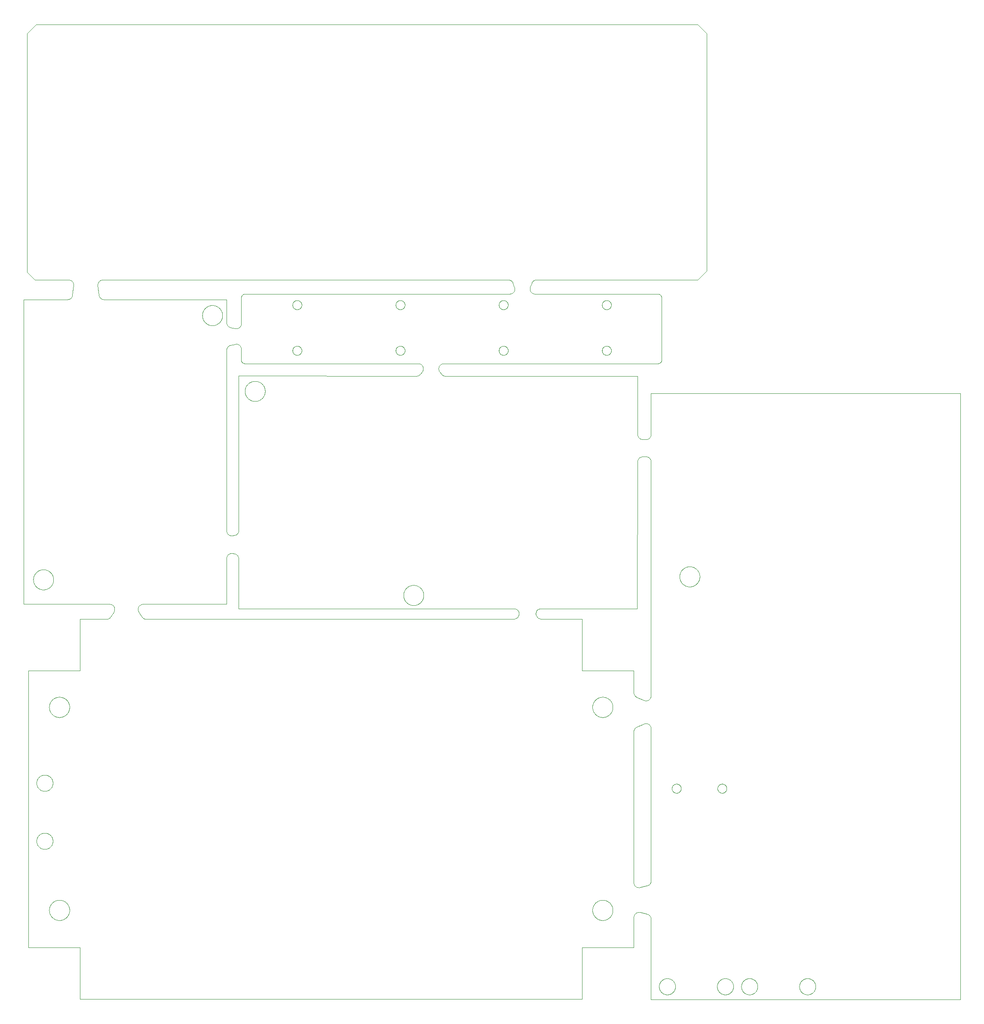
<source format=gko>
%MOIN*%
%OFA0B0*%
%FSLAX44Y44*%
%IPPOS*%
%LPD*%
%ADD10C,0*%
D10*
X00015330Y00052803D02*
X00015330Y00052803D01*
X00015330Y00052783D01*
X00015329Y00052764D01*
X00015328Y00052745D01*
X00015326Y00052726D01*
X00015324Y00052707D01*
X00015321Y00052688D01*
X00015318Y00052669D01*
X00015315Y00052650D01*
X00015311Y00052631D01*
X00015306Y00052613D01*
X00015301Y00052594D01*
X00015296Y00052576D01*
X00015290Y00052558D01*
X00015284Y00052539D01*
X00015277Y00052521D01*
X00015270Y00052504D01*
X00015263Y00052486D01*
X00015255Y00052469D01*
X00015246Y00052451D01*
X00015238Y00052434D01*
X00015228Y00052417D01*
X00015219Y00052401D01*
X00015209Y00052385D01*
X00015198Y00052369D01*
X00015187Y00052353D01*
X00015176Y00052337D01*
X00015164Y00052322D01*
X00015152Y00052307D01*
X00015140Y00052292D01*
X00015127Y00052278D01*
X00015114Y00052264D01*
X00015101Y00052250D01*
X00015087Y00052237D01*
X00015073Y00052224D01*
X00015059Y00052211D01*
X00015044Y00052199D01*
X00015029Y00052187D01*
X00015014Y00052175D01*
X00014998Y00052164D01*
X00014983Y00052153D01*
X00014966Y00052143D01*
X00014950Y00052132D01*
X00014934Y00052123D01*
X00014917Y00052114D01*
X00014900Y00052105D01*
X00014883Y00052096D01*
X00014865Y00052088D01*
X00014848Y00052081D01*
X00014830Y00052074D01*
X00014812Y00052067D01*
X00014794Y00052061D01*
X00014775Y00052055D01*
X00014757Y00052050D01*
X00014738Y00052045D01*
X00014720Y00052040D01*
X00014701Y00052036D01*
X00014682Y00052033D01*
X00014663Y00052030D01*
X00014644Y00052027D01*
X00014625Y00052025D01*
X00014606Y00052023D01*
X00014587Y00052022D01*
X00014568Y00052022D01*
X00014549Y00052021D01*
X00014529Y00052022D01*
X00014510Y00052022D01*
X00014491Y00052023D01*
X00014472Y00052025D01*
X00014453Y00052027D01*
X00014434Y00052030D01*
X00014415Y00052033D01*
X00014396Y00052036D01*
X00014377Y00052040D01*
X00014359Y00052045D01*
X00014340Y00052050D01*
X00014322Y00052055D01*
X00014304Y00052061D01*
X00014285Y00052067D01*
X00014267Y00052074D01*
X00014250Y00052081D01*
X00014232Y00052088D01*
X00014215Y00052096D01*
X00014197Y00052105D01*
X00014180Y00052114D01*
X00014163Y00052123D01*
X00014147Y00052132D01*
X00014131Y00052143D01*
X00014115Y00052153D01*
X00014099Y00052164D01*
X00014083Y00052175D01*
X00014068Y00052187D01*
X00014053Y00052199D01*
X00014038Y00052211D01*
X00014024Y00052224D01*
X00014010Y00052237D01*
X00013996Y00052250D01*
X00013983Y00052264D01*
X00013970Y00052278D01*
X00013957Y00052292D01*
X00013945Y00052307D01*
X00013933Y00052322D01*
X00013921Y00052337D01*
X00013910Y00052353D01*
X00013899Y00052369D01*
X00013889Y00052385D01*
X00013878Y00052401D01*
X00013869Y00052417D01*
X00013860Y00052434D01*
X00013851Y00052451D01*
X00013842Y00052469D01*
X00013834Y00052486D01*
X00013827Y00052504D01*
X00013820Y00052521D01*
X00013813Y00052539D01*
X00013807Y00052558D01*
X00013801Y00052576D01*
X00013796Y00052594D01*
X00013791Y00052613D01*
X00013786Y00052631D01*
X00013782Y00052650D01*
X00013779Y00052669D01*
X00013776Y00052688D01*
X00013773Y00052707D01*
X00013771Y00052726D01*
X00013769Y00052745D01*
X00013768Y00052764D01*
X00013768Y00052783D01*
X00013767Y00052803D01*
X00013768Y00052822D01*
X00013768Y00052841D01*
X00013769Y00052860D01*
X00013771Y00052879D01*
X00013773Y00052898D01*
X00013776Y00052917D01*
X00013779Y00052936D01*
X00013782Y00052955D01*
X00013786Y00052974D01*
X00013791Y00052992D01*
X00013796Y00053011D01*
X00013801Y00053029D01*
X00013807Y00053048D01*
X00013813Y00053066D01*
X00013820Y00053084D01*
X00013827Y00053102D01*
X00013834Y00053119D01*
X00013842Y00053137D01*
X00013851Y00053154D01*
X00013860Y00053171D01*
X00013869Y00053188D01*
X00013878Y00053204D01*
X00013889Y00053220D01*
X00013899Y00053237D01*
X00013910Y00053252D01*
X00013921Y00053268D01*
X00013933Y00053283D01*
X00013945Y00053298D01*
X00013957Y00053313D01*
X00013970Y00053327D01*
X00013983Y00053341D01*
X00013996Y00053355D01*
X00014010Y00053368D01*
X00014024Y00053381D01*
X00014038Y00053394D01*
X00014053Y00053406D01*
X00014068Y00053418D01*
X00014083Y00053430D01*
X00014099Y00053441D01*
X00014115Y00053452D01*
X00014131Y00053463D01*
X00014147Y00053473D01*
X00014163Y00053482D01*
X00014180Y00053492D01*
X00014197Y00053500D01*
X00014215Y00053509D01*
X00014232Y00053517D01*
X00014250Y00053524D01*
X00014267Y00053531D01*
X00014285Y00053538D01*
X00014304Y00053544D01*
X00014322Y00053550D01*
X00014340Y00053555D01*
X00014359Y00053560D01*
X00014377Y00053565D01*
X00014396Y00053569D01*
X00014415Y00053572D01*
X00014434Y00053575D01*
X00014453Y00053578D01*
X00014472Y00053580D01*
X00014491Y00053582D01*
X00014510Y00053583D01*
X00014529Y00053584D01*
X00014549Y00053584D01*
X00014568Y00053584D01*
X00014587Y00053583D01*
X00014606Y00053582D01*
X00014625Y00053580D01*
X00014644Y00053578D01*
X00014663Y00053575D01*
X00014682Y00053572D01*
X00014701Y00053569D01*
X00014720Y00053565D01*
X00014738Y00053560D01*
X00014757Y00053555D01*
X00014775Y00053550D01*
X00014794Y00053544D01*
X00014812Y00053538D01*
X00014830Y00053531D01*
X00014848Y00053524D01*
X00014865Y00053517D01*
X00014883Y00053509D01*
X00014900Y00053500D01*
X00014917Y00053492D01*
X00014934Y00053482D01*
X00014950Y00053473D01*
X00014966Y00053463D01*
X00014983Y00053452D01*
X00014998Y00053441D01*
X00015014Y00053430D01*
X00015029Y00053418D01*
X00015044Y00053406D01*
X00015059Y00053394D01*
X00015073Y00053381D01*
X00015087Y00053368D01*
X00015101Y00053355D01*
X00015114Y00053341D01*
X00015127Y00053327D01*
X00015140Y00053313D01*
X00015152Y00053298D01*
X00015164Y00053283D01*
X00015176Y00053268D01*
X00015187Y00053252D01*
X00015198Y00053237D01*
X00015209Y00053220D01*
X00015219Y00053204D01*
X00015228Y00053188D01*
X00015238Y00053171D01*
X00015246Y00053154D01*
X00015255Y00053137D01*
X00015263Y00053119D01*
X00015270Y00053102D01*
X00015277Y00053084D01*
X00015284Y00053066D01*
X00015290Y00053048D01*
X00015296Y00053029D01*
X00015301Y00053011D01*
X00015306Y00052992D01*
X00015311Y00052974D01*
X00015315Y00052955D01*
X00015318Y00052936D01*
X00015321Y00052917D01*
X00015324Y00052898D01*
X00015326Y00052879D01*
X00015328Y00052860D01*
X00015329Y00052841D01*
X00015330Y00052822D01*
X00015330Y00052803D01*
X00002229Y00032315D02*
X00002229Y00032315D01*
X00002228Y00032296D01*
X00002228Y00032277D01*
X00002226Y00032257D01*
X00002225Y00032238D01*
X00002223Y00032219D01*
X00002220Y00032200D01*
X00002217Y00032181D01*
X00002214Y00032163D01*
X00002210Y00032144D01*
X00002205Y00032125D01*
X00002200Y00032107D01*
X00002195Y00032088D01*
X00002189Y00032070D01*
X00002183Y00032052D01*
X00002176Y00032034D01*
X00002169Y00032016D01*
X00002162Y00031998D01*
X00002154Y00031981D01*
X00002145Y00031964D01*
X00002136Y00031947D01*
X00002127Y00031930D01*
X00002117Y00031913D01*
X00002107Y00031897D01*
X00002097Y00031881D01*
X00002086Y00031865D01*
X00002075Y00031850D01*
X00002063Y00031834D01*
X00002051Y00031819D01*
X00002039Y00031805D01*
X00002026Y00031790D01*
X00002013Y00031776D01*
X00002000Y00031763D01*
X00001986Y00031749D01*
X00001972Y00031736D01*
X00001958Y00031723D01*
X00001943Y00031711D01*
X00001928Y00031699D01*
X00001913Y00031687D01*
X00001897Y00031676D01*
X00001881Y00031665D01*
X00001865Y00031655D01*
X00001849Y00031645D01*
X00001832Y00031635D01*
X00001816Y00031626D01*
X00001799Y00031617D01*
X00001781Y00031609D01*
X00001764Y00031601D01*
X00001746Y00031593D01*
X00001729Y00031586D01*
X00001711Y00031579D01*
X00001692Y00031573D01*
X00001674Y00031567D01*
X00001656Y00031562D01*
X00001637Y00031557D01*
X00001619Y00031553D01*
X00001600Y00031549D01*
X00001581Y00031545D01*
X00001562Y00031542D01*
X00001543Y00031540D01*
X00001524Y00031538D01*
X00001505Y00031536D01*
X00001486Y00031535D01*
X00001467Y00031534D01*
X00001447Y00031534D01*
X00001428Y00031534D01*
X00001409Y00031535D01*
X00001390Y00031536D01*
X00001371Y00031538D01*
X00001352Y00031540D01*
X00001333Y00031542D01*
X00001314Y00031545D01*
X00001295Y00031549D01*
X00001276Y00031553D01*
X00001258Y00031557D01*
X00001239Y00031562D01*
X00001221Y00031567D01*
X00001202Y00031573D01*
X00001184Y00031579D01*
X00001166Y00031586D01*
X00001148Y00031593D01*
X00001131Y00031601D01*
X00001113Y00031609D01*
X00001096Y00031617D01*
X00001079Y00031626D01*
X00001062Y00031635D01*
X00001046Y00031645D01*
X00001029Y00031655D01*
X00001013Y00031665D01*
X00000998Y00031676D01*
X00000982Y00031687D01*
X00000967Y00031699D01*
X00000952Y00031711D01*
X00000937Y00031723D01*
X00000923Y00031736D01*
X00000909Y00031749D01*
X00000895Y00031763D01*
X00000882Y00031776D01*
X00000869Y00031790D01*
X00000856Y00031805D01*
X00000843Y00031819D01*
X00000831Y00031834D01*
X00000820Y00031850D01*
X00000809Y00031865D01*
X00000798Y00031881D01*
X00000787Y00031897D01*
X00000777Y00031913D01*
X00000768Y00031930D01*
X00000758Y00031947D01*
X00000750Y00031964D01*
X00000741Y00031981D01*
X00000733Y00031998D01*
X00000726Y00032016D01*
X00000718Y00032034D01*
X00000712Y00032052D01*
X00000706Y00032070D01*
X00000700Y00032088D01*
X00000694Y00032107D01*
X00000690Y00032125D01*
X00000685Y00032144D01*
X00000681Y00032163D01*
X00000678Y00032181D01*
X00000675Y00032200D01*
X00000672Y00032219D01*
X00000670Y00032238D01*
X00000668Y00032257D01*
X00000667Y00032277D01*
X00000666Y00032296D01*
X00000666Y00032315D01*
X00000666Y00032334D01*
X00000667Y00032353D01*
X00000668Y00032372D01*
X00000670Y00032392D01*
X00000672Y00032411D01*
X00000675Y00032430D01*
X00000678Y00032449D01*
X00000681Y00032467D01*
X00000685Y00032486D01*
X00000690Y00032505D01*
X00000694Y00032523D01*
X00000700Y00032542D01*
X00000706Y00032560D01*
X00000712Y00032578D01*
X00000718Y00032596D01*
X00000726Y00032614D01*
X00000733Y00032632D01*
X00000741Y00032649D01*
X00000750Y00032666D01*
X00000758Y00032683D01*
X00000768Y00032700D01*
X00000777Y00032717D01*
X00000787Y00032733D01*
X00000798Y00032749D01*
X00000809Y00032765D01*
X00000820Y00032780D01*
X00000831Y00032796D01*
X00000843Y00032811D01*
X00000856Y00032825D01*
X00000869Y00032840D01*
X00000882Y00032854D01*
X00000895Y00032867D01*
X00000909Y00032881D01*
X00000923Y00032894D01*
X00000937Y00032906D01*
X00000952Y00032919D01*
X00000967Y00032931D01*
X00000982Y00032942D01*
X00000998Y00032954D01*
X00001013Y00032964D01*
X00001029Y00032975D01*
X00001046Y00032985D01*
X00001062Y00032995D01*
X00001079Y00033004D01*
X00001096Y00033013D01*
X00001113Y00033021D01*
X00001131Y00033029D01*
X00001148Y00033037D01*
X00001166Y00033044D01*
X00001184Y00033050D01*
X00001202Y00033057D01*
X00001221Y00033063D01*
X00001239Y00033068D01*
X00001258Y00033073D01*
X00001276Y00033077D01*
X00001295Y00033081D01*
X00001314Y00033085D01*
X00001333Y00033088D01*
X00001352Y00033090D01*
X00001371Y00033092D01*
X00001390Y00033094D01*
X00001409Y00033095D01*
X00001428Y00033096D01*
X00001447Y00033096D01*
X00001467Y00033096D01*
X00001486Y00033095D01*
X00001505Y00033094D01*
X00001524Y00033092D01*
X00001543Y00033090D01*
X00001562Y00033088D01*
X00001581Y00033085D01*
X00001600Y00033081D01*
X00001619Y00033077D01*
X00001637Y00033073D01*
X00001656Y00033068D01*
X00001674Y00033063D01*
X00001692Y00033057D01*
X00001711Y00033050D01*
X00001729Y00033044D01*
X00001746Y00033037D01*
X00001764Y00033029D01*
X00001781Y00033021D01*
X00001799Y00033013D01*
X00001816Y00033004D01*
X00001832Y00032995D01*
X00001849Y00032985D01*
X00001865Y00032975D01*
X00001881Y00032964D01*
X00001897Y00032954D01*
X00001913Y00032942D01*
X00001928Y00032931D01*
X00001943Y00032919D01*
X00001958Y00032906D01*
X00001972Y00032894D01*
X00001986Y00032881D01*
X00002000Y00032867D01*
X00002013Y00032854D01*
X00002026Y00032840D01*
X00002039Y00032825D01*
X00002051Y00032811D01*
X00002063Y00032796D01*
X00002075Y00032780D01*
X00002086Y00032765D01*
X00002097Y00032749D01*
X00002107Y00032733D01*
X00002117Y00032717D01*
X00002127Y00032700D01*
X00002136Y00032683D01*
X00002145Y00032666D01*
X00002154Y00032649D01*
X00002162Y00032632D01*
X00002169Y00032614D01*
X00002176Y00032596D01*
X00002183Y00032578D01*
X00002189Y00032560D01*
X00002195Y00032542D01*
X00002200Y00032523D01*
X00002205Y00032505D01*
X00002210Y00032486D01*
X00002214Y00032467D01*
X00002217Y00032449D01*
X00002220Y00032430D01*
X00002223Y00032411D01*
X00002225Y00032392D01*
X00002226Y00032372D01*
X00002228Y00032353D01*
X00002228Y00032334D01*
X00002229Y00032315D01*
X00030149Y00030321D02*
X00030149Y00030321D01*
X00030130Y00030321D01*
X00030111Y00030322D01*
X00030092Y00030323D01*
X00030073Y00030324D01*
X00030054Y00030326D01*
X00030035Y00030329D01*
X00030016Y00030332D01*
X00029997Y00030336D01*
X00029978Y00030340D01*
X00029960Y00030344D01*
X00029941Y00030349D01*
X00029923Y00030354D01*
X00029904Y00030360D01*
X00029886Y00030366D01*
X00029868Y00030373D01*
X00029850Y00030380D01*
X00029833Y00030388D01*
X00029815Y00030396D01*
X00029798Y00030404D01*
X00029781Y00030413D01*
X00029764Y00030422D01*
X00029748Y00030432D01*
X00029731Y00030442D01*
X00029715Y00030452D01*
X00029699Y00030463D01*
X00029684Y00030474D01*
X00029669Y00030486D01*
X00029654Y00030498D01*
X00029639Y00030510D01*
X00029625Y00030523D01*
X00029611Y00030536D01*
X00029597Y00030549D01*
X00029584Y00030563D01*
X00029570Y00030577D01*
X00029558Y00030592D01*
X00029545Y00030606D01*
X00029533Y00030621D01*
X00029522Y00030636D01*
X00029511Y00030652D01*
X00029500Y00030668D01*
X00029489Y00030684D01*
X00029479Y00030700D01*
X00029470Y00030717D01*
X00029460Y00030734D01*
X00029452Y00030751D01*
X00029443Y00030768D01*
X00029435Y00030785D01*
X00029428Y00030803D01*
X00029420Y00030821D01*
X00029414Y00030839D01*
X00029408Y00030857D01*
X00029402Y00030875D01*
X00029396Y00030893D01*
X00029392Y00030912D01*
X00029387Y00030931D01*
X00029383Y00030949D01*
X00029380Y00030968D01*
X00029377Y00030987D01*
X00029374Y00031006D01*
X00029372Y00031025D01*
X00029370Y00031044D01*
X00029369Y00031064D01*
X00029368Y00031083D01*
X00029368Y00031102D01*
X00029368Y00031121D01*
X00029369Y00031140D01*
X00029370Y00031159D01*
X00029372Y00031178D01*
X00029374Y00031197D01*
X00029377Y00031217D01*
X00029380Y00031235D01*
X00029383Y00031254D01*
X00029387Y00031273D01*
X00029392Y00031292D01*
X00029396Y00031310D01*
X00029402Y00031329D01*
X00029408Y00031347D01*
X00029414Y00031365D01*
X00029420Y00031383D01*
X00029428Y00031401D01*
X00029435Y00031418D01*
X00029443Y00031436D01*
X00029452Y00031453D01*
X00029460Y00031470D01*
X00029470Y00031487D01*
X00029479Y00031504D01*
X00029489Y00031520D01*
X00029500Y00031536D01*
X00029511Y00031552D01*
X00029522Y00031567D01*
X00029533Y00031583D01*
X00029545Y00031597D01*
X00029558Y00031612D01*
X00029570Y00031627D01*
X00029584Y00031641D01*
X00029597Y00031654D01*
X00029611Y00031668D01*
X00029625Y00031681D01*
X00029639Y00031693D01*
X00029654Y00031706D01*
X00029669Y00031718D01*
X00029684Y00031729D01*
X00029699Y00031741D01*
X00029715Y00031751D01*
X00029731Y00031762D01*
X00029748Y00031772D01*
X00029764Y00031782D01*
X00029781Y00031791D01*
X00029798Y00031800D01*
X00029815Y00031808D01*
X00029833Y00031816D01*
X00029850Y00031824D01*
X00029868Y00031831D01*
X00029886Y00031837D01*
X00029904Y00031844D01*
X00029923Y00031850D01*
X00029941Y00031855D01*
X00029960Y00031860D01*
X00029978Y00031864D01*
X00029997Y00031868D01*
X00030016Y00031872D01*
X00030035Y00031875D01*
X00030054Y00031877D01*
X00030073Y00031879D01*
X00030092Y00031881D01*
X00030111Y00031882D01*
X00030130Y00031883D01*
X00030149Y00031883D01*
X00030169Y00031883D01*
X00030188Y00031882D01*
X00030207Y00031881D01*
X00030226Y00031879D01*
X00030245Y00031877D01*
X00030264Y00031875D01*
X00030283Y00031872D01*
X00030302Y00031868D01*
X00030321Y00031864D01*
X00030339Y00031860D01*
X00030358Y00031855D01*
X00030376Y00031850D01*
X00030394Y00031844D01*
X00030413Y00031837D01*
X00030431Y00031831D01*
X00030448Y00031824D01*
X00030466Y00031816D01*
X00030483Y00031808D01*
X00030501Y00031800D01*
X00030518Y00031791D01*
X00030534Y00031782D01*
X00030551Y00031772D01*
X00030567Y00031762D01*
X00030583Y00031751D01*
X00030599Y00031741D01*
X00030615Y00031729D01*
X00030630Y00031718D01*
X00030645Y00031706D01*
X00030660Y00031693D01*
X00030674Y00031681D01*
X00030688Y00031668D01*
X00030702Y00031654D01*
X00030715Y00031641D01*
X00030728Y00031627D01*
X00030741Y00031612D01*
X00030753Y00031597D01*
X00030765Y00031583D01*
X00030777Y00031567D01*
X00030788Y00031552D01*
X00030799Y00031536D01*
X00030809Y00031520D01*
X00030819Y00031504D01*
X00030829Y00031487D01*
X00030838Y00031470D01*
X00030847Y00031453D01*
X00030856Y00031436D01*
X00030864Y00031418D01*
X00030871Y00031401D01*
X00030878Y00031383D01*
X00030885Y00031365D01*
X00030891Y00031347D01*
X00030897Y00031329D01*
X00030902Y00031310D01*
X00030907Y00031292D01*
X00030912Y00031273D01*
X00030916Y00031254D01*
X00030919Y00031235D01*
X00030922Y00031217D01*
X00030925Y00031197D01*
X00030927Y00031178D01*
X00030928Y00031159D01*
X00030930Y00031140D01*
X00030930Y00031121D01*
X00030931Y00031102D01*
X00030930Y00031083D01*
X00030930Y00031064D01*
X00030928Y00031044D01*
X00030927Y00031025D01*
X00030925Y00031006D01*
X00030922Y00030987D01*
X00030919Y00030968D01*
X00030916Y00030949D01*
X00030912Y00030931D01*
X00030907Y00030912D01*
X00030902Y00030893D01*
X00030897Y00030875D01*
X00030891Y00030857D01*
X00030885Y00030839D01*
X00030878Y00030821D01*
X00030871Y00030803D01*
X00030864Y00030785D01*
X00030856Y00030768D01*
X00030847Y00030751D01*
X00030838Y00030734D01*
X00030829Y00030717D01*
X00030819Y00030700D01*
X00030809Y00030684D01*
X00030799Y00030668D01*
X00030788Y00030652D01*
X00030777Y00030636D01*
X00030765Y00030621D01*
X00030753Y00030606D01*
X00030741Y00030592D01*
X00030728Y00030577D01*
X00030715Y00030563D01*
X00030702Y00030549D01*
X00030688Y00030536D01*
X00030674Y00030523D01*
X00030660Y00030510D01*
X00030645Y00030498D01*
X00030630Y00030486D01*
X00030615Y00030474D01*
X00030599Y00030463D01*
X00030583Y00030452D01*
X00030567Y00030442D01*
X00030551Y00030432D01*
X00030534Y00030422D01*
X00030518Y00030413D01*
X00030501Y00030404D01*
X00030483Y00030396D01*
X00030466Y00030388D01*
X00030448Y00030380D01*
X00030431Y00030373D01*
X00030413Y00030366D01*
X00030394Y00030360D01*
X00030376Y00030354D01*
X00030358Y00030349D01*
X00030339Y00030344D01*
X00030321Y00030340D01*
X00030302Y00030336D01*
X00030283Y00030332D01*
X00030264Y00030329D01*
X00030245Y00030326D01*
X00030226Y00030324D01*
X00030207Y00030323D01*
X00030188Y00030322D01*
X00030169Y00030321D01*
X00030149Y00030321D01*
X00017856Y00046145D02*
X00017856Y00046145D01*
X00017837Y00046145D01*
X00017817Y00046146D01*
X00017798Y00046147D01*
X00017779Y00046149D01*
X00017760Y00046151D01*
X00017741Y00046153D01*
X00017722Y00046156D01*
X00017703Y00046160D01*
X00017685Y00046164D01*
X00017666Y00046168D01*
X00017647Y00046173D01*
X00017629Y00046178D01*
X00017611Y00046184D01*
X00017593Y00046190D01*
X00017575Y00046197D01*
X00017557Y00046204D01*
X00017539Y00046212D01*
X00017522Y00046220D01*
X00017504Y00046228D01*
X00017487Y00046237D01*
X00017471Y00046246D01*
X00017454Y00046256D01*
X00017438Y00046266D01*
X00017422Y00046276D01*
X00017406Y00046287D01*
X00017390Y00046299D01*
X00017375Y00046310D01*
X00017360Y00046322D01*
X00017345Y00046335D01*
X00017331Y00046347D01*
X00017317Y00046360D01*
X00017303Y00046374D01*
X00017290Y00046387D01*
X00017277Y00046401D01*
X00017264Y00046416D01*
X00017252Y00046430D01*
X00017240Y00046445D01*
X00017228Y00046461D01*
X00017217Y00046476D01*
X00017206Y00046492D01*
X00017196Y00046508D01*
X00017186Y00046524D01*
X00017176Y00046541D01*
X00017167Y00046558D01*
X00017158Y00046575D01*
X00017149Y00046592D01*
X00017141Y00046609D01*
X00017134Y00046627D01*
X00017127Y00046645D01*
X00017120Y00046663D01*
X00017114Y00046681D01*
X00017108Y00046699D01*
X00017103Y00046718D01*
X00017098Y00046736D01*
X00017093Y00046755D01*
X00017089Y00046774D01*
X00017086Y00046792D01*
X00017083Y00046811D01*
X00017080Y00046830D01*
X00017078Y00046850D01*
X00017077Y00046869D01*
X00017075Y00046888D01*
X00017075Y00046907D01*
X00017074Y00046926D01*
X00017075Y00046945D01*
X00017075Y00046964D01*
X00017077Y00046984D01*
X00017078Y00047003D01*
X00017080Y00047022D01*
X00017083Y00047041D01*
X00017086Y00047060D01*
X00017089Y00047078D01*
X00017093Y00047097D01*
X00017098Y00047116D01*
X00017103Y00047134D01*
X00017108Y00047153D01*
X00017114Y00047171D01*
X00017120Y00047189D01*
X00017127Y00047207D01*
X00017134Y00047225D01*
X00017141Y00047243D01*
X00017149Y00047260D01*
X00017158Y00047277D01*
X00017167Y00047294D01*
X00017176Y00047311D01*
X00017186Y00047328D01*
X00017196Y00047344D01*
X00017206Y00047360D01*
X00017217Y00047376D01*
X00017228Y00047391D01*
X00017240Y00047407D01*
X00017252Y00047422D01*
X00017264Y00047436D01*
X00017277Y00047451D01*
X00017290Y00047465D01*
X00017303Y00047479D01*
X00017317Y00047492D01*
X00017331Y00047505D01*
X00017345Y00047518D01*
X00017360Y00047530D01*
X00017375Y00047542D01*
X00017390Y00047554D01*
X00017406Y00047565D01*
X00017422Y00047576D01*
X00017438Y00047586D01*
X00017454Y00047596D01*
X00017471Y00047606D01*
X00017487Y00047615D01*
X00017504Y00047624D01*
X00017522Y00047632D01*
X00017539Y00047640D01*
X00017557Y00047648D01*
X00017575Y00047655D01*
X00017593Y00047662D01*
X00017611Y00047668D01*
X00017629Y00047674D01*
X00017647Y00047679D01*
X00017666Y00047684D01*
X00017685Y00047688D01*
X00017703Y00047692D01*
X00017722Y00047696D01*
X00017741Y00047699D01*
X00017760Y00047701D01*
X00017779Y00047704D01*
X00017798Y00047705D01*
X00017817Y00047706D01*
X00017837Y00047707D01*
X00017856Y00047707D01*
X00017875Y00047707D01*
X00017894Y00047706D01*
X00017913Y00047705D01*
X00017932Y00047704D01*
X00017951Y00047701D01*
X00017970Y00047699D01*
X00017989Y00047696D01*
X00018008Y00047692D01*
X00018027Y00047688D01*
X00018046Y00047684D01*
X00018064Y00047679D01*
X00018082Y00047674D01*
X00018101Y00047668D01*
X00018119Y00047662D01*
X00018137Y00047655D01*
X00018155Y00047648D01*
X00018172Y00047640D01*
X00018190Y00047632D01*
X00018207Y00047624D01*
X00018224Y00047615D01*
X00018241Y00047606D01*
X00018257Y00047596D01*
X00018274Y00047586D01*
X00018290Y00047576D01*
X00018306Y00047565D01*
X00018321Y00047554D01*
X00018336Y00047542D01*
X00018351Y00047530D01*
X00018366Y00047518D01*
X00018380Y00047505D01*
X00018394Y00047492D01*
X00018408Y00047479D01*
X00018422Y00047465D01*
X00018435Y00047451D01*
X00018447Y00047436D01*
X00018460Y00047422D01*
X00018472Y00047407D01*
X00018483Y00047391D01*
X00018494Y00047376D01*
X00018505Y00047360D01*
X00018516Y00047344D01*
X00018526Y00047328D01*
X00018535Y00047311D01*
X00018545Y00047294D01*
X00018554Y00047277D01*
X00018562Y00047260D01*
X00018570Y00047243D01*
X00018577Y00047225D01*
X00018585Y00047207D01*
X00018591Y00047189D01*
X00018598Y00047171D01*
X00018603Y00047153D01*
X00018609Y00047134D01*
X00018614Y00047116D01*
X00018618Y00047097D01*
X00018622Y00047078D01*
X00018625Y00047060D01*
X00018629Y00047041D01*
X00018631Y00047022D01*
X00018633Y00047003D01*
X00018635Y00046984D01*
X00018636Y00046964D01*
X00018637Y00046945D01*
X00018637Y00046926D01*
X00018637Y00046907D01*
X00018636Y00046888D01*
X00018635Y00046869D01*
X00018633Y00046850D01*
X00018631Y00046830D01*
X00018629Y00046811D01*
X00018625Y00046792D01*
X00018622Y00046774D01*
X00018618Y00046755D01*
X00018614Y00046736D01*
X00018609Y00046718D01*
X00018603Y00046699D01*
X00018598Y00046681D01*
X00018591Y00046663D01*
X00018585Y00046645D01*
X00018577Y00046627D01*
X00018570Y00046609D01*
X00018562Y00046592D01*
X00018554Y00046575D01*
X00018545Y00046558D01*
X00018535Y00046541D01*
X00018526Y00046524D01*
X00018516Y00046508D01*
X00018505Y00046492D01*
X00018494Y00046476D01*
X00018483Y00046461D01*
X00018472Y00046445D01*
X00018460Y00046430D01*
X00018447Y00046416D01*
X00018435Y00046401D01*
X00018422Y00046387D01*
X00018408Y00046374D01*
X00018394Y00046360D01*
X00018380Y00046347D01*
X00018366Y00046335D01*
X00018351Y00046322D01*
X00018336Y00046310D01*
X00018321Y00046299D01*
X00018306Y00046287D01*
X00018290Y00046276D01*
X00018274Y00046266D01*
X00018257Y00046256D01*
X00018241Y00046246D01*
X00018224Y00046237D01*
X00018207Y00046228D01*
X00018190Y00046220D01*
X00018172Y00046212D01*
X00018155Y00046204D01*
X00018137Y00046197D01*
X00018119Y00046190D01*
X00018101Y00046184D01*
X00018082Y00046178D01*
X00018064Y00046173D01*
X00018046Y00046168D01*
X00018027Y00046164D01*
X00018008Y00046160D01*
X00017989Y00046156D01*
X00017970Y00046153D01*
X00017951Y00046151D01*
X00017932Y00046149D01*
X00017913Y00046147D01*
X00017894Y00046146D01*
X00017875Y00046145D01*
X00017856Y00046145D01*
X00061326Y00000754D02*
X00061326Y00000754D01*
X00061325Y00000739D01*
X00061324Y00000723D01*
X00061323Y00000707D01*
X00061322Y00000691D01*
X00061320Y00000675D01*
X00061317Y00000660D01*
X00061314Y00000644D01*
X00061311Y00000629D01*
X00061308Y00000613D01*
X00061304Y00000598D01*
X00061300Y00000583D01*
X00061295Y00000568D01*
X00061290Y00000553D01*
X00061284Y00000538D01*
X00061278Y00000523D01*
X00061272Y00000508D01*
X00061266Y00000494D01*
X00061259Y00000480D01*
X00061252Y00000466D01*
X00061244Y00000452D01*
X00061236Y00000438D01*
X00061228Y00000425D01*
X00061219Y00000411D01*
X00061210Y00000398D01*
X00061201Y00000386D01*
X00061191Y00000373D01*
X00061181Y00000361D01*
X00061171Y00000349D01*
X00061160Y00000337D01*
X00061149Y00000325D01*
X00061138Y00000314D01*
X00061127Y00000303D01*
X00061115Y00000292D01*
X00061103Y00000282D01*
X00061091Y00000272D01*
X00061079Y00000262D01*
X00061066Y00000253D01*
X00061053Y00000244D01*
X00061040Y00000235D01*
X00061027Y00000226D01*
X00061013Y00000218D01*
X00060999Y00000210D01*
X00060985Y00000203D01*
X00060971Y00000196D01*
X00060957Y00000189D01*
X00060942Y00000183D01*
X00060928Y00000177D01*
X00060913Y00000171D01*
X00060898Y00000166D01*
X00060883Y00000161D01*
X00060868Y00000156D01*
X00060852Y00000152D01*
X00060837Y00000148D01*
X00060822Y00000145D01*
X00060806Y00000142D01*
X00060790Y00000139D01*
X00060775Y00000137D01*
X00060759Y00000136D01*
X00060743Y00000134D01*
X00060727Y00000133D01*
X00060712Y00000133D01*
X00060696Y00000132D01*
X00060680Y00000133D01*
X00060664Y00000133D01*
X00060648Y00000134D01*
X00060633Y00000136D01*
X00060617Y00000137D01*
X00060601Y00000139D01*
X00060586Y00000142D01*
X00060570Y00000145D01*
X00060554Y00000148D01*
X00060539Y00000152D01*
X00060524Y00000156D01*
X00060509Y00000161D01*
X00060494Y00000166D01*
X00060479Y00000171D01*
X00060464Y00000177D01*
X00060449Y00000183D01*
X00060435Y00000189D01*
X00060420Y00000196D01*
X00060406Y00000203D01*
X00060392Y00000210D01*
X00060379Y00000218D01*
X00060365Y00000226D01*
X00060352Y00000235D01*
X00060338Y00000244D01*
X00060326Y00000253D01*
X00060313Y00000262D01*
X00060300Y00000272D01*
X00060288Y00000282D01*
X00060276Y00000292D01*
X00060265Y00000303D01*
X00060253Y00000314D01*
X00060242Y00000325D01*
X00060231Y00000337D01*
X00060221Y00000349D01*
X00060210Y00000361D01*
X00060200Y00000373D01*
X00060191Y00000386D01*
X00060182Y00000398D01*
X00060173Y00000411D01*
X00060164Y00000425D01*
X00060156Y00000438D01*
X00060148Y00000452D01*
X00060140Y00000466D01*
X00060133Y00000480D01*
X00060126Y00000494D01*
X00060119Y00000508D01*
X00060113Y00000523D01*
X00060107Y00000538D01*
X00060102Y00000553D01*
X00060097Y00000568D01*
X00060092Y00000583D01*
X00060088Y00000598D01*
X00060084Y00000613D01*
X00060080Y00000629D01*
X00060077Y00000644D01*
X00060074Y00000660D01*
X00060072Y00000675D01*
X00060070Y00000691D01*
X00060068Y00000707D01*
X00060067Y00000723D01*
X00060066Y00000739D01*
X00060066Y00000754D01*
X00060066Y00000770D01*
X00060066Y00000786D01*
X00060067Y00000802D01*
X00060068Y00000818D01*
X00060070Y00000833D01*
X00060072Y00000849D01*
X00060074Y00000865D01*
X00060077Y00000880D01*
X00060080Y00000896D01*
X00060084Y00000911D01*
X00060088Y00000927D01*
X00060092Y00000942D01*
X00060097Y00000957D01*
X00060102Y00000972D01*
X00060107Y00000987D01*
X00060113Y00001001D01*
X00060119Y00001016D01*
X00060126Y00001030D01*
X00060133Y00001045D01*
X00060140Y00001059D01*
X00060148Y00001073D01*
X00060156Y00001086D01*
X00060164Y00001100D01*
X00060173Y00001113D01*
X00060182Y00001126D01*
X00060191Y00001139D01*
X00060200Y00001151D01*
X00060210Y00001164D01*
X00060221Y00001176D01*
X00060231Y00001188D01*
X00060242Y00001199D01*
X00060253Y00001210D01*
X00060265Y00001221D01*
X00060276Y00001232D01*
X00060288Y00001243D01*
X00060300Y00001253D01*
X00060313Y00001262D01*
X00060326Y00001272D01*
X00060338Y00001281D01*
X00060352Y00001290D01*
X00060365Y00001298D01*
X00060379Y00001306D01*
X00060392Y00001314D01*
X00060406Y00001322D01*
X00060420Y00001329D01*
X00060435Y00001336D01*
X00060449Y00001342D01*
X00060464Y00001348D01*
X00060479Y00001354D01*
X00060494Y00001359D01*
X00060509Y00001364D01*
X00060524Y00001368D01*
X00060539Y00001372D01*
X00060554Y00001376D01*
X00060570Y00001379D01*
X00060586Y00001382D01*
X00060601Y00001385D01*
X00060617Y00001387D01*
X00060633Y00001389D01*
X00060648Y00001390D01*
X00060664Y00001391D01*
X00060680Y00001392D01*
X00060696Y00001392D01*
X00060712Y00001392D01*
X00060727Y00001391D01*
X00060743Y00001390D01*
X00060759Y00001389D01*
X00060775Y00001387D01*
X00060790Y00001385D01*
X00060806Y00001382D01*
X00060822Y00001379D01*
X00060837Y00001376D01*
X00060852Y00001372D01*
X00060868Y00001368D01*
X00060883Y00001364D01*
X00060898Y00001359D01*
X00060913Y00001354D01*
X00060928Y00001348D01*
X00060942Y00001342D01*
X00060957Y00001336D01*
X00060971Y00001329D01*
X00060985Y00001322D01*
X00060999Y00001314D01*
X00061013Y00001306D01*
X00061027Y00001298D01*
X00061040Y00001290D01*
X00061053Y00001281D01*
X00061066Y00001272D01*
X00061079Y00001262D01*
X00061091Y00001253D01*
X00061103Y00001243D01*
X00061115Y00001232D01*
X00061127Y00001221D01*
X00061138Y00001210D01*
X00061149Y00001199D01*
X00061160Y00001188D01*
X00061171Y00001176D01*
X00061181Y00001164D01*
X00061191Y00001151D01*
X00061201Y00001139D01*
X00061210Y00001126D01*
X00061219Y00001113D01*
X00061228Y00001100D01*
X00061236Y00001086D01*
X00061244Y00001073D01*
X00061252Y00001059D01*
X00061259Y00001045D01*
X00061266Y00001030D01*
X00061272Y00001016D01*
X00061278Y00001001D01*
X00061284Y00000987D01*
X00061290Y00000972D01*
X00061295Y00000957D01*
X00061300Y00000942D01*
X00061304Y00000927D01*
X00061308Y00000911D01*
X00061311Y00000896D01*
X00061314Y00000880D01*
X00061317Y00000865D01*
X00061320Y00000849D01*
X00061322Y00000833D01*
X00061323Y00000818D01*
X00061324Y00000802D01*
X00061325Y00000786D01*
X00061326Y00000770D01*
X00061326Y00000754D01*
X00056826Y00000754D02*
X00056826Y00000754D01*
X00056825Y00000739D01*
X00056824Y00000723D01*
X00056823Y00000707D01*
X00056822Y00000691D01*
X00056820Y00000675D01*
X00056817Y00000660D01*
X00056814Y00000644D01*
X00056811Y00000629D01*
X00056808Y00000613D01*
X00056804Y00000598D01*
X00056800Y00000583D01*
X00056795Y00000568D01*
X00056790Y00000553D01*
X00056784Y00000538D01*
X00056778Y00000523D01*
X00056772Y00000508D01*
X00056766Y00000494D01*
X00056759Y00000480D01*
X00056752Y00000466D01*
X00056744Y00000452D01*
X00056736Y00000438D01*
X00056728Y00000425D01*
X00056719Y00000411D01*
X00056710Y00000398D01*
X00056701Y00000386D01*
X00056691Y00000373D01*
X00056681Y00000361D01*
X00056671Y00000349D01*
X00056660Y00000337D01*
X00056649Y00000325D01*
X00056638Y00000314D01*
X00056627Y00000303D01*
X00056615Y00000292D01*
X00056603Y00000282D01*
X00056591Y00000272D01*
X00056579Y00000262D01*
X00056566Y00000253D01*
X00056553Y00000244D01*
X00056540Y00000235D01*
X00056527Y00000226D01*
X00056513Y00000218D01*
X00056499Y00000210D01*
X00056485Y00000203D01*
X00056471Y00000196D01*
X00056457Y00000189D01*
X00056442Y00000183D01*
X00056428Y00000177D01*
X00056413Y00000171D01*
X00056398Y00000166D01*
X00056383Y00000161D01*
X00056368Y00000156D01*
X00056352Y00000152D01*
X00056337Y00000148D01*
X00056322Y00000145D01*
X00056306Y00000142D01*
X00056290Y00000139D01*
X00056275Y00000137D01*
X00056259Y00000136D01*
X00056243Y00000134D01*
X00056227Y00000133D01*
X00056212Y00000133D01*
X00056196Y00000132D01*
X00056180Y00000133D01*
X00056164Y00000133D01*
X00056148Y00000134D01*
X00056133Y00000136D01*
X00056117Y00000137D01*
X00056101Y00000139D01*
X00056086Y00000142D01*
X00056070Y00000145D01*
X00056054Y00000148D01*
X00056039Y00000152D01*
X00056024Y00000156D01*
X00056009Y00000161D01*
X00055994Y00000166D01*
X00055979Y00000171D01*
X00055964Y00000177D01*
X00055949Y00000183D01*
X00055935Y00000189D01*
X00055920Y00000196D01*
X00055906Y00000203D01*
X00055892Y00000210D01*
X00055879Y00000218D01*
X00055865Y00000226D01*
X00055852Y00000235D01*
X00055838Y00000244D01*
X00055826Y00000253D01*
X00055813Y00000262D01*
X00055800Y00000272D01*
X00055788Y00000282D01*
X00055776Y00000292D01*
X00055765Y00000303D01*
X00055753Y00000314D01*
X00055742Y00000325D01*
X00055731Y00000337D01*
X00055721Y00000349D01*
X00055710Y00000361D01*
X00055700Y00000373D01*
X00055691Y00000386D01*
X00055682Y00000398D01*
X00055673Y00000411D01*
X00055664Y00000425D01*
X00055656Y00000438D01*
X00055648Y00000452D01*
X00055640Y00000466D01*
X00055633Y00000480D01*
X00055626Y00000494D01*
X00055619Y00000508D01*
X00055613Y00000523D01*
X00055607Y00000538D01*
X00055602Y00000553D01*
X00055597Y00000568D01*
X00055592Y00000583D01*
X00055588Y00000598D01*
X00055584Y00000613D01*
X00055580Y00000629D01*
X00055577Y00000644D01*
X00055574Y00000660D01*
X00055572Y00000675D01*
X00055570Y00000691D01*
X00055568Y00000707D01*
X00055567Y00000723D01*
X00055566Y00000739D01*
X00055566Y00000754D01*
X00055566Y00000770D01*
X00055566Y00000786D01*
X00055567Y00000802D01*
X00055568Y00000818D01*
X00055570Y00000833D01*
X00055572Y00000849D01*
X00055574Y00000865D01*
X00055577Y00000880D01*
X00055580Y00000896D01*
X00055584Y00000911D01*
X00055588Y00000927D01*
X00055592Y00000942D01*
X00055597Y00000957D01*
X00055602Y00000972D01*
X00055607Y00000987D01*
X00055613Y00001001D01*
X00055619Y00001016D01*
X00055626Y00001030D01*
X00055633Y00001045D01*
X00055640Y00001059D01*
X00055648Y00001073D01*
X00055656Y00001086D01*
X00055664Y00001100D01*
X00055673Y00001113D01*
X00055682Y00001126D01*
X00055691Y00001139D01*
X00055700Y00001151D01*
X00055710Y00001164D01*
X00055721Y00001176D01*
X00055731Y00001188D01*
X00055742Y00001199D01*
X00055753Y00001210D01*
X00055765Y00001221D01*
X00055776Y00001232D01*
X00055788Y00001243D01*
X00055800Y00001253D01*
X00055813Y00001262D01*
X00055826Y00001272D01*
X00055838Y00001281D01*
X00055852Y00001290D01*
X00055865Y00001298D01*
X00055879Y00001306D01*
X00055892Y00001314D01*
X00055906Y00001322D01*
X00055920Y00001329D01*
X00055935Y00001336D01*
X00055949Y00001342D01*
X00055964Y00001348D01*
X00055979Y00001354D01*
X00055994Y00001359D01*
X00056009Y00001364D01*
X00056024Y00001368D01*
X00056039Y00001372D01*
X00056054Y00001376D01*
X00056070Y00001379D01*
X00056086Y00001382D01*
X00056101Y00001385D01*
X00056117Y00001387D01*
X00056133Y00001389D01*
X00056148Y00001390D01*
X00056164Y00001391D01*
X00056180Y00001392D01*
X00056196Y00001392D01*
X00056212Y00001392D01*
X00056227Y00001391D01*
X00056243Y00001390D01*
X00056259Y00001389D01*
X00056275Y00001387D01*
X00056290Y00001385D01*
X00056306Y00001382D01*
X00056322Y00001379D01*
X00056337Y00001376D01*
X00056352Y00001372D01*
X00056368Y00001368D01*
X00056383Y00001364D01*
X00056398Y00001359D01*
X00056413Y00001354D01*
X00056428Y00001348D01*
X00056442Y00001342D01*
X00056457Y00001336D01*
X00056471Y00001329D01*
X00056485Y00001322D01*
X00056499Y00001314D01*
X00056513Y00001306D01*
X00056527Y00001298D01*
X00056540Y00001290D01*
X00056553Y00001281D01*
X00056566Y00001272D01*
X00056579Y00001262D01*
X00056591Y00001253D01*
X00056603Y00001243D01*
X00056615Y00001232D01*
X00056627Y00001221D01*
X00056638Y00001210D01*
X00056649Y00001199D01*
X00056660Y00001188D01*
X00056671Y00001176D01*
X00056681Y00001164D01*
X00056691Y00001151D01*
X00056701Y00001139D01*
X00056710Y00001126D01*
X00056719Y00001113D01*
X00056728Y00001100D01*
X00056736Y00001086D01*
X00056744Y00001073D01*
X00056752Y00001059D01*
X00056759Y00001045D01*
X00056766Y00001030D01*
X00056772Y00001016D01*
X00056778Y00001001D01*
X00056784Y00000987D01*
X00056790Y00000972D01*
X00056795Y00000957D01*
X00056800Y00000942D01*
X00056804Y00000927D01*
X00056808Y00000911D01*
X00056811Y00000896D01*
X00056814Y00000880D01*
X00056817Y00000865D01*
X00056820Y00000849D01*
X00056822Y00000833D01*
X00056823Y00000818D01*
X00056824Y00000802D01*
X00056825Y00000786D01*
X00056826Y00000770D01*
X00056826Y00000754D01*
X00054433Y00016122D02*
X00054433Y00016122D01*
X00054433Y00016110D01*
X00054432Y00016098D01*
X00054431Y00016086D01*
X00054430Y00016074D01*
X00054428Y00016063D01*
X00054426Y00016051D01*
X00054424Y00016039D01*
X00054421Y00016028D01*
X00054417Y00016017D01*
X00054414Y00016005D01*
X00054410Y00015994D01*
X00054405Y00015983D01*
X00054400Y00015972D01*
X00054395Y00015962D01*
X00054390Y00015951D01*
X00054384Y00015941D01*
X00054378Y00015931D01*
X00054371Y00015921D01*
X00054364Y00015911D01*
X00054357Y00015902D01*
X00054350Y00015893D01*
X00054342Y00015884D01*
X00054334Y00015875D01*
X00054325Y00015867D01*
X00054317Y00015859D01*
X00054308Y00015851D01*
X00054299Y00015843D01*
X00054289Y00015836D01*
X00054279Y00015829D01*
X00054270Y00015823D01*
X00054260Y00015817D01*
X00054249Y00015811D01*
X00054239Y00015805D01*
X00054228Y00015800D01*
X00054217Y00015795D01*
X00054206Y00015791D01*
X00054195Y00015787D01*
X00054184Y00015783D01*
X00054173Y00015780D01*
X00054161Y00015777D01*
X00054150Y00015774D01*
X00054138Y00015772D01*
X00054126Y00015770D01*
X00054114Y00015769D01*
X00054103Y00015768D01*
X00054091Y00015767D01*
X00054079Y00015767D01*
X00054067Y00015767D01*
X00054055Y00015768D01*
X00054043Y00015769D01*
X00054032Y00015770D01*
X00054020Y00015772D01*
X00054008Y00015774D01*
X00053997Y00015777D01*
X00053985Y00015780D01*
X00053974Y00015783D01*
X00053963Y00015787D01*
X00053952Y00015791D01*
X00053941Y00015795D01*
X00053930Y00015800D01*
X00053919Y00015805D01*
X00053909Y00015811D01*
X00053898Y00015817D01*
X00053888Y00015823D01*
X00053878Y00015829D01*
X00053869Y00015836D01*
X00053859Y00015843D01*
X00053850Y00015851D01*
X00053841Y00015859D01*
X00053833Y00015867D01*
X00053824Y00015875D01*
X00053816Y00015884D01*
X00053808Y00015893D01*
X00053801Y00015902D01*
X00053794Y00015911D01*
X00053787Y00015921D01*
X00053780Y00015931D01*
X00053774Y00015941D01*
X00053768Y00015951D01*
X00053763Y00015962D01*
X00053758Y00015972D01*
X00053753Y00015983D01*
X00053748Y00015994D01*
X00053744Y00016005D01*
X00053741Y00016017D01*
X00053737Y00016028D01*
X00053734Y00016039D01*
X00053732Y00016051D01*
X00053730Y00016063D01*
X00053728Y00016074D01*
X00053726Y00016086D01*
X00053725Y00016098D01*
X00053725Y00016110D01*
X00053725Y00016122D01*
X00053725Y00016133D01*
X00053725Y00016145D01*
X00053726Y00016157D01*
X00053728Y00016169D01*
X00053730Y00016180D01*
X00053732Y00016192D01*
X00053734Y00016204D01*
X00053737Y00016215D01*
X00053741Y00016227D01*
X00053744Y00016238D01*
X00053748Y00016249D01*
X00053753Y00016260D01*
X00053758Y00016271D01*
X00053763Y00016281D01*
X00053768Y00016292D01*
X00053774Y00016302D01*
X00053780Y00016312D01*
X00053787Y00016322D01*
X00053794Y00016332D01*
X00053801Y00016341D01*
X00053808Y00016350D01*
X00053816Y00016359D01*
X00053824Y00016368D01*
X00053833Y00016376D01*
X00053841Y00016384D01*
X00053850Y00016392D01*
X00053859Y00016400D01*
X00053869Y00016407D01*
X00053878Y00016414D01*
X00053888Y00016420D01*
X00053898Y00016426D01*
X00053909Y00016432D01*
X00053919Y00016438D01*
X00053930Y00016443D01*
X00053941Y00016448D01*
X00053952Y00016452D01*
X00053963Y00016456D01*
X00053974Y00016460D01*
X00053985Y00016463D01*
X00053997Y00016466D01*
X00054008Y00016469D01*
X00054020Y00016471D01*
X00054032Y00016473D01*
X00054043Y00016474D01*
X00054055Y00016475D01*
X00054067Y00016476D01*
X00054079Y00016476D01*
X00054091Y00016476D01*
X00054103Y00016475D01*
X00054114Y00016474D01*
X00054126Y00016473D01*
X00054138Y00016471D01*
X00054150Y00016469D01*
X00054161Y00016466D01*
X00054173Y00016463D01*
X00054184Y00016460D01*
X00054195Y00016456D01*
X00054206Y00016452D01*
X00054217Y00016448D01*
X00054228Y00016443D01*
X00054239Y00016438D01*
X00054249Y00016432D01*
X00054260Y00016426D01*
X00054270Y00016420D01*
X00054279Y00016414D01*
X00054289Y00016407D01*
X00054299Y00016400D01*
X00054308Y00016392D01*
X00054317Y00016384D01*
X00054325Y00016376D01*
X00054334Y00016368D01*
X00054342Y00016359D01*
X00054350Y00016350D01*
X00054357Y00016341D01*
X00054364Y00016332D01*
X00054371Y00016322D01*
X00054378Y00016312D01*
X00054384Y00016302D01*
X00054390Y00016292D01*
X00054395Y00016281D01*
X00054400Y00016271D01*
X00054405Y00016260D01*
X00054410Y00016249D01*
X00054414Y00016238D01*
X00054417Y00016227D01*
X00054421Y00016215D01*
X00054424Y00016204D01*
X00054426Y00016192D01*
X00054428Y00016180D01*
X00054430Y00016169D01*
X00054431Y00016157D01*
X00054432Y00016145D01*
X00054433Y00016133D01*
X00054433Y00016122D01*
X00054951Y00000754D02*
X00054951Y00000754D01*
X00054950Y00000739D01*
X00054949Y00000723D01*
X00054948Y00000707D01*
X00054947Y00000691D01*
X00054945Y00000675D01*
X00054942Y00000660D01*
X00054939Y00000644D01*
X00054936Y00000629D01*
X00054933Y00000613D01*
X00054929Y00000598D01*
X00054925Y00000583D01*
X00054920Y00000568D01*
X00054915Y00000553D01*
X00054909Y00000538D01*
X00054903Y00000523D01*
X00054897Y00000508D01*
X00054891Y00000494D01*
X00054884Y00000480D01*
X00054877Y00000466D01*
X00054869Y00000452D01*
X00054861Y00000438D01*
X00054853Y00000425D01*
X00054844Y00000411D01*
X00054835Y00000398D01*
X00054826Y00000386D01*
X00054816Y00000373D01*
X00054806Y00000361D01*
X00054796Y00000349D01*
X00054785Y00000337D01*
X00054774Y00000325D01*
X00054763Y00000314D01*
X00054752Y00000303D01*
X00054740Y00000292D01*
X00054728Y00000282D01*
X00054716Y00000272D01*
X00054704Y00000262D01*
X00054691Y00000253D01*
X00054678Y00000244D01*
X00054665Y00000235D01*
X00054652Y00000226D01*
X00054638Y00000218D01*
X00054624Y00000210D01*
X00054610Y00000203D01*
X00054596Y00000196D01*
X00054582Y00000189D01*
X00054567Y00000183D01*
X00054553Y00000177D01*
X00054538Y00000171D01*
X00054523Y00000166D01*
X00054508Y00000161D01*
X00054493Y00000156D01*
X00054477Y00000152D01*
X00054462Y00000148D01*
X00054447Y00000145D01*
X00054431Y00000142D01*
X00054415Y00000139D01*
X00054400Y00000137D01*
X00054384Y00000136D01*
X00054368Y00000134D01*
X00054352Y00000133D01*
X00054337Y00000133D01*
X00054321Y00000132D01*
X00054305Y00000133D01*
X00054289Y00000133D01*
X00054273Y00000134D01*
X00054258Y00000136D01*
X00054242Y00000137D01*
X00054226Y00000139D01*
X00054211Y00000142D01*
X00054195Y00000145D01*
X00054179Y00000148D01*
X00054164Y00000152D01*
X00054149Y00000156D01*
X00054134Y00000161D01*
X00054119Y00000166D01*
X00054104Y00000171D01*
X00054089Y00000177D01*
X00054074Y00000183D01*
X00054060Y00000189D01*
X00054045Y00000196D01*
X00054031Y00000203D01*
X00054017Y00000210D01*
X00054004Y00000218D01*
X00053990Y00000226D01*
X00053977Y00000235D01*
X00053963Y00000244D01*
X00053951Y00000253D01*
X00053938Y00000262D01*
X00053925Y00000272D01*
X00053913Y00000282D01*
X00053901Y00000292D01*
X00053890Y00000303D01*
X00053878Y00000314D01*
X00053867Y00000325D01*
X00053856Y00000337D01*
X00053846Y00000349D01*
X00053835Y00000361D01*
X00053825Y00000373D01*
X00053816Y00000386D01*
X00053807Y00000398D01*
X00053798Y00000411D01*
X00053789Y00000425D01*
X00053781Y00000438D01*
X00053773Y00000452D01*
X00053765Y00000466D01*
X00053758Y00000480D01*
X00053751Y00000494D01*
X00053744Y00000508D01*
X00053738Y00000523D01*
X00053732Y00000538D01*
X00053727Y00000553D01*
X00053722Y00000568D01*
X00053717Y00000583D01*
X00053713Y00000598D01*
X00053709Y00000613D01*
X00053705Y00000629D01*
X00053702Y00000644D01*
X00053699Y00000660D01*
X00053697Y00000675D01*
X00053695Y00000691D01*
X00053693Y00000707D01*
X00053692Y00000723D01*
X00053691Y00000739D01*
X00053691Y00000754D01*
X00053691Y00000770D01*
X00053691Y00000786D01*
X00053692Y00000802D01*
X00053693Y00000818D01*
X00053695Y00000833D01*
X00053697Y00000849D01*
X00053699Y00000865D01*
X00053702Y00000880D01*
X00053705Y00000896D01*
X00053709Y00000911D01*
X00053713Y00000927D01*
X00053717Y00000942D01*
X00053722Y00000957D01*
X00053727Y00000972D01*
X00053732Y00000987D01*
X00053738Y00001001D01*
X00053744Y00001016D01*
X00053751Y00001030D01*
X00053758Y00001045D01*
X00053765Y00001059D01*
X00053773Y00001073D01*
X00053781Y00001086D01*
X00053789Y00001100D01*
X00053798Y00001113D01*
X00053807Y00001126D01*
X00053816Y00001139D01*
X00053825Y00001151D01*
X00053835Y00001164D01*
X00053846Y00001176D01*
X00053856Y00001188D01*
X00053867Y00001199D01*
X00053878Y00001210D01*
X00053890Y00001221D01*
X00053901Y00001232D01*
X00053913Y00001243D01*
X00053925Y00001253D01*
X00053938Y00001262D01*
X00053951Y00001272D01*
X00053963Y00001281D01*
X00053977Y00001290D01*
X00053990Y00001298D01*
X00054004Y00001306D01*
X00054017Y00001314D01*
X00054031Y00001322D01*
X00054045Y00001329D01*
X00054060Y00001336D01*
X00054074Y00001342D01*
X00054089Y00001348D01*
X00054104Y00001354D01*
X00054119Y00001359D01*
X00054134Y00001364D01*
X00054149Y00001368D01*
X00054164Y00001372D01*
X00054179Y00001376D01*
X00054195Y00001379D01*
X00054211Y00001382D01*
X00054226Y00001385D01*
X00054242Y00001387D01*
X00054258Y00001389D01*
X00054273Y00001390D01*
X00054289Y00001391D01*
X00054305Y00001392D01*
X00054321Y00001392D01*
X00054337Y00001392D01*
X00054352Y00001391D01*
X00054368Y00001390D01*
X00054384Y00001389D01*
X00054400Y00001387D01*
X00054415Y00001385D01*
X00054431Y00001382D01*
X00054447Y00001379D01*
X00054462Y00001376D01*
X00054477Y00001372D01*
X00054493Y00001368D01*
X00054508Y00001364D01*
X00054523Y00001359D01*
X00054538Y00001354D01*
X00054553Y00001348D01*
X00054567Y00001342D01*
X00054582Y00001336D01*
X00054596Y00001329D01*
X00054610Y00001322D01*
X00054624Y00001314D01*
X00054638Y00001306D01*
X00054652Y00001298D01*
X00054665Y00001290D01*
X00054678Y00001281D01*
X00054691Y00001272D01*
X00054704Y00001262D01*
X00054716Y00001253D01*
X00054728Y00001243D01*
X00054740Y00001232D01*
X00054752Y00001221D01*
X00054763Y00001210D01*
X00054774Y00001199D01*
X00054785Y00001188D01*
X00054796Y00001176D01*
X00054806Y00001164D01*
X00054816Y00001151D01*
X00054826Y00001139D01*
X00054835Y00001126D01*
X00054844Y00001113D01*
X00054853Y00001100D01*
X00054861Y00001086D01*
X00054869Y00001073D01*
X00054877Y00001059D01*
X00054884Y00001045D01*
X00054891Y00001030D01*
X00054897Y00001016D01*
X00054903Y00001001D01*
X00054909Y00000987D01*
X00054915Y00000972D01*
X00054920Y00000957D01*
X00054925Y00000942D01*
X00054929Y00000927D01*
X00054933Y00000911D01*
X00054936Y00000896D01*
X00054939Y00000880D01*
X00054942Y00000865D01*
X00054945Y00000849D01*
X00054947Y00000833D01*
X00054948Y00000818D01*
X00054949Y00000802D01*
X00054950Y00000786D01*
X00054951Y00000770D01*
X00054951Y00000754D01*
X00052340Y00032547D02*
X00052340Y00032547D01*
X00052340Y00032527D01*
X00052339Y00032508D01*
X00052338Y00032489D01*
X00052336Y00032470D01*
X00052334Y00032451D01*
X00052332Y00032432D01*
X00052329Y00032413D01*
X00052325Y00032394D01*
X00052321Y00032375D01*
X00052317Y00032357D01*
X00052312Y00032338D01*
X00052307Y00032320D01*
X00052301Y00032302D01*
X00052294Y00032283D01*
X00052288Y00032265D01*
X00052281Y00032248D01*
X00052273Y00032230D01*
X00052265Y00032213D01*
X00052257Y00032195D01*
X00052248Y00032178D01*
X00052239Y00032161D01*
X00052229Y00032145D01*
X00052219Y00032129D01*
X00052208Y00032113D01*
X00052198Y00032097D01*
X00052186Y00032081D01*
X00052175Y00032066D01*
X00052163Y00032051D01*
X00052150Y00032036D01*
X00052138Y00032022D01*
X00052125Y00032008D01*
X00052111Y00031994D01*
X00052098Y00031981D01*
X00052084Y00031968D01*
X00052069Y00031955D01*
X00052055Y00031943D01*
X00052040Y00031931D01*
X00052024Y00031919D01*
X00052009Y00031908D01*
X00051993Y00031897D01*
X00051977Y00031887D01*
X00051961Y00031876D01*
X00051944Y00031867D01*
X00051927Y00031858D01*
X00051910Y00031849D01*
X00051893Y00031840D01*
X00051876Y00031832D01*
X00051858Y00031825D01*
X00051840Y00031818D01*
X00051822Y00031811D01*
X00051804Y00031805D01*
X00051786Y00031799D01*
X00051767Y00031794D01*
X00051749Y00031789D01*
X00051730Y00031784D01*
X00051711Y00031780D01*
X00051693Y00031777D01*
X00051674Y00031774D01*
X00051655Y00031771D01*
X00051636Y00031769D01*
X00051616Y00031767D01*
X00051597Y00031766D01*
X00051578Y00031766D01*
X00051559Y00031765D01*
X00051540Y00031766D01*
X00051521Y00031766D01*
X00051501Y00031767D01*
X00051482Y00031769D01*
X00051463Y00031771D01*
X00051444Y00031774D01*
X00051425Y00031777D01*
X00051407Y00031780D01*
X00051388Y00031784D01*
X00051369Y00031789D01*
X00051351Y00031794D01*
X00051332Y00031799D01*
X00051314Y00031805D01*
X00051296Y00031811D01*
X00051278Y00031818D01*
X00051260Y00031825D01*
X00051242Y00031832D01*
X00051225Y00031840D01*
X00051208Y00031849D01*
X00051191Y00031858D01*
X00051174Y00031867D01*
X00051157Y00031876D01*
X00051141Y00031887D01*
X00051125Y00031897D01*
X00051109Y00031908D01*
X00051094Y00031919D01*
X00051078Y00031931D01*
X00051063Y00031943D01*
X00051049Y00031955D01*
X00051034Y00031968D01*
X00051020Y00031981D01*
X00051007Y00031994D01*
X00050993Y00032008D01*
X00050980Y00032022D01*
X00050967Y00032036D01*
X00050955Y00032051D01*
X00050943Y00032066D01*
X00050931Y00032081D01*
X00050920Y00032097D01*
X00050909Y00032113D01*
X00050899Y00032129D01*
X00050889Y00032145D01*
X00050879Y00032161D01*
X00050870Y00032178D01*
X00050861Y00032195D01*
X00050853Y00032213D01*
X00050845Y00032230D01*
X00050837Y00032248D01*
X00050830Y00032265D01*
X00050823Y00032283D01*
X00050817Y00032302D01*
X00050811Y00032320D01*
X00050806Y00032338D01*
X00050801Y00032357D01*
X00050797Y00032375D01*
X00050793Y00032394D01*
X00050789Y00032413D01*
X00050786Y00032432D01*
X00050784Y00032451D01*
X00050782Y00032470D01*
X00050780Y00032489D01*
X00050779Y00032508D01*
X00050778Y00032527D01*
X00050778Y00032547D01*
X00050778Y00032566D01*
X00050779Y00032585D01*
X00050780Y00032604D01*
X00050782Y00032623D01*
X00050784Y00032642D01*
X00050786Y00032661D01*
X00050789Y00032680D01*
X00050793Y00032699D01*
X00050797Y00032718D01*
X00050801Y00032736D01*
X00050806Y00032755D01*
X00050811Y00032773D01*
X00050817Y00032792D01*
X00050823Y00032810D01*
X00050830Y00032828D01*
X00050837Y00032846D01*
X00050845Y00032863D01*
X00050853Y00032881D01*
X00050861Y00032898D01*
X00050870Y00032915D01*
X00050879Y00032932D01*
X00050889Y00032948D01*
X00050899Y00032964D01*
X00050909Y00032981D01*
X00050920Y00032996D01*
X00050931Y00033012D01*
X00050943Y00033027D01*
X00050955Y00033042D01*
X00050967Y00033057D01*
X00050980Y00033071D01*
X00050993Y00033085D01*
X00051007Y00033099D01*
X00051020Y00033112D01*
X00051034Y00033125D01*
X00051049Y00033138D01*
X00051063Y00033150D01*
X00051078Y00033162D01*
X00051094Y00033174D01*
X00051109Y00033185D01*
X00051125Y00033196D01*
X00051141Y00033207D01*
X00051157Y00033217D01*
X00051174Y00033226D01*
X00051191Y00033236D01*
X00051208Y00033244D01*
X00051225Y00033253D01*
X00051242Y00033261D01*
X00051260Y00033268D01*
X00051278Y00033275D01*
X00051296Y00033282D01*
X00051314Y00033288D01*
X00051332Y00033294D01*
X00051351Y00033299D01*
X00051369Y00033304D01*
X00051388Y00033309D01*
X00051407Y00033313D01*
X00051425Y00033316D01*
X00051444Y00033319D01*
X00051463Y00033322D01*
X00051482Y00033324D01*
X00051501Y00033326D01*
X00051521Y00033327D01*
X00051540Y00033328D01*
X00051559Y00033328D01*
X00051578Y00033328D01*
X00051597Y00033327D01*
X00051616Y00033326D01*
X00051636Y00033324D01*
X00051655Y00033322D01*
X00051674Y00033319D01*
X00051693Y00033316D01*
X00051711Y00033313D01*
X00051730Y00033309D01*
X00051749Y00033304D01*
X00051767Y00033299D01*
X00051786Y00033294D01*
X00051804Y00033288D01*
X00051822Y00033282D01*
X00051840Y00033275D01*
X00051858Y00033268D01*
X00051876Y00033261D01*
X00051893Y00033253D01*
X00051910Y00033244D01*
X00051927Y00033236D01*
X00051944Y00033226D01*
X00051961Y00033217D01*
X00051977Y00033207D01*
X00051993Y00033196D01*
X00052009Y00033185D01*
X00052024Y00033174D01*
X00052040Y00033162D01*
X00052055Y00033150D01*
X00052069Y00033138D01*
X00052084Y00033125D01*
X00052098Y00033112D01*
X00052111Y00033099D01*
X00052125Y00033085D01*
X00052138Y00033071D01*
X00052150Y00033057D01*
X00052163Y00033042D01*
X00052175Y00033027D01*
X00052186Y00033012D01*
X00052198Y00032996D01*
X00052208Y00032981D01*
X00052219Y00032964D01*
X00052229Y00032948D01*
X00052239Y00032932D01*
X00052248Y00032915D01*
X00052257Y00032898D01*
X00052265Y00032881D01*
X00052273Y00032863D01*
X00052281Y00032846D01*
X00052288Y00032828D01*
X00052294Y00032810D01*
X00052301Y00032792D01*
X00052307Y00032773D01*
X00052312Y00032755D01*
X00052317Y00032736D01*
X00052321Y00032718D01*
X00052325Y00032699D01*
X00052329Y00032680D01*
X00052332Y00032661D01*
X00052334Y00032642D01*
X00052336Y00032623D01*
X00052338Y00032604D01*
X00052339Y00032585D01*
X00052340Y00032566D01*
X00052340Y00032547D01*
X00050894Y00016122D02*
X00050894Y00016122D01*
X00050894Y00016110D01*
X00050893Y00016098D01*
X00050892Y00016086D01*
X00050891Y00016074D01*
X00050889Y00016063D01*
X00050887Y00016051D01*
X00050884Y00016039D01*
X00050881Y00016028D01*
X00050878Y00016016D01*
X00050874Y00016005D01*
X00050870Y00015994D01*
X00050866Y00015983D01*
X00050861Y00015972D01*
X00050856Y00015961D01*
X00050850Y00015951D01*
X00050844Y00015941D01*
X00050838Y00015931D01*
X00050832Y00015921D01*
X00050825Y00015911D01*
X00050818Y00015902D01*
X00050810Y00015892D01*
X00050802Y00015883D01*
X00050794Y00015875D01*
X00050786Y00015866D01*
X00050777Y00015858D01*
X00050768Y00015850D01*
X00050759Y00015843D01*
X00050750Y00015836D01*
X00050740Y00015829D01*
X00050730Y00015822D01*
X00050720Y00015816D01*
X00050710Y00015810D01*
X00050699Y00015805D01*
X00050688Y00015800D01*
X00050678Y00015795D01*
X00050667Y00015790D01*
X00050655Y00015786D01*
X00050644Y00015782D01*
X00050633Y00015779D01*
X00050621Y00015776D01*
X00050610Y00015774D01*
X00050598Y00015771D01*
X00050586Y00015770D01*
X00050574Y00015768D01*
X00050563Y00015767D01*
X00050551Y00015767D01*
X00050539Y00015767D01*
X00050527Y00015767D01*
X00050515Y00015767D01*
X00050503Y00015768D01*
X00050492Y00015770D01*
X00050480Y00015771D01*
X00050468Y00015774D01*
X00050457Y00015776D01*
X00050445Y00015779D01*
X00050434Y00015782D01*
X00050423Y00015786D01*
X00050411Y00015790D01*
X00050400Y00015795D01*
X00050390Y00015800D01*
X00050379Y00015805D01*
X00050368Y00015810D01*
X00050358Y00015816D01*
X00050348Y00015822D01*
X00050338Y00015829D01*
X00050328Y00015836D01*
X00050319Y00015843D01*
X00050310Y00015850D01*
X00050301Y00015858D01*
X00050292Y00015866D01*
X00050284Y00015875D01*
X00050276Y00015883D01*
X00050268Y00015892D01*
X00050260Y00015902D01*
X00050253Y00015911D01*
X00050246Y00015921D01*
X00050240Y00015931D01*
X00050234Y00015941D01*
X00050228Y00015951D01*
X00050222Y00015961D01*
X00050217Y00015972D01*
X00050212Y00015983D01*
X00050208Y00015994D01*
X00050204Y00016005D01*
X00050200Y00016016D01*
X00050197Y00016028D01*
X00050194Y00016039D01*
X00050191Y00016051D01*
X00050189Y00016063D01*
X00050187Y00016074D01*
X00050186Y00016086D01*
X00050185Y00016098D01*
X00050184Y00016110D01*
X00050184Y00016122D01*
X00050184Y00016133D01*
X00050185Y00016145D01*
X00050186Y00016157D01*
X00050187Y00016169D01*
X00050189Y00016181D01*
X00050191Y00016192D01*
X00050194Y00016204D01*
X00050197Y00016215D01*
X00050200Y00016227D01*
X00050204Y00016238D01*
X00050208Y00016249D01*
X00050212Y00016260D01*
X00050217Y00016271D01*
X00050222Y00016282D01*
X00050228Y00016292D01*
X00050234Y00016302D01*
X00050240Y00016313D01*
X00050246Y00016322D01*
X00050253Y00016332D01*
X00050260Y00016342D01*
X00050268Y00016351D01*
X00050276Y00016360D01*
X00050284Y00016368D01*
X00050292Y00016377D01*
X00050301Y00016385D01*
X00050310Y00016393D01*
X00050319Y00016400D01*
X00050328Y00016407D01*
X00050338Y00016414D01*
X00050348Y00016421D01*
X00050358Y00016427D01*
X00050368Y00016433D01*
X00050379Y00016438D01*
X00050390Y00016444D01*
X00050400Y00016448D01*
X00050411Y00016453D01*
X00050423Y00016457D01*
X00050434Y00016461D01*
X00050445Y00016464D01*
X00050457Y00016467D01*
X00050468Y00016469D01*
X00050480Y00016472D01*
X00050492Y00016473D01*
X00050503Y00016475D01*
X00050515Y00016476D01*
X00050527Y00016476D01*
X00050539Y00016477D01*
X00050551Y00016476D01*
X00050563Y00016476D01*
X00050574Y00016475D01*
X00050586Y00016473D01*
X00050598Y00016472D01*
X00050610Y00016469D01*
X00050621Y00016467D01*
X00050633Y00016464D01*
X00050644Y00016461D01*
X00050655Y00016457D01*
X00050667Y00016453D01*
X00050678Y00016448D01*
X00050688Y00016444D01*
X00050699Y00016438D01*
X00050710Y00016433D01*
X00050720Y00016427D01*
X00050730Y00016421D01*
X00050740Y00016414D01*
X00050750Y00016407D01*
X00050759Y00016400D01*
X00050768Y00016393D01*
X00050777Y00016385D01*
X00050786Y00016377D01*
X00050794Y00016368D01*
X00050802Y00016360D01*
X00050810Y00016351D01*
X00050818Y00016342D01*
X00050825Y00016332D01*
X00050832Y00016322D01*
X00050838Y00016313D01*
X00050844Y00016302D01*
X00050850Y00016292D01*
X00050856Y00016282D01*
X00050861Y00016271D01*
X00050866Y00016260D01*
X00050870Y00016249D01*
X00050874Y00016238D01*
X00050878Y00016227D01*
X00050881Y00016215D01*
X00050884Y00016204D01*
X00050887Y00016192D01*
X00050889Y00016181D01*
X00050891Y00016169D01*
X00050892Y00016157D01*
X00050893Y00016145D01*
X00050894Y00016133D01*
X00050894Y00016122D01*
X00050451Y00000754D02*
X00050451Y00000754D01*
X00050450Y00000739D01*
X00050449Y00000723D01*
X00050448Y00000707D01*
X00050447Y00000691D01*
X00050445Y00000675D01*
X00050442Y00000660D01*
X00050439Y00000644D01*
X00050436Y00000629D01*
X00050433Y00000613D01*
X00050429Y00000598D01*
X00050425Y00000583D01*
X00050420Y00000568D01*
X00050415Y00000553D01*
X00050409Y00000538D01*
X00050403Y00000523D01*
X00050397Y00000508D01*
X00050391Y00000494D01*
X00050384Y00000480D01*
X00050377Y00000466D01*
X00050369Y00000452D01*
X00050361Y00000438D01*
X00050353Y00000425D01*
X00050344Y00000411D01*
X00050335Y00000398D01*
X00050326Y00000386D01*
X00050316Y00000373D01*
X00050306Y00000361D01*
X00050296Y00000349D01*
X00050285Y00000337D01*
X00050274Y00000325D01*
X00050263Y00000314D01*
X00050252Y00000303D01*
X00050240Y00000292D01*
X00050228Y00000282D01*
X00050216Y00000272D01*
X00050204Y00000262D01*
X00050191Y00000253D01*
X00050178Y00000244D01*
X00050165Y00000235D01*
X00050152Y00000226D01*
X00050138Y00000218D01*
X00050124Y00000210D01*
X00050110Y00000203D01*
X00050096Y00000196D01*
X00050082Y00000189D01*
X00050067Y00000183D01*
X00050053Y00000177D01*
X00050038Y00000171D01*
X00050023Y00000166D01*
X00050008Y00000161D01*
X00049993Y00000156D01*
X00049977Y00000152D01*
X00049962Y00000148D01*
X00049947Y00000145D01*
X00049931Y00000142D01*
X00049915Y00000139D01*
X00049900Y00000137D01*
X00049884Y00000136D01*
X00049868Y00000134D01*
X00049852Y00000133D01*
X00049837Y00000133D01*
X00049821Y00000132D01*
X00049805Y00000133D01*
X00049789Y00000133D01*
X00049773Y00000134D01*
X00049758Y00000136D01*
X00049742Y00000137D01*
X00049726Y00000139D01*
X00049711Y00000142D01*
X00049695Y00000145D01*
X00049679Y00000148D01*
X00049664Y00000152D01*
X00049649Y00000156D01*
X00049634Y00000161D01*
X00049619Y00000166D01*
X00049604Y00000171D01*
X00049589Y00000177D01*
X00049574Y00000183D01*
X00049560Y00000189D01*
X00049545Y00000196D01*
X00049531Y00000203D01*
X00049517Y00000210D01*
X00049504Y00000218D01*
X00049490Y00000226D01*
X00049477Y00000235D01*
X00049463Y00000244D01*
X00049451Y00000253D01*
X00049438Y00000262D01*
X00049425Y00000272D01*
X00049413Y00000282D01*
X00049401Y00000292D01*
X00049390Y00000303D01*
X00049378Y00000314D01*
X00049367Y00000325D01*
X00049356Y00000337D01*
X00049346Y00000349D01*
X00049335Y00000361D01*
X00049325Y00000373D01*
X00049316Y00000386D01*
X00049307Y00000398D01*
X00049298Y00000411D01*
X00049289Y00000425D01*
X00049281Y00000438D01*
X00049273Y00000452D01*
X00049265Y00000466D01*
X00049258Y00000480D01*
X00049251Y00000494D01*
X00049244Y00000508D01*
X00049238Y00000523D01*
X00049232Y00000538D01*
X00049227Y00000553D01*
X00049222Y00000568D01*
X00049217Y00000583D01*
X00049213Y00000598D01*
X00049209Y00000613D01*
X00049205Y00000629D01*
X00049202Y00000644D01*
X00049199Y00000660D01*
X00049197Y00000675D01*
X00049195Y00000691D01*
X00049193Y00000707D01*
X00049192Y00000723D01*
X00049191Y00000739D01*
X00049191Y00000754D01*
X00049191Y00000770D01*
X00049191Y00000786D01*
X00049192Y00000802D01*
X00049193Y00000818D01*
X00049195Y00000833D01*
X00049197Y00000849D01*
X00049199Y00000865D01*
X00049202Y00000880D01*
X00049205Y00000896D01*
X00049209Y00000911D01*
X00049213Y00000927D01*
X00049217Y00000942D01*
X00049222Y00000957D01*
X00049227Y00000972D01*
X00049232Y00000987D01*
X00049238Y00001001D01*
X00049244Y00001016D01*
X00049251Y00001030D01*
X00049258Y00001045D01*
X00049265Y00001059D01*
X00049273Y00001073D01*
X00049281Y00001086D01*
X00049289Y00001100D01*
X00049298Y00001113D01*
X00049307Y00001126D01*
X00049316Y00001139D01*
X00049325Y00001151D01*
X00049335Y00001164D01*
X00049346Y00001176D01*
X00049356Y00001188D01*
X00049367Y00001199D01*
X00049378Y00001210D01*
X00049390Y00001221D01*
X00049401Y00001232D01*
X00049413Y00001243D01*
X00049425Y00001253D01*
X00049438Y00001262D01*
X00049451Y00001272D01*
X00049463Y00001281D01*
X00049477Y00001290D01*
X00049490Y00001298D01*
X00049504Y00001306D01*
X00049517Y00001314D01*
X00049531Y00001322D01*
X00049545Y00001329D01*
X00049560Y00001336D01*
X00049574Y00001342D01*
X00049589Y00001348D01*
X00049604Y00001354D01*
X00049619Y00001359D01*
X00049634Y00001364D01*
X00049649Y00001368D01*
X00049664Y00001372D01*
X00049679Y00001376D01*
X00049695Y00001379D01*
X00049711Y00001382D01*
X00049726Y00001385D01*
X00049742Y00001387D01*
X00049758Y00001389D01*
X00049773Y00001390D01*
X00049789Y00001391D01*
X00049805Y00001392D01*
X00049821Y00001392D01*
X00049837Y00001392D01*
X00049852Y00001391D01*
X00049868Y00001390D01*
X00049884Y00001389D01*
X00049900Y00001387D01*
X00049915Y00001385D01*
X00049931Y00001382D01*
X00049947Y00001379D01*
X00049962Y00001376D01*
X00049977Y00001372D01*
X00049993Y00001368D01*
X00050008Y00001364D01*
X00050023Y00001359D01*
X00050038Y00001354D01*
X00050053Y00001348D01*
X00050067Y00001342D01*
X00050082Y00001336D01*
X00050096Y00001329D01*
X00050110Y00001322D01*
X00050124Y00001314D01*
X00050138Y00001306D01*
X00050152Y00001298D01*
X00050165Y00001290D01*
X00050178Y00001281D01*
X00050191Y00001272D01*
X00050204Y00001262D01*
X00050216Y00001253D01*
X00050228Y00001243D01*
X00050240Y00001232D01*
X00050252Y00001221D01*
X00050263Y00001210D01*
X00050274Y00001199D01*
X00050285Y00001188D01*
X00050296Y00001176D01*
X00050306Y00001164D01*
X00050316Y00001151D01*
X00050326Y00001139D01*
X00050335Y00001126D01*
X00050344Y00001113D01*
X00050353Y00001100D01*
X00050361Y00001086D01*
X00050369Y00001073D01*
X00050377Y00001059D01*
X00050384Y00001045D01*
X00050391Y00001030D01*
X00050397Y00001016D01*
X00050403Y00001001D01*
X00050409Y00000987D01*
X00050415Y00000972D01*
X00050420Y00000957D01*
X00050425Y00000942D01*
X00050429Y00000927D01*
X00050433Y00000911D01*
X00050436Y00000896D01*
X00050439Y00000880D01*
X00050442Y00000865D01*
X00050445Y00000849D01*
X00050447Y00000833D01*
X00050448Y00000818D01*
X00050449Y00000802D01*
X00050450Y00000786D01*
X00050451Y00000770D01*
X00050451Y00000754D01*
X00044812Y00005898D02*
X00044812Y00005898D01*
X00044793Y00005899D01*
X00044773Y00005899D01*
X00044754Y00005900D01*
X00044735Y00005902D01*
X00044716Y00005904D01*
X00044697Y00005907D01*
X00044677Y00005910D01*
X00044658Y00005913D01*
X00044640Y00005917D01*
X00044621Y00005922D01*
X00044602Y00005927D01*
X00044583Y00005932D01*
X00044565Y00005938D01*
X00044547Y00005944D01*
X00044529Y00005951D01*
X00044511Y00005958D01*
X00044493Y00005966D01*
X00044475Y00005974D01*
X00044458Y00005982D01*
X00044441Y00005991D01*
X00044424Y00006001D01*
X00044407Y00006010D01*
X00044391Y00006021D01*
X00044375Y00006031D01*
X00044359Y00006042D01*
X00044343Y00006053D01*
X00044328Y00006065D01*
X00044313Y00006077D01*
X00044298Y00006090D01*
X00044283Y00006102D01*
X00044269Y00006115D01*
X00044255Y00006129D01*
X00044242Y00006143D01*
X00044229Y00006157D01*
X00044216Y00006171D01*
X00044203Y00006186D01*
X00044191Y00006201D01*
X00044180Y00006217D01*
X00044168Y00006232D01*
X00044157Y00006248D01*
X00044147Y00006264D01*
X00044137Y00006281D01*
X00044127Y00006298D01*
X00044118Y00006315D01*
X00044109Y00006332D01*
X00044100Y00006349D01*
X00044092Y00006367D01*
X00044085Y00006384D01*
X00044077Y00006402D01*
X00044071Y00006420D01*
X00044064Y00006439D01*
X00044059Y00006457D01*
X00044053Y00006476D01*
X00044048Y00006494D01*
X00044044Y00006513D01*
X00044040Y00006532D01*
X00044036Y00006551D01*
X00044033Y00006570D01*
X00044031Y00006589D01*
X00044028Y00006609D01*
X00044027Y00006628D01*
X00044026Y00006647D01*
X00044025Y00006666D01*
X00044025Y00006686D01*
X00044025Y00006705D01*
X00044026Y00006724D01*
X00044027Y00006744D01*
X00044028Y00006763D01*
X00044031Y00006782D01*
X00044033Y00006801D01*
X00044036Y00006820D01*
X00044040Y00006839D01*
X00044044Y00006858D01*
X00044048Y00006877D01*
X00044053Y00006896D01*
X00044059Y00006914D01*
X00044064Y00006933D01*
X00044071Y00006951D01*
X00044077Y00006969D01*
X00044085Y00006987D01*
X00044092Y00007005D01*
X00044100Y00007022D01*
X00044109Y00007040D01*
X00044118Y00007057D01*
X00044127Y00007074D01*
X00044137Y00007091D01*
X00044147Y00007107D01*
X00044157Y00007123D01*
X00044168Y00007139D01*
X00044180Y00007155D01*
X00044191Y00007170D01*
X00044203Y00007185D01*
X00044216Y00007200D01*
X00044229Y00007215D01*
X00044242Y00007229D01*
X00044255Y00007243D01*
X00044269Y00007256D01*
X00044283Y00007269D01*
X00044298Y00007282D01*
X00044313Y00007294D01*
X00044328Y00007306D01*
X00044343Y00007318D01*
X00044359Y00007330D01*
X00044375Y00007340D01*
X00044391Y00007351D01*
X00044407Y00007361D01*
X00044424Y00007371D01*
X00044441Y00007380D01*
X00044458Y00007389D01*
X00044475Y00007398D01*
X00044493Y00007406D01*
X00044511Y00007413D01*
X00044529Y00007420D01*
X00044547Y00007427D01*
X00044565Y00007433D01*
X00044583Y00007439D01*
X00044602Y00007445D01*
X00044621Y00007450D01*
X00044640Y00007454D01*
X00044658Y00007458D01*
X00044677Y00007462D01*
X00044697Y00007465D01*
X00044716Y00007467D01*
X00044735Y00007469D01*
X00044754Y00007471D01*
X00044773Y00007472D01*
X00044793Y00007473D01*
X00044812Y00007473D01*
X00044831Y00007473D01*
X00044851Y00007472D01*
X00044870Y00007471D01*
X00044889Y00007469D01*
X00044908Y00007467D01*
X00044928Y00007465D01*
X00044947Y00007462D01*
X00044966Y00007458D01*
X00044985Y00007454D01*
X00045003Y00007450D01*
X00045022Y00007445D01*
X00045041Y00007439D01*
X00045059Y00007433D01*
X00045077Y00007427D01*
X00045095Y00007420D01*
X00045113Y00007413D01*
X00045131Y00007406D01*
X00045149Y00007398D01*
X00045166Y00007389D01*
X00045183Y00007380D01*
X00045200Y00007371D01*
X00045217Y00007361D01*
X00045233Y00007351D01*
X00045250Y00007340D01*
X00045265Y00007330D01*
X00045281Y00007318D01*
X00045296Y00007306D01*
X00045312Y00007294D01*
X00045326Y00007282D01*
X00045341Y00007269D01*
X00045355Y00007256D01*
X00045369Y00007243D01*
X00045382Y00007229D01*
X00045395Y00007215D01*
X00045408Y00007200D01*
X00045421Y00007185D01*
X00045433Y00007170D01*
X00045444Y00007155D01*
X00045456Y00007139D01*
X00045467Y00007123D01*
X00045477Y00007107D01*
X00045487Y00007091D01*
X00045497Y00007074D01*
X00045506Y00007057D01*
X00045515Y00007040D01*
X00045524Y00007022D01*
X00045532Y00007005D01*
X00045540Y00006987D01*
X00045547Y00006969D01*
X00045553Y00006951D01*
X00045560Y00006933D01*
X00045566Y00006914D01*
X00045571Y00006896D01*
X00045576Y00006877D01*
X00045580Y00006858D01*
X00045584Y00006839D01*
X00045588Y00006820D01*
X00045591Y00006801D01*
X00045594Y00006782D01*
X00045596Y00006763D01*
X00045597Y00006744D01*
X00045599Y00006724D01*
X00045599Y00006705D01*
X00045599Y00006686D01*
X00045599Y00006666D01*
X00045599Y00006647D01*
X00045597Y00006628D01*
X00045596Y00006609D01*
X00045594Y00006589D01*
X00045591Y00006570D01*
X00045588Y00006551D01*
X00045584Y00006532D01*
X00045580Y00006513D01*
X00045576Y00006494D01*
X00045571Y00006476D01*
X00045566Y00006457D01*
X00045560Y00006439D01*
X00045553Y00006420D01*
X00045547Y00006402D01*
X00045540Y00006384D01*
X00045532Y00006367D01*
X00045524Y00006349D01*
X00045515Y00006332D01*
X00045506Y00006315D01*
X00045497Y00006298D01*
X00045487Y00006281D01*
X00045477Y00006264D01*
X00045467Y00006248D01*
X00045456Y00006232D01*
X00045444Y00006217D01*
X00045433Y00006201D01*
X00045421Y00006186D01*
X00045408Y00006171D01*
X00045395Y00006157D01*
X00045382Y00006143D01*
X00045369Y00006129D01*
X00045355Y00006115D01*
X00045341Y00006102D01*
X00045326Y00006090D01*
X00045312Y00006077D01*
X00045296Y00006065D01*
X00045281Y00006053D01*
X00045265Y00006042D01*
X00045250Y00006031D01*
X00045233Y00006021D01*
X00045217Y00006010D01*
X00045200Y00006001D01*
X00045183Y00005991D01*
X00045166Y00005982D01*
X00045149Y00005974D01*
X00045131Y00005966D01*
X00045113Y00005958D01*
X00045095Y00005951D01*
X00045077Y00005944D01*
X00045059Y00005938D01*
X00045041Y00005932D01*
X00045022Y00005927D01*
X00045003Y00005922D01*
X00044985Y00005917D01*
X00044966Y00005913D01*
X00044947Y00005910D01*
X00044928Y00005907D01*
X00044908Y00005904D01*
X00044889Y00005902D01*
X00044870Y00005900D01*
X00044851Y00005899D01*
X00044831Y00005899D01*
X00044812Y00005898D01*
X00002686Y00005898D02*
X00002686Y00005898D01*
X00002667Y00005899D01*
X00002647Y00005899D01*
X00002628Y00005900D01*
X00002609Y00005902D01*
X00002590Y00005904D01*
X00002571Y00005907D01*
X00002551Y00005910D01*
X00002532Y00005913D01*
X00002514Y00005917D01*
X00002495Y00005922D01*
X00002476Y00005927D01*
X00002457Y00005932D01*
X00002439Y00005938D01*
X00002421Y00005944D01*
X00002403Y00005951D01*
X00002385Y00005958D01*
X00002367Y00005966D01*
X00002349Y00005974D01*
X00002332Y00005982D01*
X00002315Y00005991D01*
X00002298Y00006001D01*
X00002281Y00006010D01*
X00002265Y00006021D01*
X00002249Y00006031D01*
X00002233Y00006042D01*
X00002217Y00006053D01*
X00002202Y00006065D01*
X00002187Y00006077D01*
X00002172Y00006090D01*
X00002157Y00006102D01*
X00002143Y00006115D01*
X00002129Y00006129D01*
X00002116Y00006143D01*
X00002103Y00006157D01*
X00002090Y00006171D01*
X00002077Y00006186D01*
X00002065Y00006201D01*
X00002054Y00006217D01*
X00002042Y00006232D01*
X00002031Y00006248D01*
X00002021Y00006264D01*
X00002011Y00006281D01*
X00002001Y00006298D01*
X00001992Y00006315D01*
X00001983Y00006332D01*
X00001974Y00006349D01*
X00001966Y00006367D01*
X00001959Y00006384D01*
X00001951Y00006402D01*
X00001945Y00006420D01*
X00001938Y00006439D01*
X00001933Y00006457D01*
X00001927Y00006476D01*
X00001922Y00006494D01*
X00001918Y00006513D01*
X00001914Y00006532D01*
X00001910Y00006551D01*
X00001907Y00006570D01*
X00001905Y00006589D01*
X00001902Y00006609D01*
X00001901Y00006628D01*
X00001900Y00006647D01*
X00001899Y00006666D01*
X00001899Y00006686D01*
X00001899Y00006705D01*
X00001900Y00006724D01*
X00001901Y00006744D01*
X00001902Y00006763D01*
X00001905Y00006782D01*
X00001907Y00006801D01*
X00001910Y00006820D01*
X00001914Y00006839D01*
X00001918Y00006858D01*
X00001922Y00006877D01*
X00001927Y00006896D01*
X00001933Y00006914D01*
X00001938Y00006933D01*
X00001945Y00006951D01*
X00001951Y00006969D01*
X00001959Y00006987D01*
X00001966Y00007005D01*
X00001974Y00007022D01*
X00001983Y00007040D01*
X00001992Y00007057D01*
X00002001Y00007074D01*
X00002011Y00007091D01*
X00002021Y00007107D01*
X00002031Y00007123D01*
X00002042Y00007139D01*
X00002054Y00007155D01*
X00002065Y00007170D01*
X00002077Y00007185D01*
X00002090Y00007200D01*
X00002103Y00007215D01*
X00002116Y00007229D01*
X00002129Y00007243D01*
X00002143Y00007256D01*
X00002157Y00007269D01*
X00002172Y00007282D01*
X00002187Y00007294D01*
X00002202Y00007306D01*
X00002217Y00007318D01*
X00002233Y00007330D01*
X00002249Y00007340D01*
X00002265Y00007351D01*
X00002281Y00007361D01*
X00002298Y00007371D01*
X00002315Y00007380D01*
X00002332Y00007389D01*
X00002349Y00007398D01*
X00002367Y00007406D01*
X00002385Y00007413D01*
X00002403Y00007420D01*
X00002421Y00007427D01*
X00002439Y00007433D01*
X00002457Y00007439D01*
X00002476Y00007445D01*
X00002495Y00007450D01*
X00002514Y00007454D01*
X00002532Y00007458D01*
X00002551Y00007462D01*
X00002571Y00007465D01*
X00002590Y00007467D01*
X00002609Y00007469D01*
X00002628Y00007471D01*
X00002647Y00007472D01*
X00002667Y00007473D01*
X00002686Y00007473D01*
X00002705Y00007473D01*
X00002725Y00007472D01*
X00002744Y00007471D01*
X00002763Y00007469D01*
X00002782Y00007467D01*
X00002802Y00007465D01*
X00002821Y00007462D01*
X00002840Y00007458D01*
X00002859Y00007454D01*
X00002877Y00007450D01*
X00002896Y00007445D01*
X00002915Y00007439D01*
X00002933Y00007433D01*
X00002951Y00007427D01*
X00002969Y00007420D01*
X00002987Y00007413D01*
X00003005Y00007406D01*
X00003023Y00007398D01*
X00003040Y00007389D01*
X00003057Y00007380D01*
X00003074Y00007371D01*
X00003091Y00007361D01*
X00003107Y00007351D01*
X00003124Y00007340D01*
X00003139Y00007330D01*
X00003155Y00007318D01*
X00003170Y00007306D01*
X00003186Y00007294D01*
X00003200Y00007282D01*
X00003215Y00007269D01*
X00003229Y00007256D01*
X00003243Y00007243D01*
X00003256Y00007229D01*
X00003269Y00007215D01*
X00003282Y00007200D01*
X00003295Y00007185D01*
X00003307Y00007170D01*
X00003318Y00007155D01*
X00003330Y00007139D01*
X00003341Y00007123D01*
X00003351Y00007107D01*
X00003361Y00007091D01*
X00003371Y00007074D01*
X00003380Y00007057D01*
X00003389Y00007040D01*
X00003398Y00007022D01*
X00003406Y00007005D01*
X00003414Y00006987D01*
X00003421Y00006969D01*
X00003427Y00006951D01*
X00003434Y00006933D01*
X00003440Y00006914D01*
X00003445Y00006896D01*
X00003450Y00006877D01*
X00003454Y00006858D01*
X00003458Y00006839D01*
X00003462Y00006820D01*
X00003465Y00006801D01*
X00003468Y00006782D01*
X00003470Y00006763D01*
X00003471Y00006744D01*
X00003473Y00006724D01*
X00003473Y00006705D01*
X00003473Y00006686D01*
X00003473Y00006666D01*
X00003473Y00006647D01*
X00003471Y00006628D01*
X00003470Y00006609D01*
X00003468Y00006589D01*
X00003465Y00006570D01*
X00003462Y00006551D01*
X00003458Y00006532D01*
X00003454Y00006513D01*
X00003450Y00006494D01*
X00003445Y00006476D01*
X00003440Y00006457D01*
X00003434Y00006439D01*
X00003427Y00006420D01*
X00003421Y00006402D01*
X00003414Y00006384D01*
X00003406Y00006367D01*
X00003398Y00006349D01*
X00003389Y00006332D01*
X00003380Y00006315D01*
X00003371Y00006298D01*
X00003361Y00006281D01*
X00003351Y00006264D01*
X00003341Y00006248D01*
X00003330Y00006232D01*
X00003318Y00006217D01*
X00003307Y00006201D01*
X00003295Y00006186D01*
X00003282Y00006171D01*
X00003269Y00006157D01*
X00003256Y00006143D01*
X00003243Y00006129D01*
X00003229Y00006115D01*
X00003215Y00006102D01*
X00003200Y00006090D01*
X00003186Y00006077D01*
X00003170Y00006065D01*
X00003155Y00006053D01*
X00003139Y00006042D01*
X00003124Y00006031D01*
X00003107Y00006021D01*
X00003091Y00006010D01*
X00003074Y00006001D01*
X00003057Y00005991D01*
X00003040Y00005982D01*
X00003023Y00005974D01*
X00003005Y00005966D01*
X00002987Y00005958D01*
X00002969Y00005951D01*
X00002951Y00005944D01*
X00002933Y00005938D01*
X00002915Y00005932D01*
X00002896Y00005927D01*
X00002877Y00005922D01*
X00002859Y00005917D01*
X00002840Y00005913D01*
X00002821Y00005910D01*
X00002802Y00005907D01*
X00002782Y00005904D01*
X00002763Y00005902D01*
X00002744Y00005900D01*
X00002725Y00005899D01*
X00002705Y00005899D01*
X00002686Y00005898D01*
X00001542Y00011414D02*
X00001542Y00011414D01*
X00001526Y00011414D01*
X00001510Y00011415D01*
X00001494Y00011416D01*
X00001479Y00011418D01*
X00001463Y00011420D01*
X00001447Y00011422D01*
X00001432Y00011425D01*
X00001416Y00011428D01*
X00001401Y00011432D01*
X00001385Y00011436D01*
X00001370Y00011440D01*
X00001355Y00011445D01*
X00001340Y00011450D01*
X00001325Y00011455D01*
X00001310Y00011461D01*
X00001296Y00011467D01*
X00001281Y00011474D01*
X00001267Y00011481D01*
X00001253Y00011488D01*
X00001239Y00011496D01*
X00001226Y00011504D01*
X00001212Y00011512D01*
X00001199Y00011521D01*
X00001186Y00011530D01*
X00001173Y00011539D01*
X00001160Y00011549D01*
X00001148Y00011559D01*
X00001136Y00011569D01*
X00001124Y00011579D01*
X00001113Y00011590D01*
X00001101Y00011601D01*
X00001090Y00011613D01*
X00001080Y00011624D01*
X00001069Y00011636D01*
X00001059Y00011649D01*
X00001050Y00011661D01*
X00001040Y00011674D01*
X00001031Y00011687D01*
X00001022Y00011700D01*
X00001014Y00011713D01*
X00001005Y00011727D01*
X00000998Y00011740D01*
X00000990Y00011754D01*
X00000983Y00011769D01*
X00000976Y00011783D01*
X00000970Y00011797D01*
X00000964Y00011812D01*
X00000958Y00011827D01*
X00000953Y00011842D01*
X00000948Y00011857D01*
X00000944Y00011872D01*
X00000940Y00011887D01*
X00000936Y00011903D01*
X00000932Y00011918D01*
X00000929Y00011934D01*
X00000927Y00011949D01*
X00000925Y00011965D01*
X00000923Y00011981D01*
X00000922Y00011997D01*
X00000921Y00012012D01*
X00000920Y00012028D01*
X00000920Y00012044D01*
X00000920Y00012060D01*
X00000921Y00012076D01*
X00000922Y00012091D01*
X00000923Y00012107D01*
X00000925Y00012123D01*
X00000927Y00012139D01*
X00000929Y00012154D01*
X00000932Y00012170D01*
X00000936Y00012185D01*
X00000940Y00012201D01*
X00000944Y00012216D01*
X00000948Y00012231D01*
X00000953Y00012246D01*
X00000958Y00012261D01*
X00000964Y00012276D01*
X00000970Y00012290D01*
X00000976Y00012305D01*
X00000983Y00012319D01*
X00000990Y00012333D01*
X00000998Y00012347D01*
X00001005Y00012361D01*
X00001014Y00012375D01*
X00001022Y00012388D01*
X00001031Y00012401D01*
X00001040Y00012414D01*
X00001050Y00012427D01*
X00001059Y00012439D01*
X00001069Y00012452D01*
X00001080Y00012463D01*
X00001090Y00012475D01*
X00001101Y00012487D01*
X00001113Y00012498D01*
X00001124Y00012509D01*
X00001136Y00012519D01*
X00001148Y00012529D01*
X00001160Y00012539D01*
X00001173Y00012549D01*
X00001186Y00012558D01*
X00001199Y00012567D01*
X00001212Y00012576D01*
X00001226Y00012584D01*
X00001239Y00012592D01*
X00001253Y00012600D01*
X00001267Y00012607D01*
X00001281Y00012614D01*
X00001296Y00012620D01*
X00001310Y00012627D01*
X00001325Y00012632D01*
X00001340Y00012638D01*
X00001355Y00012643D01*
X00001370Y00012648D01*
X00001385Y00012652D01*
X00001401Y00012656D01*
X00001416Y00012660D01*
X00001432Y00012663D01*
X00001447Y00012665D01*
X00001463Y00012668D01*
X00001479Y00012670D01*
X00001494Y00012671D01*
X00001510Y00012673D01*
X00001526Y00012673D01*
X00001542Y00012674D01*
X00001558Y00012674D01*
X00001573Y00012673D01*
X00001589Y00012673D01*
X00001605Y00012671D01*
X00001621Y00012670D01*
X00001636Y00012668D01*
X00001652Y00012665D01*
X00001668Y00012663D01*
X00001683Y00012660D01*
X00001699Y00012656D01*
X00001714Y00012652D01*
X00001729Y00012648D01*
X00001744Y00012643D01*
X00001759Y00012638D01*
X00001774Y00012632D01*
X00001789Y00012627D01*
X00001803Y00012620D01*
X00001818Y00012614D01*
X00001832Y00012607D01*
X00001846Y00012600D01*
X00001860Y00012592D01*
X00001874Y00012584D01*
X00001887Y00012576D01*
X00001900Y00012567D01*
X00001913Y00012558D01*
X00001926Y00012549D01*
X00001939Y00012539D01*
X00001951Y00012529D01*
X00001963Y00012519D01*
X00001975Y00012509D01*
X00001987Y00012498D01*
X00001998Y00012487D01*
X00002009Y00012475D01*
X00002020Y00012463D01*
X00002030Y00012452D01*
X00002040Y00012439D01*
X00002050Y00012427D01*
X00002059Y00012414D01*
X00002068Y00012401D01*
X00002077Y00012388D01*
X00002086Y00012375D01*
X00002094Y00012361D01*
X00002102Y00012347D01*
X00002109Y00012333D01*
X00002116Y00012319D01*
X00002123Y00012305D01*
X00002129Y00012290D01*
X00002135Y00012276D01*
X00002141Y00012261D01*
X00002146Y00012246D01*
X00002151Y00012231D01*
X00002156Y00012216D01*
X00002160Y00012201D01*
X00002164Y00012185D01*
X00002167Y00012170D01*
X00002170Y00012154D01*
X00002172Y00012139D01*
X00002175Y00012123D01*
X00002176Y00012107D01*
X00002178Y00012091D01*
X00002179Y00012076D01*
X00002179Y00012060D01*
X00002180Y00012044D01*
X00002179Y00012028D01*
X00002179Y00012012D01*
X00002178Y00011997D01*
X00002176Y00011981D01*
X00002175Y00011965D01*
X00002172Y00011949D01*
X00002170Y00011934D01*
X00002167Y00011918D01*
X00002164Y00011903D01*
X00002160Y00011887D01*
X00002156Y00011872D01*
X00002151Y00011857D01*
X00002146Y00011842D01*
X00002141Y00011827D01*
X00002135Y00011812D01*
X00002129Y00011797D01*
X00002123Y00011783D01*
X00002116Y00011769D01*
X00002109Y00011754D01*
X00002102Y00011740D01*
X00002094Y00011727D01*
X00002086Y00011713D01*
X00002077Y00011700D01*
X00002068Y00011687D01*
X00002059Y00011674D01*
X00002050Y00011661D01*
X00002040Y00011649D01*
X00002030Y00011636D01*
X00002020Y00011624D01*
X00002009Y00011613D01*
X00001998Y00011601D01*
X00001987Y00011590D01*
X00001975Y00011579D01*
X00001963Y00011569D01*
X00001951Y00011559D01*
X00001939Y00011549D01*
X00001926Y00011539D01*
X00001913Y00011530D01*
X00001900Y00011521D01*
X00001887Y00011512D01*
X00001874Y00011504D01*
X00001860Y00011496D01*
X00001846Y00011488D01*
X00001832Y00011481D01*
X00001818Y00011474D01*
X00001803Y00011467D01*
X00001789Y00011461D01*
X00001774Y00011455D01*
X00001759Y00011450D01*
X00001744Y00011445D01*
X00001729Y00011440D01*
X00001714Y00011436D01*
X00001699Y00011432D01*
X00001683Y00011428D01*
X00001668Y00011425D01*
X00001652Y00011422D01*
X00001636Y00011420D01*
X00001621Y00011418D01*
X00001605Y00011416D01*
X00001589Y00011415D01*
X00001573Y00011414D01*
X00001558Y00011414D01*
X00001542Y00011414D01*
X00001542Y00015914D02*
X00001542Y00015914D01*
X00001526Y00015914D01*
X00001510Y00015915D01*
X00001494Y00015916D01*
X00001479Y00015918D01*
X00001463Y00015920D01*
X00001447Y00015922D01*
X00001432Y00015925D01*
X00001416Y00015928D01*
X00001401Y00015932D01*
X00001385Y00015936D01*
X00001370Y00015940D01*
X00001355Y00015945D01*
X00001340Y00015950D01*
X00001325Y00015955D01*
X00001310Y00015961D01*
X00001296Y00015967D01*
X00001281Y00015974D01*
X00001267Y00015981D01*
X00001253Y00015988D01*
X00001239Y00015996D01*
X00001226Y00016004D01*
X00001212Y00016012D01*
X00001199Y00016021D01*
X00001186Y00016030D01*
X00001173Y00016039D01*
X00001160Y00016049D01*
X00001148Y00016059D01*
X00001136Y00016069D01*
X00001124Y00016079D01*
X00001113Y00016090D01*
X00001101Y00016101D01*
X00001090Y00016113D01*
X00001080Y00016124D01*
X00001069Y00016136D01*
X00001059Y00016149D01*
X00001050Y00016161D01*
X00001040Y00016174D01*
X00001031Y00016187D01*
X00001022Y00016200D01*
X00001014Y00016213D01*
X00001005Y00016227D01*
X00000998Y00016240D01*
X00000990Y00016254D01*
X00000983Y00016269D01*
X00000976Y00016283D01*
X00000970Y00016297D01*
X00000964Y00016312D01*
X00000958Y00016327D01*
X00000953Y00016342D01*
X00000948Y00016357D01*
X00000944Y00016372D01*
X00000940Y00016387D01*
X00000936Y00016403D01*
X00000932Y00016418D01*
X00000929Y00016434D01*
X00000927Y00016449D01*
X00000925Y00016465D01*
X00000923Y00016481D01*
X00000922Y00016497D01*
X00000921Y00016512D01*
X00000920Y00016528D01*
X00000920Y00016544D01*
X00000920Y00016560D01*
X00000921Y00016576D01*
X00000922Y00016591D01*
X00000923Y00016607D01*
X00000925Y00016623D01*
X00000927Y00016639D01*
X00000929Y00016654D01*
X00000932Y00016670D01*
X00000936Y00016685D01*
X00000940Y00016701D01*
X00000944Y00016716D01*
X00000948Y00016731D01*
X00000953Y00016746D01*
X00000958Y00016761D01*
X00000964Y00016776D01*
X00000970Y00016790D01*
X00000976Y00016805D01*
X00000983Y00016819D01*
X00000990Y00016833D01*
X00000998Y00016847D01*
X00001005Y00016861D01*
X00001014Y00016875D01*
X00001022Y00016888D01*
X00001031Y00016901D01*
X00001040Y00016914D01*
X00001050Y00016927D01*
X00001059Y00016939D01*
X00001069Y00016952D01*
X00001080Y00016963D01*
X00001090Y00016975D01*
X00001101Y00016987D01*
X00001113Y00016998D01*
X00001124Y00017009D01*
X00001136Y00017019D01*
X00001148Y00017029D01*
X00001160Y00017039D01*
X00001173Y00017049D01*
X00001186Y00017058D01*
X00001199Y00017067D01*
X00001212Y00017076D01*
X00001226Y00017084D01*
X00001239Y00017092D01*
X00001253Y00017100D01*
X00001267Y00017107D01*
X00001281Y00017114D01*
X00001296Y00017120D01*
X00001310Y00017127D01*
X00001325Y00017132D01*
X00001340Y00017138D01*
X00001355Y00017143D01*
X00001370Y00017148D01*
X00001385Y00017152D01*
X00001401Y00017156D01*
X00001416Y00017160D01*
X00001432Y00017163D01*
X00001447Y00017165D01*
X00001463Y00017168D01*
X00001479Y00017170D01*
X00001494Y00017171D01*
X00001510Y00017173D01*
X00001526Y00017173D01*
X00001542Y00017174D01*
X00001558Y00017174D01*
X00001573Y00017173D01*
X00001589Y00017173D01*
X00001605Y00017171D01*
X00001621Y00017170D01*
X00001636Y00017168D01*
X00001652Y00017165D01*
X00001668Y00017163D01*
X00001683Y00017160D01*
X00001699Y00017156D01*
X00001714Y00017152D01*
X00001729Y00017148D01*
X00001744Y00017143D01*
X00001759Y00017138D01*
X00001774Y00017132D01*
X00001789Y00017127D01*
X00001803Y00017120D01*
X00001818Y00017114D01*
X00001832Y00017107D01*
X00001846Y00017100D01*
X00001860Y00017092D01*
X00001874Y00017084D01*
X00001887Y00017076D01*
X00001900Y00017067D01*
X00001913Y00017058D01*
X00001926Y00017049D01*
X00001939Y00017039D01*
X00001951Y00017029D01*
X00001963Y00017019D01*
X00001975Y00017009D01*
X00001987Y00016998D01*
X00001998Y00016987D01*
X00002009Y00016975D01*
X00002020Y00016963D01*
X00002030Y00016952D01*
X00002040Y00016939D01*
X00002050Y00016927D01*
X00002059Y00016914D01*
X00002068Y00016901D01*
X00002077Y00016888D01*
X00002086Y00016875D01*
X00002094Y00016861D01*
X00002102Y00016847D01*
X00002109Y00016833D01*
X00002116Y00016819D01*
X00002123Y00016805D01*
X00002129Y00016790D01*
X00002135Y00016776D01*
X00002141Y00016761D01*
X00002146Y00016746D01*
X00002151Y00016731D01*
X00002156Y00016716D01*
X00002160Y00016701D01*
X00002164Y00016685D01*
X00002167Y00016670D01*
X00002170Y00016654D01*
X00002172Y00016639D01*
X00002175Y00016623D01*
X00002176Y00016607D01*
X00002178Y00016591D01*
X00002179Y00016576D01*
X00002179Y00016560D01*
X00002180Y00016544D01*
X00002179Y00016528D01*
X00002179Y00016512D01*
X00002178Y00016497D01*
X00002176Y00016481D01*
X00002175Y00016465D01*
X00002172Y00016449D01*
X00002170Y00016434D01*
X00002167Y00016418D01*
X00002164Y00016403D01*
X00002160Y00016387D01*
X00002156Y00016372D01*
X00002151Y00016357D01*
X00002146Y00016342D01*
X00002141Y00016327D01*
X00002135Y00016312D01*
X00002129Y00016297D01*
X00002123Y00016283D01*
X00002116Y00016269D01*
X00002109Y00016254D01*
X00002102Y00016240D01*
X00002094Y00016227D01*
X00002086Y00016213D01*
X00002077Y00016200D01*
X00002068Y00016187D01*
X00002059Y00016174D01*
X00002050Y00016161D01*
X00002040Y00016149D01*
X00002030Y00016136D01*
X00002020Y00016124D01*
X00002009Y00016113D01*
X00001998Y00016101D01*
X00001987Y00016090D01*
X00001975Y00016079D01*
X00001963Y00016069D01*
X00001951Y00016059D01*
X00001939Y00016049D01*
X00001926Y00016039D01*
X00001913Y00016030D01*
X00001900Y00016021D01*
X00001887Y00016012D01*
X00001874Y00016004D01*
X00001860Y00015996D01*
X00001846Y00015988D01*
X00001832Y00015981D01*
X00001818Y00015974D01*
X00001803Y00015967D01*
X00001789Y00015961D01*
X00001774Y00015955D01*
X00001759Y00015950D01*
X00001744Y00015945D01*
X00001729Y00015940D01*
X00001714Y00015936D01*
X00001699Y00015932D01*
X00001683Y00015928D01*
X00001668Y00015925D01*
X00001652Y00015922D01*
X00001636Y00015920D01*
X00001621Y00015918D01*
X00001605Y00015916D01*
X00001589Y00015915D01*
X00001573Y00015914D01*
X00001558Y00015914D01*
X00001542Y00015914D01*
X00044812Y00021638D02*
X00044812Y00021638D01*
X00044793Y00021639D01*
X00044773Y00021639D01*
X00044754Y00021640D01*
X00044735Y00021642D01*
X00044716Y00021644D01*
X00044697Y00021647D01*
X00044677Y00021650D01*
X00044658Y00021653D01*
X00044640Y00021657D01*
X00044621Y00021662D01*
X00044602Y00021667D01*
X00044583Y00021672D01*
X00044565Y00021678D01*
X00044547Y00021684D01*
X00044529Y00021691D01*
X00044511Y00021698D01*
X00044493Y00021706D01*
X00044475Y00021714D01*
X00044458Y00021722D01*
X00044441Y00021731D01*
X00044424Y00021741D01*
X00044407Y00021750D01*
X00044391Y00021761D01*
X00044375Y00021771D01*
X00044359Y00021782D01*
X00044343Y00021793D01*
X00044328Y00021805D01*
X00044313Y00021817D01*
X00044298Y00021830D01*
X00044283Y00021842D01*
X00044269Y00021855D01*
X00044255Y00021869D01*
X00044242Y00021883D01*
X00044229Y00021897D01*
X00044216Y00021911D01*
X00044203Y00021926D01*
X00044191Y00021941D01*
X00044180Y00021957D01*
X00044168Y00021972D01*
X00044157Y00021988D01*
X00044147Y00022004D01*
X00044137Y00022021D01*
X00044127Y00022038D01*
X00044118Y00022055D01*
X00044109Y00022072D01*
X00044100Y00022089D01*
X00044092Y00022107D01*
X00044085Y00022124D01*
X00044077Y00022142D01*
X00044071Y00022160D01*
X00044064Y00022179D01*
X00044059Y00022197D01*
X00044053Y00022216D01*
X00044048Y00022234D01*
X00044044Y00022253D01*
X00044040Y00022272D01*
X00044036Y00022291D01*
X00044033Y00022310D01*
X00044031Y00022329D01*
X00044028Y00022349D01*
X00044027Y00022368D01*
X00044026Y00022387D01*
X00044025Y00022406D01*
X00044025Y00022426D01*
X00044025Y00022445D01*
X00044026Y00022464D01*
X00044027Y00022484D01*
X00044028Y00022503D01*
X00044031Y00022522D01*
X00044033Y00022541D01*
X00044036Y00022560D01*
X00044040Y00022579D01*
X00044044Y00022598D01*
X00044048Y00022617D01*
X00044053Y00022636D01*
X00044059Y00022654D01*
X00044064Y00022673D01*
X00044071Y00022691D01*
X00044077Y00022709D01*
X00044085Y00022727D01*
X00044092Y00022745D01*
X00044100Y00022762D01*
X00044109Y00022780D01*
X00044118Y00022797D01*
X00044127Y00022814D01*
X00044137Y00022831D01*
X00044147Y00022847D01*
X00044157Y00022863D01*
X00044168Y00022879D01*
X00044180Y00022895D01*
X00044191Y00022910D01*
X00044203Y00022925D01*
X00044216Y00022940D01*
X00044229Y00022955D01*
X00044242Y00022969D01*
X00044255Y00022983D01*
X00044269Y00022996D01*
X00044283Y00023009D01*
X00044298Y00023022D01*
X00044313Y00023034D01*
X00044328Y00023046D01*
X00044343Y00023058D01*
X00044359Y00023070D01*
X00044375Y00023080D01*
X00044391Y00023091D01*
X00044407Y00023101D01*
X00044424Y00023111D01*
X00044441Y00023120D01*
X00044458Y00023129D01*
X00044475Y00023138D01*
X00044493Y00023146D01*
X00044511Y00023153D01*
X00044529Y00023160D01*
X00044547Y00023167D01*
X00044565Y00023173D01*
X00044583Y00023179D01*
X00044602Y00023185D01*
X00044621Y00023190D01*
X00044640Y00023194D01*
X00044658Y00023198D01*
X00044677Y00023202D01*
X00044697Y00023205D01*
X00044716Y00023207D01*
X00044735Y00023209D01*
X00044754Y00023211D01*
X00044773Y00023212D01*
X00044793Y00023213D01*
X00044812Y00023213D01*
X00044831Y00023213D01*
X00044851Y00023212D01*
X00044870Y00023211D01*
X00044889Y00023209D01*
X00044908Y00023207D01*
X00044928Y00023205D01*
X00044947Y00023202D01*
X00044966Y00023198D01*
X00044985Y00023194D01*
X00045003Y00023190D01*
X00045022Y00023185D01*
X00045041Y00023179D01*
X00045059Y00023173D01*
X00045077Y00023167D01*
X00045095Y00023160D01*
X00045113Y00023153D01*
X00045131Y00023146D01*
X00045149Y00023138D01*
X00045166Y00023129D01*
X00045183Y00023120D01*
X00045200Y00023111D01*
X00045217Y00023101D01*
X00045233Y00023091D01*
X00045250Y00023080D01*
X00045265Y00023070D01*
X00045281Y00023058D01*
X00045296Y00023046D01*
X00045312Y00023034D01*
X00045326Y00023022D01*
X00045341Y00023009D01*
X00045355Y00022996D01*
X00045369Y00022983D01*
X00045382Y00022969D01*
X00045395Y00022955D01*
X00045408Y00022940D01*
X00045421Y00022925D01*
X00045433Y00022910D01*
X00045444Y00022895D01*
X00045456Y00022879D01*
X00045467Y00022863D01*
X00045477Y00022847D01*
X00045487Y00022831D01*
X00045497Y00022814D01*
X00045506Y00022797D01*
X00045515Y00022780D01*
X00045524Y00022762D01*
X00045532Y00022745D01*
X00045540Y00022727D01*
X00045547Y00022709D01*
X00045553Y00022691D01*
X00045560Y00022673D01*
X00045566Y00022654D01*
X00045571Y00022636D01*
X00045576Y00022617D01*
X00045580Y00022598D01*
X00045584Y00022579D01*
X00045588Y00022560D01*
X00045591Y00022541D01*
X00045594Y00022522D01*
X00045596Y00022503D01*
X00045597Y00022484D01*
X00045599Y00022464D01*
X00045599Y00022445D01*
X00045599Y00022426D01*
X00045599Y00022406D01*
X00045599Y00022387D01*
X00045597Y00022368D01*
X00045596Y00022349D01*
X00045594Y00022329D01*
X00045591Y00022310D01*
X00045588Y00022291D01*
X00045584Y00022272D01*
X00045580Y00022253D01*
X00045576Y00022234D01*
X00045571Y00022216D01*
X00045566Y00022197D01*
X00045560Y00022179D01*
X00045553Y00022160D01*
X00045547Y00022142D01*
X00045540Y00022124D01*
X00045532Y00022107D01*
X00045524Y00022089D01*
X00045515Y00022072D01*
X00045506Y00022055D01*
X00045497Y00022038D01*
X00045487Y00022021D01*
X00045477Y00022004D01*
X00045467Y00021988D01*
X00045456Y00021972D01*
X00045444Y00021957D01*
X00045433Y00021941D01*
X00045421Y00021926D01*
X00045408Y00021911D01*
X00045395Y00021897D01*
X00045382Y00021883D01*
X00045369Y00021869D01*
X00045355Y00021855D01*
X00045341Y00021842D01*
X00045326Y00021830D01*
X00045312Y00021817D01*
X00045296Y00021805D01*
X00045281Y00021793D01*
X00045265Y00021782D01*
X00045250Y00021771D01*
X00045233Y00021761D01*
X00045217Y00021750D01*
X00045200Y00021741D01*
X00045183Y00021731D01*
X00045166Y00021722D01*
X00045149Y00021714D01*
X00045131Y00021706D01*
X00045113Y00021698D01*
X00045095Y00021691D01*
X00045077Y00021684D01*
X00045059Y00021678D01*
X00045041Y00021672D01*
X00045022Y00021667D01*
X00045003Y00021662D01*
X00044985Y00021657D01*
X00044966Y00021653D01*
X00044947Y00021650D01*
X00044928Y00021647D01*
X00044908Y00021644D01*
X00044889Y00021642D01*
X00044870Y00021640D01*
X00044851Y00021639D01*
X00044831Y00021639D01*
X00044812Y00021638D01*
X00002686Y00021638D02*
X00002686Y00021638D01*
X00002667Y00021639D01*
X00002647Y00021639D01*
X00002628Y00021640D01*
X00002609Y00021642D01*
X00002590Y00021644D01*
X00002571Y00021647D01*
X00002551Y00021650D01*
X00002532Y00021653D01*
X00002514Y00021657D01*
X00002495Y00021662D01*
X00002476Y00021667D01*
X00002457Y00021672D01*
X00002439Y00021678D01*
X00002421Y00021684D01*
X00002403Y00021691D01*
X00002385Y00021698D01*
X00002367Y00021706D01*
X00002349Y00021714D01*
X00002332Y00021722D01*
X00002315Y00021731D01*
X00002298Y00021741D01*
X00002281Y00021750D01*
X00002265Y00021761D01*
X00002249Y00021771D01*
X00002233Y00021782D01*
X00002217Y00021793D01*
X00002202Y00021805D01*
X00002187Y00021817D01*
X00002172Y00021830D01*
X00002157Y00021842D01*
X00002143Y00021855D01*
X00002129Y00021869D01*
X00002116Y00021883D01*
X00002103Y00021897D01*
X00002090Y00021911D01*
X00002077Y00021926D01*
X00002065Y00021941D01*
X00002054Y00021957D01*
X00002042Y00021972D01*
X00002031Y00021988D01*
X00002021Y00022004D01*
X00002011Y00022021D01*
X00002001Y00022038D01*
X00001992Y00022055D01*
X00001983Y00022072D01*
X00001974Y00022089D01*
X00001966Y00022107D01*
X00001959Y00022124D01*
X00001951Y00022142D01*
X00001945Y00022160D01*
X00001938Y00022179D01*
X00001933Y00022197D01*
X00001927Y00022216D01*
X00001922Y00022234D01*
X00001918Y00022253D01*
X00001914Y00022272D01*
X00001910Y00022291D01*
X00001907Y00022310D01*
X00001905Y00022329D01*
X00001902Y00022349D01*
X00001901Y00022368D01*
X00001900Y00022387D01*
X00001899Y00022406D01*
X00001899Y00022426D01*
X00001899Y00022445D01*
X00001900Y00022464D01*
X00001901Y00022484D01*
X00001902Y00022503D01*
X00001905Y00022522D01*
X00001907Y00022541D01*
X00001910Y00022560D01*
X00001914Y00022579D01*
X00001918Y00022598D01*
X00001922Y00022617D01*
X00001927Y00022636D01*
X00001933Y00022654D01*
X00001938Y00022673D01*
X00001945Y00022691D01*
X00001951Y00022709D01*
X00001959Y00022727D01*
X00001966Y00022745D01*
X00001974Y00022762D01*
X00001983Y00022780D01*
X00001992Y00022797D01*
X00002001Y00022814D01*
X00002011Y00022831D01*
X00002021Y00022847D01*
X00002031Y00022863D01*
X00002042Y00022879D01*
X00002054Y00022895D01*
X00002065Y00022910D01*
X00002077Y00022925D01*
X00002090Y00022940D01*
X00002103Y00022955D01*
X00002116Y00022969D01*
X00002129Y00022983D01*
X00002143Y00022996D01*
X00002157Y00023009D01*
X00002172Y00023022D01*
X00002187Y00023034D01*
X00002202Y00023046D01*
X00002217Y00023058D01*
X00002233Y00023070D01*
X00002249Y00023080D01*
X00002265Y00023091D01*
X00002281Y00023101D01*
X00002298Y00023111D01*
X00002315Y00023120D01*
X00002332Y00023129D01*
X00002349Y00023138D01*
X00002367Y00023146D01*
X00002385Y00023153D01*
X00002403Y00023160D01*
X00002421Y00023167D01*
X00002439Y00023173D01*
X00002457Y00023179D01*
X00002476Y00023185D01*
X00002495Y00023190D01*
X00002514Y00023194D01*
X00002532Y00023198D01*
X00002551Y00023202D01*
X00002571Y00023205D01*
X00002590Y00023207D01*
X00002609Y00023209D01*
X00002628Y00023211D01*
X00002647Y00023212D01*
X00002667Y00023213D01*
X00002686Y00023213D01*
X00002705Y00023213D01*
X00002725Y00023212D01*
X00002744Y00023211D01*
X00002763Y00023209D01*
X00002782Y00023207D01*
X00002802Y00023205D01*
X00002821Y00023202D01*
X00002840Y00023198D01*
X00002859Y00023194D01*
X00002877Y00023190D01*
X00002896Y00023185D01*
X00002915Y00023179D01*
X00002933Y00023173D01*
X00002951Y00023167D01*
X00002969Y00023160D01*
X00002987Y00023153D01*
X00003005Y00023146D01*
X00003023Y00023138D01*
X00003040Y00023129D01*
X00003057Y00023120D01*
X00003074Y00023111D01*
X00003091Y00023101D01*
X00003107Y00023091D01*
X00003124Y00023080D01*
X00003139Y00023070D01*
X00003155Y00023058D01*
X00003170Y00023046D01*
X00003186Y00023034D01*
X00003200Y00023022D01*
X00003215Y00023009D01*
X00003229Y00022996D01*
X00003243Y00022983D01*
X00003256Y00022969D01*
X00003269Y00022955D01*
X00003282Y00022940D01*
X00003295Y00022925D01*
X00003307Y00022910D01*
X00003318Y00022895D01*
X00003330Y00022879D01*
X00003341Y00022863D01*
X00003351Y00022847D01*
X00003361Y00022831D01*
X00003371Y00022814D01*
X00003380Y00022797D01*
X00003389Y00022780D01*
X00003398Y00022762D01*
X00003406Y00022745D01*
X00003414Y00022727D01*
X00003421Y00022709D01*
X00003427Y00022691D01*
X00003434Y00022673D01*
X00003440Y00022654D01*
X00003445Y00022636D01*
X00003450Y00022617D01*
X00003454Y00022598D01*
X00003458Y00022579D01*
X00003462Y00022560D01*
X00003465Y00022541D01*
X00003468Y00022522D01*
X00003470Y00022503D01*
X00003471Y00022484D01*
X00003473Y00022464D01*
X00003473Y00022445D01*
X00003473Y00022426D01*
X00003473Y00022406D01*
X00003473Y00022387D01*
X00003471Y00022368D01*
X00003470Y00022349D01*
X00003468Y00022329D01*
X00003465Y00022310D01*
X00003462Y00022291D01*
X00003458Y00022272D01*
X00003454Y00022253D01*
X00003450Y00022234D01*
X00003445Y00022216D01*
X00003440Y00022197D01*
X00003434Y00022179D01*
X00003427Y00022160D01*
X00003421Y00022142D01*
X00003414Y00022124D01*
X00003406Y00022107D01*
X00003398Y00022089D01*
X00003389Y00022072D01*
X00003380Y00022055D01*
X00003371Y00022038D01*
X00003361Y00022021D01*
X00003351Y00022004D01*
X00003341Y00021988D01*
X00003330Y00021972D01*
X00003318Y00021957D01*
X00003307Y00021941D01*
X00003295Y00021926D01*
X00003282Y00021911D01*
X00003269Y00021897D01*
X00003256Y00021883D01*
X00003243Y00021869D01*
X00003229Y00021855D01*
X00003215Y00021842D01*
X00003200Y00021830D01*
X00003186Y00021817D01*
X00003170Y00021805D01*
X00003155Y00021793D01*
X00003139Y00021782D01*
X00003124Y00021771D01*
X00003107Y00021761D01*
X00003091Y00021750D01*
X00003074Y00021741D01*
X00003057Y00021731D01*
X00003040Y00021722D01*
X00003023Y00021714D01*
X00003005Y00021706D01*
X00002987Y00021698D01*
X00002969Y00021691D01*
X00002951Y00021684D01*
X00002933Y00021678D01*
X00002915Y00021672D01*
X00002896Y00021667D01*
X00002877Y00021662D01*
X00002859Y00021657D01*
X00002840Y00021653D01*
X00002821Y00021650D01*
X00002802Y00021647D01*
X00002782Y00021644D01*
X00002763Y00021642D01*
X00002744Y00021640D01*
X00002725Y00021639D01*
X00002705Y00021639D01*
X00002686Y00021638D01*
X00045122Y00049721D02*
X00045122Y00049721D01*
X00045110Y00049722D01*
X00045098Y00049722D01*
X00045086Y00049723D01*
X00045074Y00049725D01*
X00045063Y00049726D01*
X00045051Y00049729D01*
X00045039Y00049731D01*
X00045028Y00049734D01*
X00045017Y00049737D01*
X00045005Y00049741D01*
X00044994Y00049745D01*
X00044983Y00049750D01*
X00044972Y00049754D01*
X00044962Y00049760D01*
X00044951Y00049765D01*
X00044941Y00049771D01*
X00044931Y00049777D01*
X00044921Y00049784D01*
X00044911Y00049791D01*
X00044902Y00049798D01*
X00044893Y00049805D01*
X00044884Y00049813D01*
X00044875Y00049821D01*
X00044867Y00049829D01*
X00044859Y00049838D01*
X00044851Y00049847D01*
X00044843Y00049856D01*
X00044836Y00049866D01*
X00044829Y00049875D01*
X00044823Y00049885D01*
X00044817Y00049895D01*
X00044811Y00049905D01*
X00044805Y00049916D01*
X00044800Y00049927D01*
X00044795Y00049937D01*
X00044791Y00049948D01*
X00044787Y00049960D01*
X00044783Y00049971D01*
X00044780Y00049982D01*
X00044777Y00049994D01*
X00044774Y00050005D01*
X00044772Y00050017D01*
X00044770Y00050029D01*
X00044769Y00050040D01*
X00044768Y00050052D01*
X00044767Y00050064D01*
X00044767Y00050076D01*
X00044767Y00050088D01*
X00044768Y00050099D01*
X00044769Y00050111D01*
X00044770Y00050123D01*
X00044772Y00050135D01*
X00044774Y00050146D01*
X00044777Y00050158D01*
X00044780Y00050169D01*
X00044783Y00050181D01*
X00044787Y00050192D01*
X00044791Y00050203D01*
X00044795Y00050214D01*
X00044800Y00050225D01*
X00044805Y00050236D01*
X00044811Y00050246D01*
X00044817Y00050256D01*
X00044823Y00050266D01*
X00044829Y00050276D01*
X00044836Y00050286D01*
X00044843Y00050295D01*
X00044851Y00050304D01*
X00044859Y00050313D01*
X00044867Y00050322D01*
X00044875Y00050330D01*
X00044884Y00050339D01*
X00044893Y00050346D01*
X00044902Y00050354D01*
X00044911Y00050361D01*
X00044921Y00050368D01*
X00044931Y00050374D01*
X00044941Y00050381D01*
X00044951Y00050386D01*
X00044962Y00050392D01*
X00044972Y00050397D01*
X00044983Y00050402D01*
X00044994Y00050406D01*
X00045005Y00050410D01*
X00045017Y00050414D01*
X00045028Y00050417D01*
X00045039Y00050420D01*
X00045051Y00050423D01*
X00045063Y00050425D01*
X00045074Y00050427D01*
X00045086Y00050428D01*
X00045098Y00050429D01*
X00045110Y00050430D01*
X00045122Y00050430D01*
X00045133Y00050430D01*
X00045145Y00050429D01*
X00045157Y00050428D01*
X00045169Y00050427D01*
X00045180Y00050425D01*
X00045192Y00050423D01*
X00045204Y00050420D01*
X00045215Y00050417D01*
X00045227Y00050414D01*
X00045238Y00050410D01*
X00045249Y00050406D01*
X00045260Y00050402D01*
X00045271Y00050397D01*
X00045281Y00050392D01*
X00045292Y00050386D01*
X00045302Y00050381D01*
X00045312Y00050374D01*
X00045322Y00050368D01*
X00045332Y00050361D01*
X00045341Y00050354D01*
X00045350Y00050346D01*
X00045359Y00050339D01*
X00045368Y00050330D01*
X00045376Y00050322D01*
X00045384Y00050313D01*
X00045392Y00050304D01*
X00045400Y00050295D01*
X00045407Y00050286D01*
X00045414Y00050276D01*
X00045420Y00050266D01*
X00045426Y00050256D01*
X00045432Y00050246D01*
X00045438Y00050236D01*
X00045443Y00050225D01*
X00045448Y00050214D01*
X00045452Y00050203D01*
X00045456Y00050192D01*
X00045460Y00050181D01*
X00045463Y00050169D01*
X00045466Y00050158D01*
X00045469Y00050146D01*
X00045471Y00050135D01*
X00045473Y00050123D01*
X00045474Y00050111D01*
X00045475Y00050099D01*
X00045476Y00050088D01*
X00045476Y00050076D01*
X00045476Y00050064D01*
X00045475Y00050052D01*
X00045474Y00050040D01*
X00045473Y00050029D01*
X00045471Y00050017D01*
X00045469Y00050005D01*
X00045466Y00049994D01*
X00045463Y00049982D01*
X00045460Y00049971D01*
X00045456Y00049960D01*
X00045452Y00049948D01*
X00045448Y00049937D01*
X00045443Y00049927D01*
X00045438Y00049916D01*
X00045432Y00049905D01*
X00045426Y00049895D01*
X00045420Y00049885D01*
X00045414Y00049875D01*
X00045407Y00049866D01*
X00045400Y00049856D01*
X00045392Y00049847D01*
X00045384Y00049838D01*
X00045376Y00049829D01*
X00045368Y00049821D01*
X00045359Y00049813D01*
X00045350Y00049805D01*
X00045341Y00049798D01*
X00045332Y00049791D01*
X00045322Y00049784D01*
X00045312Y00049777D01*
X00045302Y00049771D01*
X00045292Y00049765D01*
X00045281Y00049760D01*
X00045271Y00049754D01*
X00045260Y00049750D01*
X00045249Y00049745D01*
X00045238Y00049741D01*
X00045227Y00049737D01*
X00045215Y00049734D01*
X00045204Y00049731D01*
X00045192Y00049729D01*
X00045180Y00049726D01*
X00045169Y00049725D01*
X00045157Y00049723D01*
X00045145Y00049722D01*
X00045133Y00049722D01*
X00045122Y00049721D01*
X00037121Y00049721D02*
X00037121Y00049721D01*
X00037109Y00049722D01*
X00037097Y00049722D01*
X00037086Y00049723D01*
X00037074Y00049725D01*
X00037062Y00049726D01*
X00037050Y00049729D01*
X00037039Y00049731D01*
X00037027Y00049734D01*
X00037016Y00049737D01*
X00037005Y00049741D01*
X00036994Y00049745D01*
X00036983Y00049750D01*
X00036972Y00049754D01*
X00036961Y00049760D01*
X00036951Y00049765D01*
X00036940Y00049771D01*
X00036930Y00049777D01*
X00036921Y00049784D01*
X00036911Y00049791D01*
X00036901Y00049798D01*
X00036892Y00049805D01*
X00036883Y00049813D01*
X00036875Y00049821D01*
X00036866Y00049829D01*
X00036858Y00049838D01*
X00036850Y00049847D01*
X00036843Y00049856D01*
X00036836Y00049866D01*
X00036829Y00049875D01*
X00036822Y00049885D01*
X00036816Y00049895D01*
X00036810Y00049905D01*
X00036805Y00049916D01*
X00036800Y00049927D01*
X00036795Y00049937D01*
X00036790Y00049948D01*
X00036786Y00049960D01*
X00036783Y00049971D01*
X00036779Y00049982D01*
X00036776Y00049994D01*
X00036774Y00050005D01*
X00036772Y00050017D01*
X00036770Y00050029D01*
X00036769Y00050040D01*
X00036768Y00050052D01*
X00036767Y00050064D01*
X00036767Y00050076D01*
X00036767Y00050088D01*
X00036768Y00050099D01*
X00036769Y00050111D01*
X00036770Y00050123D01*
X00036772Y00050135D01*
X00036774Y00050146D01*
X00036776Y00050158D01*
X00036779Y00050169D01*
X00036783Y00050181D01*
X00036786Y00050192D01*
X00036790Y00050203D01*
X00036795Y00050214D01*
X00036800Y00050225D01*
X00036805Y00050236D01*
X00036810Y00050246D01*
X00036816Y00050256D01*
X00036822Y00050266D01*
X00036829Y00050276D01*
X00036836Y00050286D01*
X00036843Y00050295D01*
X00036850Y00050304D01*
X00036858Y00050313D01*
X00036866Y00050322D01*
X00036875Y00050330D01*
X00036883Y00050339D01*
X00036892Y00050346D01*
X00036901Y00050354D01*
X00036911Y00050361D01*
X00036921Y00050368D01*
X00036930Y00050374D01*
X00036940Y00050381D01*
X00036951Y00050386D01*
X00036961Y00050392D01*
X00036972Y00050397D01*
X00036983Y00050402D01*
X00036994Y00050406D01*
X00037005Y00050410D01*
X00037016Y00050414D01*
X00037027Y00050417D01*
X00037039Y00050420D01*
X00037050Y00050423D01*
X00037062Y00050425D01*
X00037074Y00050427D01*
X00037086Y00050428D01*
X00037097Y00050429D01*
X00037109Y00050430D01*
X00037121Y00050430D01*
X00037133Y00050430D01*
X00037145Y00050429D01*
X00037157Y00050428D01*
X00037168Y00050427D01*
X00037180Y00050425D01*
X00037192Y00050423D01*
X00037203Y00050420D01*
X00037215Y00050417D01*
X00037226Y00050414D01*
X00037237Y00050410D01*
X00037248Y00050406D01*
X00037259Y00050402D01*
X00037270Y00050397D01*
X00037281Y00050392D01*
X00037291Y00050386D01*
X00037302Y00050381D01*
X00037312Y00050374D01*
X00037322Y00050368D01*
X00037331Y00050361D01*
X00037341Y00050354D01*
X00037350Y00050346D01*
X00037359Y00050339D01*
X00037367Y00050330D01*
X00037376Y00050322D01*
X00037384Y00050313D01*
X00037392Y00050304D01*
X00037399Y00050295D01*
X00037406Y00050286D01*
X00037413Y00050276D01*
X00037420Y00050266D01*
X00037426Y00050256D01*
X00037432Y00050246D01*
X00037437Y00050236D01*
X00037442Y00050225D01*
X00037447Y00050214D01*
X00037452Y00050203D01*
X00037456Y00050192D01*
X00037459Y00050181D01*
X00037463Y00050169D01*
X00037466Y00050158D01*
X00037468Y00050146D01*
X00037470Y00050135D01*
X00037472Y00050123D01*
X00037474Y00050111D01*
X00037475Y00050099D01*
X00037475Y00050088D01*
X00037475Y00050076D01*
X00037475Y00050064D01*
X00037475Y00050052D01*
X00037474Y00050040D01*
X00037472Y00050029D01*
X00037470Y00050017D01*
X00037468Y00050005D01*
X00037466Y00049994D01*
X00037463Y00049982D01*
X00037459Y00049971D01*
X00037456Y00049960D01*
X00037452Y00049948D01*
X00037447Y00049937D01*
X00037442Y00049927D01*
X00037437Y00049916D01*
X00037432Y00049905D01*
X00037426Y00049895D01*
X00037420Y00049885D01*
X00037413Y00049875D01*
X00037406Y00049866D01*
X00037399Y00049856D01*
X00037392Y00049847D01*
X00037384Y00049838D01*
X00037376Y00049829D01*
X00037367Y00049821D01*
X00037359Y00049813D01*
X00037350Y00049805D01*
X00037341Y00049798D01*
X00037331Y00049791D01*
X00037322Y00049784D01*
X00037312Y00049777D01*
X00037302Y00049771D01*
X00037291Y00049765D01*
X00037281Y00049760D01*
X00037270Y00049754D01*
X00037259Y00049750D01*
X00037248Y00049745D01*
X00037237Y00049741D01*
X00037226Y00049737D01*
X00037215Y00049734D01*
X00037203Y00049731D01*
X00037192Y00049729D01*
X00037180Y00049726D01*
X00037168Y00049725D01*
X00037157Y00049723D01*
X00037145Y00049722D01*
X00037133Y00049722D01*
X00037121Y00049721D01*
X00029121Y00049721D02*
X00029121Y00049721D01*
X00029110Y00049722D01*
X00029098Y00049722D01*
X00029086Y00049723D01*
X00029074Y00049725D01*
X00029062Y00049726D01*
X00029051Y00049729D01*
X00029039Y00049731D01*
X00029028Y00049734D01*
X00029016Y00049737D01*
X00029005Y00049741D01*
X00028994Y00049745D01*
X00028983Y00049750D01*
X00028972Y00049754D01*
X00028962Y00049760D01*
X00028951Y00049765D01*
X00028941Y00049771D01*
X00028931Y00049777D01*
X00028921Y00049784D01*
X00028911Y00049791D01*
X00028902Y00049798D01*
X00028893Y00049805D01*
X00028884Y00049813D01*
X00028875Y00049821D01*
X00028867Y00049829D01*
X00028859Y00049838D01*
X00028851Y00049847D01*
X00028843Y00049856D01*
X00028836Y00049866D01*
X00028829Y00049875D01*
X00028823Y00049885D01*
X00028817Y00049895D01*
X00028811Y00049905D01*
X00028805Y00049916D01*
X00028800Y00049927D01*
X00028795Y00049937D01*
X00028791Y00049948D01*
X00028787Y00049960D01*
X00028783Y00049971D01*
X00028780Y00049982D01*
X00028777Y00049994D01*
X00028774Y00050005D01*
X00028772Y00050017D01*
X00028770Y00050029D01*
X00028769Y00050040D01*
X00028768Y00050052D01*
X00028767Y00050064D01*
X00028767Y00050076D01*
X00028767Y00050088D01*
X00028768Y00050099D01*
X00028769Y00050111D01*
X00028770Y00050123D01*
X00028772Y00050135D01*
X00028774Y00050146D01*
X00028777Y00050158D01*
X00028780Y00050169D01*
X00028783Y00050181D01*
X00028787Y00050192D01*
X00028791Y00050203D01*
X00028795Y00050214D01*
X00028800Y00050225D01*
X00028805Y00050236D01*
X00028811Y00050246D01*
X00028817Y00050256D01*
X00028823Y00050266D01*
X00028829Y00050276D01*
X00028836Y00050286D01*
X00028843Y00050295D01*
X00028851Y00050304D01*
X00028859Y00050313D01*
X00028867Y00050322D01*
X00028875Y00050330D01*
X00028884Y00050339D01*
X00028893Y00050346D01*
X00028902Y00050354D01*
X00028911Y00050361D01*
X00028921Y00050368D01*
X00028931Y00050374D01*
X00028941Y00050381D01*
X00028951Y00050386D01*
X00028962Y00050392D01*
X00028972Y00050397D01*
X00028983Y00050402D01*
X00028994Y00050406D01*
X00029005Y00050410D01*
X00029016Y00050414D01*
X00029028Y00050417D01*
X00029039Y00050420D01*
X00029051Y00050423D01*
X00029062Y00050425D01*
X00029074Y00050427D01*
X00029086Y00050428D01*
X00029098Y00050429D01*
X00029110Y00050430D01*
X00029121Y00050430D01*
X00029133Y00050430D01*
X00029145Y00050429D01*
X00029157Y00050428D01*
X00029169Y00050427D01*
X00029180Y00050425D01*
X00029192Y00050423D01*
X00029203Y00050420D01*
X00029215Y00050417D01*
X00029226Y00050414D01*
X00029238Y00050410D01*
X00029249Y00050406D01*
X00029260Y00050402D01*
X00029270Y00050397D01*
X00029281Y00050392D01*
X00029292Y00050386D01*
X00029302Y00050381D01*
X00029312Y00050374D01*
X00029322Y00050368D01*
X00029332Y00050361D01*
X00029341Y00050354D01*
X00029350Y00050346D01*
X00029359Y00050339D01*
X00029368Y00050330D01*
X00029376Y00050322D01*
X00029384Y00050313D01*
X00029392Y00050304D01*
X00029399Y00050295D01*
X00029407Y00050286D01*
X00029413Y00050276D01*
X00029420Y00050266D01*
X00029426Y00050256D01*
X00029432Y00050246D01*
X00029438Y00050236D01*
X00029443Y00050225D01*
X00029448Y00050214D01*
X00029452Y00050203D01*
X00029456Y00050192D01*
X00029460Y00050181D01*
X00029463Y00050169D01*
X00029466Y00050158D01*
X00029469Y00050146D01*
X00029471Y00050135D01*
X00029472Y00050123D01*
X00029474Y00050111D01*
X00029475Y00050099D01*
X00029475Y00050088D01*
X00029476Y00050076D01*
X00029475Y00050064D01*
X00029475Y00050052D01*
X00029474Y00050040D01*
X00029472Y00050029D01*
X00029471Y00050017D01*
X00029469Y00050005D01*
X00029466Y00049994D01*
X00029463Y00049982D01*
X00029460Y00049971D01*
X00029456Y00049960D01*
X00029452Y00049948D01*
X00029448Y00049937D01*
X00029443Y00049927D01*
X00029438Y00049916D01*
X00029432Y00049905D01*
X00029426Y00049895D01*
X00029420Y00049885D01*
X00029413Y00049875D01*
X00029407Y00049866D01*
X00029399Y00049856D01*
X00029392Y00049847D01*
X00029384Y00049838D01*
X00029376Y00049829D01*
X00029368Y00049821D01*
X00029359Y00049813D01*
X00029350Y00049805D01*
X00029341Y00049798D01*
X00029332Y00049791D01*
X00029322Y00049784D01*
X00029312Y00049777D01*
X00029302Y00049771D01*
X00029292Y00049765D01*
X00029281Y00049760D01*
X00029270Y00049754D01*
X00029260Y00049750D01*
X00029249Y00049745D01*
X00029238Y00049741D01*
X00029226Y00049737D01*
X00029215Y00049734D01*
X00029203Y00049731D01*
X00029192Y00049729D01*
X00029180Y00049726D01*
X00029169Y00049725D01*
X00029157Y00049723D01*
X00029145Y00049722D01*
X00029133Y00049722D01*
X00029121Y00049721D01*
X00021122Y00049721D02*
X00021122Y00049721D01*
X00021110Y00049722D01*
X00021098Y00049722D01*
X00021086Y00049723D01*
X00021074Y00049725D01*
X00021063Y00049726D01*
X00021051Y00049729D01*
X00021039Y00049731D01*
X00021028Y00049734D01*
X00021017Y00049737D01*
X00021005Y00049741D01*
X00020994Y00049745D01*
X00020983Y00049750D01*
X00020972Y00049754D01*
X00020962Y00049760D01*
X00020951Y00049765D01*
X00020941Y00049771D01*
X00020931Y00049777D01*
X00020921Y00049784D01*
X00020911Y00049791D01*
X00020902Y00049798D01*
X00020893Y00049805D01*
X00020884Y00049813D01*
X00020875Y00049821D01*
X00020867Y00049829D01*
X00020859Y00049838D01*
X00020851Y00049847D01*
X00020843Y00049856D01*
X00020836Y00049866D01*
X00020829Y00049875D01*
X00020823Y00049885D01*
X00020817Y00049895D01*
X00020811Y00049905D01*
X00020805Y00049916D01*
X00020800Y00049927D01*
X00020795Y00049937D01*
X00020791Y00049948D01*
X00020787Y00049960D01*
X00020783Y00049971D01*
X00020780Y00049982D01*
X00020777Y00049994D01*
X00020774Y00050005D01*
X00020772Y00050017D01*
X00020770Y00050029D01*
X00020769Y00050040D01*
X00020768Y00050052D01*
X00020767Y00050064D01*
X00020767Y00050076D01*
X00020767Y00050088D01*
X00020768Y00050099D01*
X00020769Y00050111D01*
X00020770Y00050123D01*
X00020772Y00050135D01*
X00020774Y00050146D01*
X00020777Y00050158D01*
X00020780Y00050169D01*
X00020783Y00050181D01*
X00020787Y00050192D01*
X00020791Y00050203D01*
X00020795Y00050214D01*
X00020800Y00050225D01*
X00020805Y00050236D01*
X00020811Y00050246D01*
X00020817Y00050256D01*
X00020823Y00050266D01*
X00020829Y00050276D01*
X00020836Y00050286D01*
X00020843Y00050295D01*
X00020851Y00050304D01*
X00020859Y00050313D01*
X00020867Y00050322D01*
X00020875Y00050330D01*
X00020884Y00050339D01*
X00020893Y00050346D01*
X00020902Y00050354D01*
X00020911Y00050361D01*
X00020921Y00050368D01*
X00020931Y00050374D01*
X00020941Y00050381D01*
X00020951Y00050386D01*
X00020962Y00050392D01*
X00020972Y00050397D01*
X00020983Y00050402D01*
X00020994Y00050406D01*
X00021005Y00050410D01*
X00021017Y00050414D01*
X00021028Y00050417D01*
X00021039Y00050420D01*
X00021051Y00050423D01*
X00021063Y00050425D01*
X00021074Y00050427D01*
X00021086Y00050428D01*
X00021098Y00050429D01*
X00021110Y00050430D01*
X00021122Y00050430D01*
X00021133Y00050430D01*
X00021145Y00050429D01*
X00021157Y00050428D01*
X00021169Y00050427D01*
X00021180Y00050425D01*
X00021192Y00050423D01*
X00021204Y00050420D01*
X00021215Y00050417D01*
X00021227Y00050414D01*
X00021238Y00050410D01*
X00021249Y00050406D01*
X00021260Y00050402D01*
X00021271Y00050397D01*
X00021281Y00050392D01*
X00021292Y00050386D01*
X00021302Y00050381D01*
X00021312Y00050374D01*
X00021322Y00050368D01*
X00021332Y00050361D01*
X00021341Y00050354D01*
X00021350Y00050346D01*
X00021359Y00050339D01*
X00021368Y00050330D01*
X00021376Y00050322D01*
X00021384Y00050313D01*
X00021392Y00050304D01*
X00021400Y00050295D01*
X00021407Y00050286D01*
X00021414Y00050276D01*
X00021420Y00050266D01*
X00021426Y00050256D01*
X00021432Y00050246D01*
X00021438Y00050236D01*
X00021443Y00050225D01*
X00021448Y00050214D01*
X00021452Y00050203D01*
X00021456Y00050192D01*
X00021460Y00050181D01*
X00021463Y00050169D01*
X00021466Y00050158D01*
X00021469Y00050146D01*
X00021471Y00050135D01*
X00021473Y00050123D01*
X00021474Y00050111D01*
X00021475Y00050099D01*
X00021476Y00050088D01*
X00021476Y00050076D01*
X00021476Y00050064D01*
X00021475Y00050052D01*
X00021474Y00050040D01*
X00021473Y00050029D01*
X00021471Y00050017D01*
X00021469Y00050005D01*
X00021466Y00049994D01*
X00021463Y00049982D01*
X00021460Y00049971D01*
X00021456Y00049960D01*
X00021452Y00049948D01*
X00021448Y00049937D01*
X00021443Y00049927D01*
X00021438Y00049916D01*
X00021432Y00049905D01*
X00021426Y00049895D01*
X00021420Y00049885D01*
X00021414Y00049875D01*
X00021407Y00049866D01*
X00021400Y00049856D01*
X00021392Y00049847D01*
X00021384Y00049838D01*
X00021376Y00049829D01*
X00021368Y00049821D01*
X00021359Y00049813D01*
X00021350Y00049805D01*
X00021341Y00049798D01*
X00021332Y00049791D01*
X00021322Y00049784D01*
X00021312Y00049777D01*
X00021302Y00049771D01*
X00021292Y00049765D01*
X00021281Y00049760D01*
X00021271Y00049754D01*
X00021260Y00049750D01*
X00021249Y00049745D01*
X00021238Y00049741D01*
X00021227Y00049737D01*
X00021215Y00049734D01*
X00021204Y00049731D01*
X00021192Y00049729D01*
X00021180Y00049726D01*
X00021169Y00049725D01*
X00021157Y00049723D01*
X00021145Y00049722D01*
X00021133Y00049722D01*
X00021122Y00049721D01*
X00021122Y00053261D02*
X00021122Y00053261D01*
X00021110Y00053261D01*
X00021098Y00053262D01*
X00021086Y00053263D01*
X00021074Y00053264D01*
X00021063Y00053266D01*
X00021051Y00053268D01*
X00021039Y00053270D01*
X00021028Y00053273D01*
X00021016Y00053277D01*
X00021005Y00053280D01*
X00020994Y00053284D01*
X00020983Y00053289D01*
X00020972Y00053294D01*
X00020961Y00053299D01*
X00020951Y00053304D01*
X00020941Y00053310D01*
X00020931Y00053317D01*
X00020921Y00053323D01*
X00020911Y00053330D01*
X00020902Y00053337D01*
X00020892Y00053345D01*
X00020883Y00053352D01*
X00020875Y00053361D01*
X00020866Y00053369D01*
X00020858Y00053378D01*
X00020850Y00053387D01*
X00020843Y00053396D01*
X00020836Y00053405D01*
X00020829Y00053415D01*
X00020822Y00053425D01*
X00020816Y00053435D01*
X00020810Y00053445D01*
X00020805Y00053456D01*
X00020800Y00053466D01*
X00020795Y00053477D01*
X00020790Y00053488D01*
X00020786Y00053499D01*
X00020782Y00053511D01*
X00020779Y00053522D01*
X00020776Y00053533D01*
X00020774Y00053545D01*
X00020771Y00053557D01*
X00020770Y00053568D01*
X00020768Y00053580D01*
X00020767Y00053592D01*
X00020767Y00053604D01*
X00020767Y00053616D01*
X00020767Y00053628D01*
X00020767Y00053639D01*
X00020768Y00053651D01*
X00020770Y00053663D01*
X00020771Y00053675D01*
X00020774Y00053686D01*
X00020776Y00053698D01*
X00020779Y00053710D01*
X00020782Y00053721D01*
X00020786Y00053732D01*
X00020790Y00053743D01*
X00020795Y00053754D01*
X00020800Y00053765D01*
X00020805Y00053776D01*
X00020810Y00053786D01*
X00020816Y00053797D01*
X00020822Y00053807D01*
X00020829Y00053817D01*
X00020836Y00053826D01*
X00020843Y00053836D01*
X00020850Y00053845D01*
X00020858Y00053854D01*
X00020866Y00053863D01*
X00020875Y00053871D01*
X00020883Y00053879D01*
X00020892Y00053887D01*
X00020902Y00053894D01*
X00020911Y00053902D01*
X00020921Y00053908D01*
X00020931Y00053915D01*
X00020941Y00053921D01*
X00020951Y00053927D01*
X00020961Y00053933D01*
X00020972Y00053938D01*
X00020983Y00053943D01*
X00020994Y00053947D01*
X00021005Y00053951D01*
X00021016Y00053955D01*
X00021028Y00053958D01*
X00021039Y00053961D01*
X00021051Y00053964D01*
X00021063Y00053966D01*
X00021074Y00053968D01*
X00021086Y00053969D01*
X00021098Y00053970D01*
X00021110Y00053971D01*
X00021122Y00053971D01*
X00021133Y00053971D01*
X00021145Y00053970D01*
X00021157Y00053969D01*
X00021169Y00053968D01*
X00021181Y00053966D01*
X00021192Y00053964D01*
X00021204Y00053961D01*
X00021215Y00053958D01*
X00021227Y00053955D01*
X00021238Y00053951D01*
X00021249Y00053947D01*
X00021260Y00053943D01*
X00021271Y00053938D01*
X00021282Y00053933D01*
X00021292Y00053927D01*
X00021302Y00053921D01*
X00021313Y00053915D01*
X00021322Y00053908D01*
X00021332Y00053902D01*
X00021342Y00053894D01*
X00021351Y00053887D01*
X00021360Y00053879D01*
X00021368Y00053871D01*
X00021377Y00053863D01*
X00021385Y00053854D01*
X00021393Y00053845D01*
X00021400Y00053836D01*
X00021407Y00053826D01*
X00021414Y00053817D01*
X00021421Y00053807D01*
X00021427Y00053797D01*
X00021433Y00053786D01*
X00021438Y00053776D01*
X00021444Y00053765D01*
X00021448Y00053754D01*
X00021453Y00053743D01*
X00021457Y00053732D01*
X00021461Y00053721D01*
X00021464Y00053710D01*
X00021467Y00053698D01*
X00021469Y00053686D01*
X00021472Y00053675D01*
X00021473Y00053663D01*
X00021475Y00053651D01*
X00021476Y00053639D01*
X00021476Y00053628D01*
X00021477Y00053616D01*
X00021476Y00053604D01*
X00021476Y00053592D01*
X00021475Y00053580D01*
X00021473Y00053568D01*
X00021472Y00053557D01*
X00021469Y00053545D01*
X00021467Y00053533D01*
X00021464Y00053522D01*
X00021461Y00053511D01*
X00021457Y00053499D01*
X00021453Y00053488D01*
X00021448Y00053477D01*
X00021444Y00053466D01*
X00021438Y00053456D01*
X00021433Y00053445D01*
X00021427Y00053435D01*
X00021421Y00053425D01*
X00021414Y00053415D01*
X00021407Y00053405D01*
X00021400Y00053396D01*
X00021393Y00053387D01*
X00021385Y00053378D01*
X00021377Y00053369D01*
X00021368Y00053361D01*
X00021360Y00053352D01*
X00021351Y00053345D01*
X00021342Y00053337D01*
X00021332Y00053330D01*
X00021322Y00053323D01*
X00021313Y00053317D01*
X00021302Y00053310D01*
X00021292Y00053304D01*
X00021282Y00053299D01*
X00021271Y00053294D01*
X00021260Y00053289D01*
X00021249Y00053284D01*
X00021238Y00053280D01*
X00021227Y00053277D01*
X00021215Y00053273D01*
X00021204Y00053270D01*
X00021192Y00053268D01*
X00021181Y00053266D01*
X00021169Y00053264D01*
X00021157Y00053263D01*
X00021145Y00053262D01*
X00021133Y00053261D01*
X00021122Y00053261D01*
X00029121Y00053261D02*
X00029121Y00053261D01*
X00029109Y00053261D01*
X00029098Y00053262D01*
X00029086Y00053263D01*
X00029074Y00053264D01*
X00029062Y00053266D01*
X00029051Y00053268D01*
X00029039Y00053270D01*
X00029028Y00053273D01*
X00029016Y00053277D01*
X00029005Y00053280D01*
X00028994Y00053284D01*
X00028983Y00053289D01*
X00028972Y00053294D01*
X00028961Y00053299D01*
X00028951Y00053304D01*
X00028940Y00053310D01*
X00028930Y00053317D01*
X00028920Y00053323D01*
X00028911Y00053330D01*
X00028901Y00053337D01*
X00028892Y00053345D01*
X00028883Y00053352D01*
X00028875Y00053361D01*
X00028866Y00053369D01*
X00028858Y00053378D01*
X00028850Y00053387D01*
X00028843Y00053396D01*
X00028836Y00053405D01*
X00028829Y00053415D01*
X00028822Y00053425D01*
X00028816Y00053435D01*
X00028810Y00053445D01*
X00028805Y00053456D01*
X00028799Y00053466D01*
X00028795Y00053477D01*
X00028790Y00053488D01*
X00028786Y00053499D01*
X00028782Y00053511D01*
X00028779Y00053522D01*
X00028776Y00053533D01*
X00028773Y00053545D01*
X00028771Y00053557D01*
X00028770Y00053568D01*
X00028768Y00053580D01*
X00028767Y00053592D01*
X00028767Y00053604D01*
X00028766Y00053616D01*
X00028767Y00053628D01*
X00028767Y00053639D01*
X00028768Y00053651D01*
X00028770Y00053663D01*
X00028771Y00053675D01*
X00028773Y00053686D01*
X00028776Y00053698D01*
X00028779Y00053710D01*
X00028782Y00053721D01*
X00028786Y00053732D01*
X00028790Y00053743D01*
X00028795Y00053754D01*
X00028799Y00053765D01*
X00028805Y00053776D01*
X00028810Y00053786D01*
X00028816Y00053797D01*
X00028822Y00053807D01*
X00028829Y00053817D01*
X00028836Y00053826D01*
X00028843Y00053836D01*
X00028850Y00053845D01*
X00028858Y00053854D01*
X00028866Y00053863D01*
X00028875Y00053871D01*
X00028883Y00053879D01*
X00028892Y00053887D01*
X00028901Y00053894D01*
X00028911Y00053902D01*
X00028920Y00053908D01*
X00028930Y00053915D01*
X00028940Y00053921D01*
X00028951Y00053927D01*
X00028961Y00053933D01*
X00028972Y00053938D01*
X00028983Y00053943D01*
X00028994Y00053947D01*
X00029005Y00053951D01*
X00029016Y00053955D01*
X00029028Y00053958D01*
X00029039Y00053961D01*
X00029051Y00053964D01*
X00029062Y00053966D01*
X00029074Y00053968D01*
X00029086Y00053969D01*
X00029098Y00053970D01*
X00029109Y00053971D01*
X00029121Y00053971D01*
X00029133Y00053971D01*
X00029145Y00053970D01*
X00029157Y00053969D01*
X00029169Y00053968D01*
X00029180Y00053966D01*
X00029192Y00053964D01*
X00029204Y00053961D01*
X00029215Y00053958D01*
X00029227Y00053955D01*
X00029238Y00053951D01*
X00029249Y00053947D01*
X00029260Y00053943D01*
X00029271Y00053938D01*
X00029281Y00053933D01*
X00029292Y00053927D01*
X00029302Y00053921D01*
X00029312Y00053915D01*
X00029322Y00053908D01*
X00029332Y00053902D01*
X00029341Y00053894D01*
X00029351Y00053887D01*
X00029359Y00053879D01*
X00029368Y00053871D01*
X00029377Y00053863D01*
X00029385Y00053854D01*
X00029392Y00053845D01*
X00029400Y00053836D01*
X00029407Y00053826D01*
X00029414Y00053817D01*
X00029421Y00053807D01*
X00029427Y00053797D01*
X00029433Y00053786D01*
X00029438Y00053776D01*
X00029443Y00053765D01*
X00029448Y00053754D01*
X00029453Y00053743D01*
X00029457Y00053732D01*
X00029460Y00053721D01*
X00029464Y00053710D01*
X00029467Y00053698D01*
X00029469Y00053686D01*
X00029471Y00053675D01*
X00029473Y00053663D01*
X00029475Y00053651D01*
X00029476Y00053639D01*
X00029476Y00053628D01*
X00029476Y00053616D01*
X00029476Y00053604D01*
X00029476Y00053592D01*
X00029475Y00053580D01*
X00029473Y00053568D01*
X00029471Y00053557D01*
X00029469Y00053545D01*
X00029467Y00053533D01*
X00029464Y00053522D01*
X00029460Y00053511D01*
X00029457Y00053499D01*
X00029453Y00053488D01*
X00029448Y00053477D01*
X00029443Y00053466D01*
X00029438Y00053456D01*
X00029433Y00053445D01*
X00029427Y00053435D01*
X00029421Y00053425D01*
X00029414Y00053415D01*
X00029407Y00053405D01*
X00029400Y00053396D01*
X00029392Y00053387D01*
X00029385Y00053378D01*
X00029377Y00053369D01*
X00029368Y00053361D01*
X00029359Y00053352D01*
X00029351Y00053345D01*
X00029341Y00053337D01*
X00029332Y00053330D01*
X00029322Y00053323D01*
X00029312Y00053317D01*
X00029302Y00053310D01*
X00029292Y00053304D01*
X00029281Y00053299D01*
X00029271Y00053294D01*
X00029260Y00053289D01*
X00029249Y00053284D01*
X00029238Y00053280D01*
X00029227Y00053277D01*
X00029215Y00053273D01*
X00029204Y00053270D01*
X00029192Y00053268D01*
X00029180Y00053266D01*
X00029169Y00053264D01*
X00029157Y00053263D01*
X00029145Y00053262D01*
X00029133Y00053261D01*
X00029121Y00053261D01*
X00037121Y00053261D02*
X00037121Y00053261D01*
X00037109Y00053261D01*
X00037097Y00053262D01*
X00037086Y00053263D01*
X00037074Y00053264D01*
X00037062Y00053266D01*
X00037050Y00053268D01*
X00037039Y00053270D01*
X00037027Y00053273D01*
X00037016Y00053277D01*
X00037005Y00053280D01*
X00036993Y00053284D01*
X00036982Y00053289D01*
X00036972Y00053294D01*
X00036961Y00053299D01*
X00036950Y00053304D01*
X00036940Y00053310D01*
X00036930Y00053317D01*
X00036920Y00053323D01*
X00036910Y00053330D01*
X00036901Y00053337D01*
X00036892Y00053345D01*
X00036883Y00053352D01*
X00036874Y00053361D01*
X00036866Y00053369D01*
X00036858Y00053378D01*
X00036850Y00053387D01*
X00036842Y00053396D01*
X00036835Y00053405D01*
X00036828Y00053415D01*
X00036822Y00053425D01*
X00036816Y00053435D01*
X00036810Y00053445D01*
X00036804Y00053456D01*
X00036799Y00053466D01*
X00036794Y00053477D01*
X00036790Y00053488D01*
X00036786Y00053499D01*
X00036782Y00053511D01*
X00036779Y00053522D01*
X00036776Y00053533D01*
X00036773Y00053545D01*
X00036771Y00053557D01*
X00036769Y00053568D01*
X00036768Y00053580D01*
X00036767Y00053592D01*
X00036766Y00053604D01*
X00036766Y00053616D01*
X00036766Y00053628D01*
X00036767Y00053639D01*
X00036768Y00053651D01*
X00036769Y00053663D01*
X00036771Y00053675D01*
X00036773Y00053686D01*
X00036776Y00053698D01*
X00036779Y00053710D01*
X00036782Y00053721D01*
X00036786Y00053732D01*
X00036790Y00053743D01*
X00036794Y00053754D01*
X00036799Y00053765D01*
X00036804Y00053776D01*
X00036810Y00053786D01*
X00036816Y00053797D01*
X00036822Y00053807D01*
X00036828Y00053817D01*
X00036835Y00053826D01*
X00036842Y00053836D01*
X00036850Y00053845D01*
X00036858Y00053854D01*
X00036866Y00053863D01*
X00036874Y00053871D01*
X00036883Y00053879D01*
X00036892Y00053887D01*
X00036901Y00053894D01*
X00036910Y00053902D01*
X00036920Y00053908D01*
X00036930Y00053915D01*
X00036940Y00053921D01*
X00036950Y00053927D01*
X00036961Y00053933D01*
X00036972Y00053938D01*
X00036982Y00053943D01*
X00036993Y00053947D01*
X00037005Y00053951D01*
X00037016Y00053955D01*
X00037027Y00053958D01*
X00037039Y00053961D01*
X00037050Y00053964D01*
X00037062Y00053966D01*
X00037074Y00053968D01*
X00037086Y00053969D01*
X00037097Y00053970D01*
X00037109Y00053971D01*
X00037121Y00053971D01*
X00037133Y00053971D01*
X00037145Y00053970D01*
X00037157Y00053969D01*
X00037168Y00053968D01*
X00037180Y00053966D01*
X00037192Y00053964D01*
X00037203Y00053961D01*
X00037215Y00053958D01*
X00037226Y00053955D01*
X00037237Y00053951D01*
X00037249Y00053947D01*
X00037260Y00053943D01*
X00037270Y00053938D01*
X00037281Y00053933D01*
X00037292Y00053927D01*
X00037302Y00053921D01*
X00037312Y00053915D01*
X00037322Y00053908D01*
X00037332Y00053902D01*
X00037341Y00053894D01*
X00037350Y00053887D01*
X00037359Y00053879D01*
X00037368Y00053871D01*
X00037376Y00053863D01*
X00037384Y00053854D01*
X00037392Y00053845D01*
X00037400Y00053836D01*
X00037407Y00053826D01*
X00037414Y00053817D01*
X00037420Y00053807D01*
X00037426Y00053797D01*
X00037432Y00053786D01*
X00037438Y00053776D01*
X00037443Y00053765D01*
X00037448Y00053754D01*
X00037452Y00053743D01*
X00037456Y00053732D01*
X00037460Y00053721D01*
X00037463Y00053710D01*
X00037466Y00053698D01*
X00037469Y00053686D01*
X00037471Y00053675D01*
X00037473Y00053663D01*
X00037474Y00053651D01*
X00037475Y00053639D01*
X00037476Y00053628D01*
X00037476Y00053616D01*
X00037476Y00053604D01*
X00037475Y00053592D01*
X00037474Y00053580D01*
X00037473Y00053568D01*
X00037471Y00053557D01*
X00037469Y00053545D01*
X00037466Y00053533D01*
X00037463Y00053522D01*
X00037460Y00053511D01*
X00037456Y00053499D01*
X00037452Y00053488D01*
X00037448Y00053477D01*
X00037443Y00053466D01*
X00037438Y00053456D01*
X00037432Y00053445D01*
X00037426Y00053435D01*
X00037420Y00053425D01*
X00037414Y00053415D01*
X00037407Y00053405D01*
X00037400Y00053396D01*
X00037392Y00053387D01*
X00037384Y00053378D01*
X00037376Y00053369D01*
X00037368Y00053361D01*
X00037359Y00053352D01*
X00037350Y00053345D01*
X00037341Y00053337D01*
X00037332Y00053330D01*
X00037322Y00053323D01*
X00037312Y00053317D01*
X00037302Y00053310D01*
X00037292Y00053304D01*
X00037281Y00053299D01*
X00037270Y00053294D01*
X00037260Y00053289D01*
X00037249Y00053284D01*
X00037237Y00053280D01*
X00037226Y00053277D01*
X00037215Y00053273D01*
X00037203Y00053270D01*
X00037192Y00053268D01*
X00037180Y00053266D01*
X00037168Y00053264D01*
X00037157Y00053263D01*
X00037145Y00053262D01*
X00037133Y00053261D01*
X00037121Y00053261D01*
X00045122Y00053261D02*
X00045122Y00053261D01*
X00045110Y00053261D01*
X00045098Y00053262D01*
X00045086Y00053263D01*
X00045074Y00053264D01*
X00045063Y00053266D01*
X00045051Y00053268D01*
X00045039Y00053270D01*
X00045028Y00053273D01*
X00045016Y00053277D01*
X00045005Y00053280D01*
X00044994Y00053284D01*
X00044983Y00053289D01*
X00044972Y00053294D01*
X00044961Y00053299D01*
X00044951Y00053304D01*
X00044941Y00053310D01*
X00044931Y00053317D01*
X00044921Y00053323D01*
X00044911Y00053330D01*
X00044902Y00053337D01*
X00044892Y00053345D01*
X00044883Y00053352D01*
X00044875Y00053361D01*
X00044866Y00053369D01*
X00044858Y00053378D01*
X00044850Y00053387D01*
X00044843Y00053396D01*
X00044836Y00053405D01*
X00044829Y00053415D01*
X00044822Y00053425D01*
X00044816Y00053435D01*
X00044810Y00053445D01*
X00044805Y00053456D01*
X00044800Y00053466D01*
X00044795Y00053477D01*
X00044790Y00053488D01*
X00044786Y00053499D01*
X00044782Y00053511D01*
X00044779Y00053522D01*
X00044776Y00053533D01*
X00044774Y00053545D01*
X00044771Y00053557D01*
X00044770Y00053568D01*
X00044768Y00053580D01*
X00044767Y00053592D01*
X00044767Y00053604D01*
X00044767Y00053616D01*
X00044767Y00053628D01*
X00044767Y00053639D01*
X00044768Y00053651D01*
X00044770Y00053663D01*
X00044771Y00053675D01*
X00044774Y00053686D01*
X00044776Y00053698D01*
X00044779Y00053710D01*
X00044782Y00053721D01*
X00044786Y00053732D01*
X00044790Y00053743D01*
X00044795Y00053754D01*
X00044800Y00053765D01*
X00044805Y00053776D01*
X00044810Y00053786D01*
X00044816Y00053797D01*
X00044822Y00053807D01*
X00044829Y00053817D01*
X00044836Y00053826D01*
X00044843Y00053836D01*
X00044850Y00053845D01*
X00044858Y00053854D01*
X00044866Y00053863D01*
X00044875Y00053871D01*
X00044883Y00053879D01*
X00044892Y00053887D01*
X00044902Y00053894D01*
X00044911Y00053902D01*
X00044921Y00053908D01*
X00044931Y00053915D01*
X00044941Y00053921D01*
X00044951Y00053927D01*
X00044961Y00053933D01*
X00044972Y00053938D01*
X00044983Y00053943D01*
X00044994Y00053947D01*
X00045005Y00053951D01*
X00045016Y00053955D01*
X00045028Y00053958D01*
X00045039Y00053961D01*
X00045051Y00053964D01*
X00045063Y00053966D01*
X00045074Y00053968D01*
X00045086Y00053969D01*
X00045098Y00053970D01*
X00045110Y00053971D01*
X00045122Y00053971D01*
X00045133Y00053971D01*
X00045145Y00053970D01*
X00045157Y00053969D01*
X00045169Y00053968D01*
X00045181Y00053966D01*
X00045192Y00053964D01*
X00045204Y00053961D01*
X00045215Y00053958D01*
X00045227Y00053955D01*
X00045238Y00053951D01*
X00045249Y00053947D01*
X00045260Y00053943D01*
X00045271Y00053938D01*
X00045282Y00053933D01*
X00045292Y00053927D01*
X00045302Y00053921D01*
X00045313Y00053915D01*
X00045322Y00053908D01*
X00045332Y00053902D01*
X00045342Y00053894D01*
X00045351Y00053887D01*
X00045360Y00053879D01*
X00045368Y00053871D01*
X00045377Y00053863D01*
X00045385Y00053854D01*
X00045393Y00053845D01*
X00045400Y00053836D01*
X00045407Y00053826D01*
X00045414Y00053817D01*
X00045421Y00053807D01*
X00045427Y00053797D01*
X00045433Y00053786D01*
X00045438Y00053776D01*
X00045444Y00053765D01*
X00045448Y00053754D01*
X00045453Y00053743D01*
X00045457Y00053732D01*
X00045461Y00053721D01*
X00045464Y00053710D01*
X00045467Y00053698D01*
X00045469Y00053686D01*
X00045472Y00053675D01*
X00045473Y00053663D01*
X00045475Y00053651D01*
X00045476Y00053639D01*
X00045476Y00053628D01*
X00045477Y00053616D01*
X00045476Y00053604D01*
X00045476Y00053592D01*
X00045475Y00053580D01*
X00045473Y00053568D01*
X00045472Y00053557D01*
X00045469Y00053545D01*
X00045467Y00053533D01*
X00045464Y00053522D01*
X00045461Y00053511D01*
X00045457Y00053499D01*
X00045453Y00053488D01*
X00045448Y00053477D01*
X00045444Y00053466D01*
X00045438Y00053456D01*
X00045433Y00053445D01*
X00045427Y00053435D01*
X00045421Y00053425D01*
X00045414Y00053415D01*
X00045407Y00053405D01*
X00045400Y00053396D01*
X00045393Y00053387D01*
X00045385Y00053378D01*
X00045377Y00053369D01*
X00045368Y00053361D01*
X00045360Y00053352D01*
X00045351Y00053345D01*
X00045342Y00053337D01*
X00045332Y00053330D01*
X00045322Y00053323D01*
X00045313Y00053317D01*
X00045302Y00053310D01*
X00045292Y00053304D01*
X00045282Y00053299D01*
X00045271Y00053294D01*
X00045260Y00053289D01*
X00045249Y00053284D01*
X00045238Y00053280D01*
X00045227Y00053277D01*
X00045215Y00053273D01*
X00045204Y00053270D01*
X00045192Y00053268D01*
X00045181Y00053266D01*
X00045169Y00053264D01*
X00045157Y00053263D01*
X00045145Y00053262D01*
X00045133Y00053261D01*
X00045122Y00053261D01*
X00006057Y00055562D02*
X00006057Y00055562D01*
X00037488Y00055562D01*
X00037512Y00055562D01*
X00037537Y00055559D01*
X00037561Y00055556D01*
X00037584Y00055551D01*
X00037608Y00055544D01*
X00037630Y00055536D01*
X00037653Y00055526D01*
X00037675Y00055516D01*
X00037696Y00055503D01*
X00037716Y00055490D01*
X00037735Y00055475D01*
X00037754Y00055459D01*
X00037771Y00055443D01*
X00037787Y00055425D01*
X00037803Y00055406D01*
X00037817Y00055386D01*
X00037829Y00055365D01*
X00037841Y00055344D01*
X00037851Y00055322D01*
X00037860Y00055299D01*
X00037967Y00054992D01*
X00037978Y00054956D01*
X00037985Y00054919D01*
X00037989Y00054882D01*
X00037989Y00054845D01*
X00037985Y00054807D01*
X00037978Y00054770D01*
X00037968Y00054734D01*
X00037954Y00054699D01*
X00037937Y00054666D01*
X00037917Y00054634D01*
X00037893Y00054605D01*
X00037868Y00054578D01*
X00037839Y00054553D01*
X00037809Y00054531D01*
X00037776Y00054512D01*
X00037742Y00054497D01*
X00037707Y00054484D01*
X00037670Y00054476D01*
X00037633Y00054470D01*
X00037596Y00054468D01*
X00017085Y00054468D01*
X00017074Y00054468D01*
X00017064Y00054468D01*
X00017053Y00054467D01*
X00017042Y00054465D01*
X00017032Y00054464D01*
X00017021Y00054461D01*
X00017011Y00054459D01*
X00017000Y00054456D01*
X00016990Y00054453D01*
X00016980Y00054449D01*
X00016970Y00054446D01*
X00016960Y00054441D01*
X00016951Y00054437D01*
X00016941Y00054432D01*
X00016932Y00054426D01*
X00016923Y00054421D01*
X00016914Y00054415D01*
X00016905Y00054409D01*
X00016897Y00054402D01*
X00016888Y00054395D01*
X00016881Y00054388D01*
X00016873Y00054380D01*
X00016865Y00054373D01*
X00016858Y00054365D01*
X00016851Y00054357D01*
X00016845Y00054348D01*
X00016839Y00054339D01*
X00016833Y00054331D01*
X00016827Y00054321D01*
X00016822Y00054312D01*
X00016817Y00054303D01*
X00016812Y00054293D01*
X00016808Y00054283D01*
X00016804Y00054273D01*
X00016800Y00054263D01*
X00016797Y00054253D01*
X00016794Y00054243D01*
X00016792Y00054232D01*
X00016790Y00054222D01*
X00016788Y00054211D01*
X00016787Y00054200D01*
X00016786Y00054190D01*
X00016785Y00054179D01*
X00016785Y00054168D01*
X00016785Y00052171D01*
X00016783Y00052135D01*
X00016779Y00052100D01*
X00016771Y00052066D01*
X00016760Y00052032D01*
X00016746Y00051999D01*
X00016729Y00051968D01*
X00016709Y00051939D01*
X00016687Y00051911D01*
X00016662Y00051885D01*
X00016636Y00051862D01*
X00016607Y00051841D01*
X00016576Y00051823D01*
X00016544Y00051808D01*
X00016511Y00051796D01*
X00016477Y00051787D01*
X00016442Y00051780D01*
X00016406Y00051777D01*
X00016371Y00051778D01*
X00016336Y00051781D01*
X00016301Y00051788D01*
X00015951Y00051870D01*
X00015925Y00051877D01*
X00015900Y00051886D01*
X00015876Y00051896D01*
X00015853Y00051908D01*
X00015830Y00051921D01*
X00015808Y00051936D01*
X00015787Y00051953D01*
X00015768Y00051970D01*
X00015750Y00051989D01*
X00015732Y00052009D01*
X00015717Y00052030D01*
X00015703Y00052053D01*
X00015690Y00052076D01*
X00015679Y00052100D01*
X00015669Y00052124D01*
X00015662Y00052149D01*
X00015655Y00052175D01*
X00015651Y00052201D01*
X00015648Y00052227D01*
X00015648Y00052254D01*
X00015648Y00054036D01*
X00006141Y00054036D01*
X00006112Y00054038D01*
X00006084Y00054041D01*
X00006055Y00054046D01*
X00006028Y00054053D01*
X00006000Y00054062D01*
X00005974Y00054074D01*
X00005948Y00054087D01*
X00005924Y00054102D01*
X00005901Y00054118D01*
X00005879Y00054136D01*
X00005858Y00054156D01*
X00005839Y00054178D01*
X00005821Y00054200D01*
X00005805Y00054224D01*
X00005791Y00054249D01*
X00005779Y00054275D01*
X00005769Y00054302D01*
X00005760Y00054329D01*
X00005754Y00054357D01*
X00005750Y00054386D01*
X00005666Y00055124D01*
X00005663Y00055157D01*
X00005664Y00055191D01*
X00005667Y00055224D01*
X00005673Y00055256D01*
X00005682Y00055288D01*
X00005693Y00055319D01*
X00005707Y00055349D01*
X00005723Y00055378D01*
X00005742Y00055405D01*
X00005763Y00055431D01*
X00005786Y00055455D01*
X00005811Y00055477D01*
X00005838Y00055496D01*
X00005866Y00055513D01*
X00005896Y00055528D01*
X00005927Y00055540D01*
X00005958Y00055550D01*
X00005991Y00055557D01*
X00006024Y00055561D01*
X00006057Y00055562D01*
X00043224Y00029246D02*
X00043224Y00029246D01*
X00040123Y00029246D01*
X00040115Y00029246D01*
X00040108Y00029246D01*
X00040100Y00029246D01*
X00040093Y00029247D01*
X00040086Y00029248D01*
X00040078Y00029248D01*
X00040071Y00029249D01*
X00040063Y00029250D01*
X00040056Y00029252D01*
X00040048Y00029253D01*
X00040041Y00029254D01*
X00040034Y00029256D01*
X00040026Y00029258D01*
X00040019Y00029260D01*
X00040012Y00029262D01*
X00040005Y00029264D01*
X00039998Y00029266D01*
X00039990Y00029269D01*
X00039983Y00029271D01*
X00039976Y00029274D01*
X00039876Y00029314D01*
X00039828Y00029338D01*
X00039782Y00029368D01*
X00039742Y00029404D01*
X00039707Y00029445D01*
X00039677Y00029491D01*
X00039655Y00029540D01*
X00039639Y00029592D01*
X00039631Y00029646D01*
X00039630Y00029700D01*
X00039637Y00029754D01*
X00039650Y00029807D01*
X00039672Y00029857D01*
X00039699Y00029903D01*
X00039733Y00029946D01*
X00039772Y00029983D01*
X00039817Y00030015D01*
X00039865Y00030040D01*
X00039916Y00030058D01*
X00039969Y00030070D01*
X00040023Y00030073D01*
X00047500Y00030073D01*
X00047516Y00041456D01*
X00047517Y00041487D01*
X00047521Y00041517D01*
X00047527Y00041547D01*
X00047535Y00041576D01*
X00047545Y00041604D01*
X00047558Y00041632D01*
X00047572Y00041659D01*
X00047589Y00041684D01*
X00047607Y00041708D01*
X00047628Y00041731D01*
X00047650Y00041751D01*
X00047673Y00041771D01*
X00047698Y00041788D01*
X00047724Y00041803D01*
X00047752Y00041816D01*
X00047780Y00041827D01*
X00047809Y00041836D01*
X00047839Y00041843D01*
X00047869Y00041847D01*
X00047899Y00041849D01*
X00048155Y00041856D01*
X00048186Y00041856D01*
X00048217Y00041853D01*
X00048248Y00041847D01*
X00048279Y00041840D01*
X00048308Y00041829D01*
X00048337Y00041817D01*
X00048365Y00041802D01*
X00048391Y00041785D01*
X00048416Y00041766D01*
X00048440Y00041745D01*
X00048461Y00041722D01*
X00048481Y00041698D01*
X00048499Y00041672D01*
X00048515Y00041644D01*
X00048528Y00041616D01*
X00048539Y00041586D01*
X00048548Y00041556D01*
X00048554Y00041525D01*
X00048558Y00041494D01*
X00048559Y00041463D01*
X00048559Y00023324D01*
X00048557Y00023285D01*
X00048551Y00023246D01*
X00048542Y00023208D01*
X00048528Y00023171D01*
X00048511Y00023136D01*
X00048491Y00023103D01*
X00048467Y00023071D01*
X00048441Y00023043D01*
X00048412Y00023017D01*
X00048380Y00022994D01*
X00048346Y00022974D01*
X00048311Y00022958D01*
X00048274Y00022945D01*
X00048235Y00022936D01*
X00048197Y00022931D01*
X00048158Y00022930D01*
X00048119Y00022933D01*
X00048080Y00022939D01*
X00048042Y00022950D01*
X00048006Y00022964D01*
X00047458Y00023206D01*
X00047438Y00023216D01*
X00047418Y00023227D01*
X00047399Y00023239D01*
X00047380Y00023252D01*
X00047362Y00023267D01*
X00047346Y00023282D01*
X00047330Y00023298D01*
X00047315Y00023315D01*
X00047301Y00023333D01*
X00047288Y00023352D01*
X00047276Y00023371D01*
X00047265Y00023391D01*
X00047256Y00023412D01*
X00047247Y00023433D01*
X00047240Y00023454D01*
X00047234Y00023476D01*
X00047230Y00023499D01*
X00047227Y00023521D01*
X00047225Y00023544D01*
X00047224Y00023566D01*
X00047224Y00025246D01*
X00043224Y00025246D01*
X00043224Y00029246D01*
X00048559Y00008963D02*
X00048559Y00008963D01*
X00048558Y00008937D01*
X00048555Y00008911D01*
X00048551Y00008885D01*
X00048545Y00008860D01*
X00048537Y00008834D01*
X00048528Y00008810D01*
X00048517Y00008786D01*
X00048504Y00008763D01*
X00048490Y00008741D01*
X00048474Y00008720D01*
X00048457Y00008700D01*
X00048439Y00008681D01*
X00048420Y00008663D01*
X00048399Y00008647D01*
X00048377Y00008632D01*
X00048355Y00008618D01*
X00048331Y00008607D01*
X00048307Y00008596D01*
X00048282Y00008588D01*
X00048257Y00008581D01*
X00047710Y00008449D01*
X00047675Y00008443D01*
X00047639Y00008439D01*
X00047604Y00008439D01*
X00047568Y00008442D01*
X00047533Y00008448D01*
X00047499Y00008457D01*
X00047466Y00008469D01*
X00047433Y00008484D01*
X00047403Y00008502D01*
X00047374Y00008523D01*
X00047347Y00008546D01*
X00047322Y00008572D01*
X00047300Y00008599D01*
X00047280Y00008629D01*
X00047263Y00008660D01*
X00047249Y00008693D01*
X00047238Y00008727D01*
X00047230Y00008761D01*
X00047226Y00008797D01*
X00047224Y00008832D01*
X00047224Y00020527D01*
X00047225Y00020550D01*
X00047227Y00020572D01*
X00047230Y00020595D01*
X00047234Y00020617D01*
X00047240Y00020639D01*
X00047247Y00020661D01*
X00047256Y00020682D01*
X00047265Y00020702D01*
X00047276Y00020722D01*
X00047288Y00020742D01*
X00047301Y00020761D01*
X00047315Y00020778D01*
X00047330Y00020795D01*
X00047346Y00020812D01*
X00047362Y00020827D01*
X00047380Y00020841D01*
X00047399Y00020854D01*
X00047418Y00020866D01*
X00047438Y00020877D01*
X00047458Y00020887D01*
X00048006Y00021130D01*
X00048042Y00021144D01*
X00048080Y00021154D01*
X00048119Y00021161D01*
X00048158Y00021163D01*
X00048197Y00021162D01*
X00048235Y00021157D01*
X00048274Y00021148D01*
X00048311Y00021136D01*
X00048346Y00021119D01*
X00048380Y00021100D01*
X00048412Y00021077D01*
X00048441Y00021051D01*
X00048467Y00021022D01*
X00048491Y00020991D01*
X00048511Y00020958D01*
X00048528Y00020922D01*
X00048542Y00020885D01*
X00048551Y00020848D01*
X00048557Y00020809D01*
X00048559Y00020770D01*
X00048559Y00008963D01*
X00009423Y00029246D02*
X00009423Y00029246D01*
X00009403Y00029246D01*
X00009384Y00029248D01*
X00009365Y00029250D01*
X00009345Y00029254D01*
X00009326Y00029258D01*
X00009307Y00029263D01*
X00009289Y00029269D01*
X00009271Y00029276D01*
X00009253Y00029284D01*
X00009235Y00029293D01*
X00009218Y00029303D01*
X00009202Y00029314D01*
X00009186Y00029325D01*
X00009171Y00029337D01*
X00009156Y00029350D01*
X00009142Y00029364D01*
X00009129Y00029378D01*
X00009116Y00029393D01*
X00009104Y00029408D01*
X00009093Y00029425D01*
X00008845Y00029806D01*
X00008824Y00029842D01*
X00008806Y00029881D01*
X00008794Y00029921D01*
X00008785Y00029963D01*
X00008781Y00030005D01*
X00008782Y00030047D01*
X00008787Y00030089D01*
X00008796Y00030130D01*
X00008810Y00030170D01*
X00008828Y00030208D01*
X00008850Y00030244D01*
X00008876Y00030278D01*
X00008906Y00030308D01*
X00008938Y00030335D01*
X00008973Y00030359D01*
X00009010Y00030379D01*
X00009050Y00030394D01*
X00009091Y00030405D01*
X00009132Y00030412D01*
X00009174Y00030414D01*
X00015648Y00030414D01*
X00015648Y00033966D01*
X00015649Y00034000D01*
X00015653Y00034034D01*
X00015661Y00034067D01*
X00015671Y00034099D01*
X00015684Y00034131D01*
X00015699Y00034161D01*
X00015717Y00034190D01*
X00015738Y00034217D01*
X00015761Y00034242D01*
X00015785Y00034265D01*
X00015812Y00034286D01*
X00015841Y00034305D01*
X00015871Y00034321D01*
X00015902Y00034334D01*
X00015934Y00034345D01*
X00015967Y00034353D01*
X00016001Y00034358D01*
X00016035Y00034360D01*
X00016069Y00034359D01*
X00016102Y00034355D01*
X00016248Y00034332D01*
X00016275Y00034327D01*
X00016302Y00034319D01*
X00016329Y00034310D01*
X00016354Y00034299D01*
X00016379Y00034287D01*
X00016403Y00034272D01*
X00016426Y00034256D01*
X00016447Y00034238D01*
X00016467Y00034219D01*
X00016486Y00034199D01*
X00016503Y00034177D01*
X00016519Y00034154D01*
X00016533Y00034130D01*
X00016546Y00034105D01*
X00016556Y00034079D01*
X00016565Y00034052D01*
X00016572Y00034025D01*
X00016577Y00033998D01*
X00016579Y00033970D01*
X00016580Y00033942D01*
X00016575Y00030073D01*
X00037929Y00030073D01*
X00037983Y00030070D01*
X00038036Y00030058D01*
X00038087Y00030040D01*
X00038135Y00030015D01*
X00038179Y00029983D01*
X00038219Y00029946D01*
X00038253Y00029903D01*
X00038280Y00029857D01*
X00038301Y00029807D01*
X00038315Y00029754D01*
X00038322Y00029700D01*
X00038321Y00029646D01*
X00038313Y00029592D01*
X00038297Y00029540D01*
X00038274Y00029491D01*
X00038245Y00029445D01*
X00038210Y00029404D01*
X00038169Y00029368D01*
X00038124Y00029338D01*
X00038075Y00029314D01*
X00037975Y00029274D01*
X00037968Y00029271D01*
X00037961Y00029269D01*
X00037954Y00029266D01*
X00037947Y00029264D01*
X00037940Y00029262D01*
X00037933Y00029260D01*
X00037925Y00029258D01*
X00037918Y00029256D01*
X00037911Y00029254D01*
X00037903Y00029253D01*
X00037896Y00029252D01*
X00037889Y00029250D01*
X00037881Y00029249D01*
X00037874Y00029248D01*
X00037866Y00029248D01*
X00037859Y00029247D01*
X00037851Y00029246D01*
X00037844Y00029246D01*
X00037836Y00029246D01*
X00037829Y00029246D01*
X00009423Y00029246D01*
X00015648Y00050108D02*
X00015648Y00050108D01*
X00015648Y00050134D01*
X00015651Y00050160D01*
X00015655Y00050186D01*
X00015662Y00050212D01*
X00015669Y00050237D01*
X00015679Y00050262D01*
X00015690Y00050285D01*
X00015703Y00050309D01*
X00015717Y00050331D01*
X00015732Y00050352D01*
X00015750Y00050372D01*
X00015768Y00050391D01*
X00015787Y00050409D01*
X00015808Y00050425D01*
X00015830Y00050440D01*
X00015853Y00050453D01*
X00015876Y00050465D01*
X00015900Y00050475D01*
X00015925Y00050484D01*
X00015951Y00050491D01*
X00016301Y00050573D01*
X00016336Y00050580D01*
X00016371Y00050583D01*
X00016406Y00050584D01*
X00016442Y00050581D01*
X00016477Y00050575D01*
X00016511Y00050565D01*
X00016544Y00050553D01*
X00016576Y00050538D01*
X00016607Y00050520D01*
X00016636Y00050499D01*
X00016662Y00050476D01*
X00016687Y00050450D01*
X00016709Y00050423D01*
X00016729Y00050393D01*
X00016746Y00050362D01*
X00016760Y00050329D01*
X00016771Y00050295D01*
X00016779Y00050261D01*
X00016783Y00050226D01*
X00016785Y00050190D01*
X00016785Y00049368D01*
X00016785Y00049358D01*
X00016786Y00049347D01*
X00016787Y00049336D01*
X00016788Y00049326D01*
X00016790Y00049315D01*
X00016792Y00049305D01*
X00016794Y00049294D01*
X00016797Y00049284D01*
X00016800Y00049274D01*
X00016804Y00049264D01*
X00016808Y00049254D01*
X00016812Y00049244D01*
X00016817Y00049234D01*
X00016822Y00049225D01*
X00016827Y00049215D01*
X00016833Y00049206D01*
X00016839Y00049197D01*
X00016845Y00049189D01*
X00016851Y00049180D01*
X00016858Y00049172D01*
X00016865Y00049164D01*
X00016873Y00049156D01*
X00016881Y00049149D01*
X00016888Y00049142D01*
X00016897Y00049135D01*
X00016905Y00049128D01*
X00016914Y00049122D01*
X00016923Y00049116D01*
X00016932Y00049110D01*
X00016941Y00049105D01*
X00016951Y00049100D01*
X00016960Y00049095D01*
X00016970Y00049091D01*
X00016980Y00049087D01*
X00016990Y00049084D01*
X00017000Y00049081D01*
X00017011Y00049078D01*
X00017021Y00049075D01*
X00017032Y00049073D01*
X00017042Y00049071D01*
X00017053Y00049070D01*
X00017064Y00049069D01*
X00017074Y00049069D01*
X00017085Y00049068D01*
X00030505Y00049068D01*
X00030549Y00049066D01*
X00030593Y00049059D01*
X00030635Y00049046D01*
X00030676Y00049030D01*
X00030714Y00049008D01*
X00030750Y00048983D01*
X00030783Y00048954D01*
X00030813Y00048921D01*
X00030838Y00048885D01*
X00030860Y00048846D01*
X00030877Y00048806D01*
X00030889Y00048763D01*
X00030896Y00048720D01*
X00030899Y00048676D01*
X00030897Y00048632D01*
X00030889Y00048588D01*
X00030877Y00048546D01*
X00030861Y00048505D01*
X00030840Y00048467D01*
X00030814Y00048431D01*
X00030670Y00048248D01*
X00030658Y00048234D01*
X00030646Y00048221D01*
X00030634Y00048208D01*
X00030621Y00048196D01*
X00030607Y00048185D01*
X00030593Y00048174D01*
X00030579Y00048164D01*
X00030564Y00048154D01*
X00030548Y00048146D01*
X00030532Y00048137D01*
X00030516Y00048130D01*
X00030500Y00048123D01*
X00030483Y00048118D01*
X00030466Y00048112D01*
X00030449Y00048108D01*
X00030431Y00048105D01*
X00030414Y00048102D01*
X00030396Y00048100D01*
X00030378Y00048099D01*
X00030360Y00048098D01*
X00016600Y00048109D01*
X00016583Y00036134D01*
X00016582Y00036106D01*
X00016579Y00036078D01*
X00016574Y00036051D01*
X00016568Y00036024D01*
X00016559Y00035997D01*
X00016548Y00035972D01*
X00016536Y00035947D01*
X00016522Y00035923D01*
X00016506Y00035900D01*
X00016488Y00035878D01*
X00016469Y00035857D01*
X00016449Y00035838D01*
X00016427Y00035821D01*
X00016405Y00035805D01*
X00016381Y00035790D01*
X00016356Y00035778D01*
X00016330Y00035767D01*
X00016304Y00035758D01*
X00016277Y00035751D01*
X00016249Y00035745D01*
X00016101Y00035723D01*
X00016067Y00035719D01*
X00016033Y00035718D01*
X00015999Y00035720D01*
X00015966Y00035725D01*
X00015933Y00035733D01*
X00015901Y00035744D01*
X00015870Y00035757D01*
X00015840Y00035774D01*
X00015811Y00035792D01*
X00015785Y00035813D01*
X00015760Y00035836D01*
X00015737Y00035861D01*
X00015717Y00035889D01*
X00015699Y00035917D01*
X00015683Y00035947D01*
X00015671Y00035979D01*
X00015661Y00036011D01*
X00015653Y00036044D01*
X00015649Y00036078D01*
X00015648Y00036112D01*
X00015648Y00050108D01*
X00003391Y00055562D02*
X00003391Y00055562D01*
X00003424Y00055561D01*
X00003457Y00055557D01*
X00003489Y00055550D01*
X00003521Y00055540D01*
X00003552Y00055528D01*
X00003581Y00055513D01*
X00003610Y00055496D01*
X00003637Y00055477D01*
X00003662Y00055455D01*
X00003685Y00055431D01*
X00003706Y00055405D01*
X00003724Y00055378D01*
X00003741Y00055349D01*
X00003755Y00055319D01*
X00003766Y00055288D01*
X00003775Y00055256D01*
X00003781Y00055224D01*
X00003784Y00055191D01*
X00003784Y00055157D01*
X00003782Y00055124D01*
X00003698Y00054386D01*
X00003694Y00054357D01*
X00003688Y00054329D01*
X00003679Y00054302D01*
X00003669Y00054275D01*
X00003657Y00054249D01*
X00003643Y00054224D01*
X00003627Y00054200D01*
X00003609Y00054178D01*
X00003590Y00054156D01*
X00003569Y00054136D01*
X00003547Y00054118D01*
X00003524Y00054102D01*
X00003499Y00054087D01*
X00003474Y00054074D01*
X00003447Y00054062D01*
X00003420Y00054053D01*
X00003392Y00054046D01*
X00003364Y00054041D01*
X00003336Y00054038D01*
X00003307Y00054036D01*
X-00000099Y00054036D01*
X-00000099Y00030414D01*
X00006573Y00030414D01*
X00006615Y00030412D01*
X00006656Y00030405D01*
X00006697Y00030394D01*
X00006737Y00030379D01*
X00006774Y00030359D01*
X00006809Y00030335D01*
X00006841Y00030308D01*
X00006871Y00030278D01*
X00006897Y00030244D01*
X00006919Y00030208D01*
X00006937Y00030170D01*
X00006951Y00030130D01*
X00006960Y00030089D01*
X00006965Y00030047D01*
X00006966Y00030005D01*
X00006962Y00029963D01*
X00006953Y00029921D01*
X00006941Y00029881D01*
X00006924Y00029842D01*
X00006902Y00029806D01*
X00006654Y00029425D01*
X00006643Y00029408D01*
X00006631Y00029393D01*
X00006618Y00029378D01*
X00006605Y00029364D01*
X00006591Y00029350D01*
X00006576Y00029337D01*
X00006561Y00029325D01*
X00006545Y00029314D01*
X00006529Y00029303D01*
X00006512Y00029293D01*
X00006494Y00029284D01*
X00006476Y00029276D01*
X00006458Y00029269D01*
X00006440Y00029263D01*
X00006421Y00029258D01*
X00006402Y00029254D01*
X00006382Y00029250D01*
X00006363Y00029248D01*
X00006344Y00029246D01*
X00006324Y00029246D01*
X00004274Y00029246D01*
X00004274Y00025246D01*
X00000274Y00025246D01*
X00000274Y00003796D01*
X00004274Y00003796D01*
X00004274Y-00000203D01*
X00043224Y-00000203D01*
X00043224Y00003796D01*
X00047224Y00003796D01*
X00047224Y00006128D01*
X00047226Y00006163D01*
X00047230Y00006198D01*
X00047238Y00006233D01*
X00047249Y00006267D01*
X00047263Y00006299D01*
X00047280Y00006331D01*
X00047300Y00006360D01*
X00047322Y00006388D01*
X00047347Y00006413D01*
X00047374Y00006437D01*
X00047403Y00006457D01*
X00047433Y00006475D01*
X00047466Y00006491D01*
X00047499Y00006503D01*
X00047533Y00006512D01*
X00047568Y00006518D01*
X00047604Y00006521D01*
X00047639Y00006521D01*
X00047675Y00006517D01*
X00047710Y00006510D01*
X00048257Y00006379D01*
X00048282Y00006372D01*
X00048307Y00006363D01*
X00048331Y00006353D01*
X00048355Y00006341D01*
X00048377Y00006328D01*
X00048399Y00006313D01*
X00048420Y00006297D01*
X00048439Y00006279D01*
X00048457Y00006260D01*
X00048474Y00006240D01*
X00048490Y00006219D01*
X00048504Y00006197D01*
X00048517Y00006174D01*
X00048528Y00006150D01*
X00048537Y00006125D01*
X00048545Y00006100D01*
X00048551Y00006074D01*
X00048555Y00006049D01*
X00048558Y00006022D01*
X00048559Y00005996D01*
X00048559Y-00000252D01*
X00072559Y-00000252D01*
X00072559Y00046747D01*
X00048559Y00046747D01*
X00048559Y00043576D01*
X00048558Y00043544D01*
X00048554Y00043513D01*
X00048548Y00043482D01*
X00048539Y00043452D01*
X00048528Y00043422D01*
X00048514Y00043394D01*
X00048499Y00043367D01*
X00048481Y00043341D01*
X00048461Y00043316D01*
X00048440Y00043293D01*
X00048416Y00043272D01*
X00048391Y00043253D01*
X00048365Y00043236D01*
X00048337Y00043221D01*
X00048308Y00043209D01*
X00048278Y00043199D01*
X00048248Y00043191D01*
X00048217Y00043185D01*
X00048185Y00043183D01*
X00048154Y00043182D01*
X00047901Y00043189D01*
X00047871Y00043191D01*
X00047841Y00043196D01*
X00047811Y00043203D01*
X00047782Y00043211D01*
X00047754Y00043223D01*
X00047727Y00043236D01*
X00047701Y00043251D01*
X00047676Y00043269D01*
X00047652Y00043288D01*
X00047630Y00043309D01*
X00047610Y00043331D01*
X00047591Y00043356D01*
X00047575Y00043381D01*
X00047560Y00043408D01*
X00047548Y00043435D01*
X00047537Y00043464D01*
X00047529Y00043493D01*
X00047524Y00043523D01*
X00047520Y00043553D01*
X00047519Y00043584D01*
X00047525Y00048084D01*
X00032630Y00048096D01*
X00032612Y00048097D01*
X00032594Y00048098D01*
X00032577Y00048100D01*
X00032559Y00048103D01*
X00032542Y00048106D01*
X00032524Y00048111D01*
X00032507Y00048116D01*
X00032491Y00048122D01*
X00032474Y00048129D01*
X00032458Y00048136D01*
X00032442Y00048144D01*
X00032427Y00048153D01*
X00032412Y00048163D01*
X00032397Y00048173D01*
X00032383Y00048184D01*
X00032369Y00048195D01*
X00032356Y00048208D01*
X00032344Y00048220D01*
X00032332Y00048234D01*
X00032320Y00048247D01*
X00032176Y00048432D01*
X00032151Y00048468D01*
X00032130Y00048507D01*
X00032113Y00048548D01*
X00032101Y00048590D01*
X00032094Y00048633D01*
X00032092Y00048677D01*
X00032095Y00048721D01*
X00032102Y00048764D01*
X00032115Y00048807D01*
X00032132Y00048847D01*
X00032153Y00048886D01*
X00032179Y00048921D01*
X00032208Y00048954D01*
X00032241Y00048983D01*
X00032277Y00049009D01*
X00032316Y00049030D01*
X00032356Y00049046D01*
X00032399Y00049059D01*
X00032442Y00049066D01*
X00032486Y00049068D01*
X00049085Y00049068D01*
X00049096Y00049069D01*
X00049106Y00049069D01*
X00049117Y00049070D01*
X00049128Y00049071D01*
X00049138Y00049073D01*
X00049149Y00049075D01*
X00049159Y00049078D01*
X00049169Y00049081D01*
X00049180Y00049084D01*
X00049190Y00049087D01*
X00049200Y00049091D01*
X00049210Y00049095D01*
X00049219Y00049100D01*
X00049229Y00049105D01*
X00049238Y00049110D01*
X00049247Y00049116D01*
X00049256Y00049122D01*
X00049265Y00049128D01*
X00049273Y00049135D01*
X00049281Y00049142D01*
X00049289Y00049149D01*
X00049297Y00049156D01*
X00049305Y00049164D01*
X00049312Y00049172D01*
X00049319Y00049180D01*
X00049325Y00049189D01*
X00049331Y00049197D01*
X00049337Y00049206D01*
X00049343Y00049215D01*
X00049348Y00049225D01*
X00049353Y00049234D01*
X00049358Y00049244D01*
X00049362Y00049254D01*
X00049366Y00049264D01*
X00049370Y00049274D01*
X00049373Y00049284D01*
X00049376Y00049294D01*
X00049378Y00049305D01*
X00049380Y00049315D01*
X00049382Y00049326D01*
X00049383Y00049336D01*
X00049384Y00049347D01*
X00049385Y00049358D01*
X00049385Y00049368D01*
X00049385Y00054168D01*
X00049385Y00054179D01*
X00049384Y00054190D01*
X00049383Y00054200D01*
X00049382Y00054211D01*
X00049380Y00054222D01*
X00049378Y00054232D01*
X00049376Y00054243D01*
X00049373Y00054253D01*
X00049370Y00054263D01*
X00049366Y00054273D01*
X00049362Y00054283D01*
X00049358Y00054293D01*
X00049353Y00054303D01*
X00049348Y00054312D01*
X00049343Y00054321D01*
X00049337Y00054331D01*
X00049331Y00054339D01*
X00049325Y00054348D01*
X00049319Y00054357D01*
X00049312Y00054365D01*
X00049305Y00054373D01*
X00049297Y00054380D01*
X00049289Y00054388D01*
X00049281Y00054395D01*
X00049273Y00054402D01*
X00049265Y00054409D01*
X00049256Y00054415D01*
X00049247Y00054421D01*
X00049238Y00054426D01*
X00049229Y00054432D01*
X00049219Y00054437D01*
X00049210Y00054441D01*
X00049200Y00054446D01*
X00049190Y00054449D01*
X00049180Y00054453D01*
X00049169Y00054456D01*
X00049159Y00054459D01*
X00049149Y00054461D01*
X00049138Y00054464D01*
X00049128Y00054465D01*
X00049117Y00054467D01*
X00049106Y00054468D01*
X00049096Y00054468D01*
X00049085Y00054468D01*
X00039569Y00054468D01*
X00039531Y00054470D01*
X00039494Y00054476D01*
X00039458Y00054484D01*
X00039422Y00054497D01*
X00039388Y00054512D01*
X00039356Y00054531D01*
X00039325Y00054553D01*
X00039297Y00054578D01*
X00039271Y00054605D01*
X00039248Y00054634D01*
X00039227Y00054666D01*
X00039210Y00054699D01*
X00039196Y00054734D01*
X00039186Y00054770D01*
X00039179Y00054807D01*
X00039176Y00054845D01*
X00039176Y00054882D01*
X00039179Y00054919D01*
X00039187Y00054956D01*
X00039197Y00054992D01*
X00039305Y00055299D01*
X00039313Y00055322D01*
X00039324Y00055344D01*
X00039335Y00055365D01*
X00039348Y00055386D01*
X00039362Y00055406D01*
X00039377Y00055425D01*
X00039393Y00055443D01*
X00039411Y00055459D01*
X00039429Y00055475D01*
X00039449Y00055490D01*
X00039469Y00055503D01*
X00039490Y00055516D01*
X00039512Y00055526D01*
X00039534Y00055536D01*
X00039557Y00055544D01*
X00039580Y00055551D01*
X00039604Y00055556D01*
X00039628Y00055559D01*
X00039652Y00055562D01*
X00039676Y00055562D01*
X00052196Y00055562D01*
X00052896Y00056262D01*
X00052896Y00074662D01*
X00052196Y00075362D01*
X00000876Y00075362D01*
X00000176Y00074662D01*
X00000176Y00056162D01*
X00000776Y00055562D01*
X00003391Y00055562D01*
M02*
</source>
